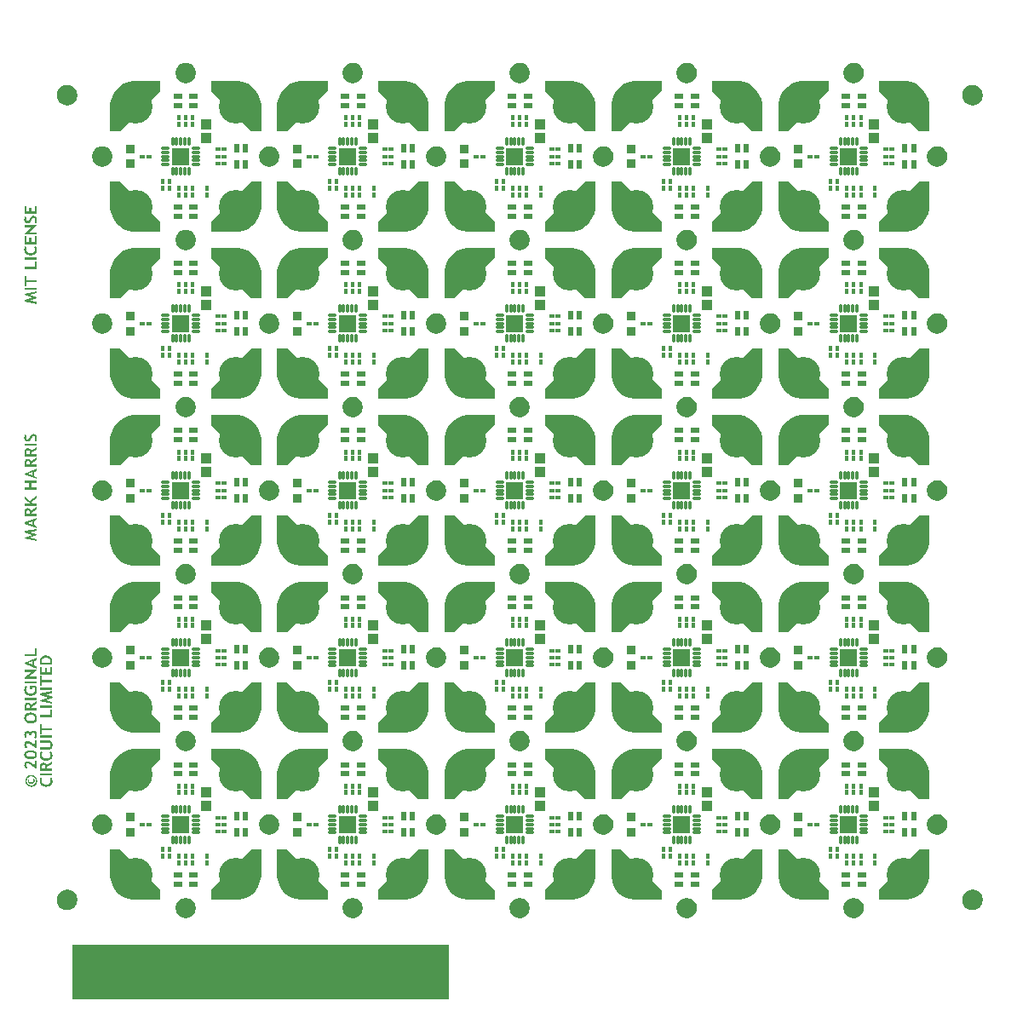
<source format=gts>
G04*
G04 #@! TF.GenerationSoftware,Altium Limited,Altium Designer,23.11.1 (41)*
G04*
G04 Layer_Color=8388736*
%FSLAX44Y44*%
%MOMM*%
G71*
G04*
G04 #@! TF.SameCoordinates,3482151D-E3A4-470A-A98F-003E0BE399C6*
G04*
G04*
G04 #@! TF.FilePolarity,Negative*
G04*
G01*
G75*
%ADD29R,37.5000X5.4000*%
%ADD30C,2.0000*%
%ADD31R,0.4500X0.5400*%
%ADD32R,1.8000X1.8000*%
%ADD33O,0.3000X0.9000*%
%ADD34O,0.9000X0.3000*%
%ADD35R,1.1000X1.0000*%
%ADD36R,0.9000X0.6000*%
%ADD37R,0.9000X0.9000*%
%ADD38R,0.5400X0.4500*%
%ADD39R,0.6000X0.9000*%
%ADD40C,0.1000*%
%ADD41C,3.4000*%
G36*
X834917Y931616D02*
X836737Y930862D01*
X838375Y929768D01*
X839768Y928375D01*
X840862Y926737D01*
X841616Y924917D01*
X842000Y922985D01*
Y922000D01*
Y921015D01*
X841616Y919083D01*
X840862Y917263D01*
X839768Y915625D01*
X838375Y914232D01*
X836737Y913138D01*
X834917Y912384D01*
X832985Y912000D01*
X831015D01*
X829083Y912384D01*
X827263Y913138D01*
X825625Y914232D01*
X824232Y915625D01*
X823138Y917263D01*
X822384Y919083D01*
X822000Y921015D01*
Y922000D01*
Y922985D01*
X822384Y924917D01*
X823138Y926737D01*
X824232Y928375D01*
X825625Y929768D01*
X827263Y930862D01*
X829083Y931616D01*
X831015Y932000D01*
X832985D01*
X834917Y931616D01*
D02*
G37*
G36*
X668917D02*
X670737Y930862D01*
X672375Y929768D01*
X673767Y928375D01*
X674862Y926737D01*
X675616Y924917D01*
X676000Y922985D01*
Y922000D01*
Y921015D01*
X675616Y919083D01*
X674862Y917263D01*
X673767Y915625D01*
X672375Y914232D01*
X670737Y913138D01*
X668917Y912384D01*
X666985Y912000D01*
X665015D01*
X663083Y912384D01*
X661263Y913138D01*
X659625Y914232D01*
X658232Y915625D01*
X657138Y917263D01*
X656384Y919083D01*
X656000Y921015D01*
Y922000D01*
Y922985D01*
X656384Y924917D01*
X657138Y926737D01*
X658232Y928375D01*
X659625Y929768D01*
X661263Y930862D01*
X663083Y931616D01*
X665015Y932000D01*
X666985D01*
X668917Y931616D01*
D02*
G37*
G36*
X502917D02*
X504737Y930862D01*
X506375Y929768D01*
X507767Y928375D01*
X508862Y926737D01*
X509616Y924917D01*
X510000Y922985D01*
Y922000D01*
Y921015D01*
X509616Y919083D01*
X508862Y917263D01*
X507767Y915625D01*
X506375Y914232D01*
X504737Y913138D01*
X502917Y912384D01*
X500985Y912000D01*
X499015D01*
X497083Y912384D01*
X495263Y913138D01*
X493625Y914232D01*
X492233Y915625D01*
X491138Y917263D01*
X490384Y919083D01*
X490000Y921015D01*
Y922000D01*
Y922985D01*
X490384Y924917D01*
X491138Y926737D01*
X492233Y928375D01*
X493625Y929768D01*
X495263Y930862D01*
X497083Y931616D01*
X499015Y932000D01*
X500985D01*
X502917Y931616D01*
D02*
G37*
G36*
X336917D02*
X338737Y930862D01*
X340375Y929768D01*
X341768Y928375D01*
X342862Y926737D01*
X343616Y924917D01*
X344000Y922985D01*
Y922000D01*
Y921015D01*
X343616Y919083D01*
X342862Y917263D01*
X341768Y915625D01*
X340375Y914232D01*
X338737Y913138D01*
X336917Y912384D01*
X334985Y912000D01*
X333015D01*
X331083Y912384D01*
X329263Y913138D01*
X327625Y914232D01*
X326232Y915625D01*
X325138Y917263D01*
X324384Y919083D01*
X324000Y921015D01*
Y922000D01*
Y922985D01*
X324384Y924917D01*
X325138Y926737D01*
X326232Y928375D01*
X327625Y929768D01*
X329263Y930862D01*
X331083Y931616D01*
X333015Y932000D01*
X334985D01*
X336917Y931616D01*
D02*
G37*
G36*
X170917D02*
X172737Y930862D01*
X174375Y929768D01*
X175767Y928375D01*
X176862Y926737D01*
X177616Y924917D01*
X178000Y922985D01*
Y922000D01*
Y921015D01*
X177616Y919083D01*
X176862Y917263D01*
X175767Y915625D01*
X174375Y914232D01*
X172737Y913138D01*
X170917Y912384D01*
X168985Y912000D01*
X167015D01*
X165083Y912384D01*
X163263Y913138D01*
X161625Y914232D01*
X160233Y915625D01*
X159138Y917263D01*
X158384Y919083D01*
X158000Y921015D01*
Y922000D01*
Y922985D01*
X158384Y924917D01*
X159138Y926737D01*
X160233Y928375D01*
X161625Y929768D01*
X163263Y930862D01*
X165083Y931616D01*
X167015Y932000D01*
X168985D01*
X170917Y931616D01*
D02*
G37*
G36*
X952917Y909616D02*
X954737Y908862D01*
X956375Y907767D01*
X957767Y906375D01*
X958862Y904737D01*
X959616Y902917D01*
X960000Y900985D01*
Y900000D01*
Y899015D01*
X959616Y897083D01*
X958862Y895263D01*
X957767Y893625D01*
X956375Y892233D01*
X954737Y891138D01*
X952917Y890384D01*
X950985Y890000D01*
X949015D01*
X947083Y890384D01*
X945263Y891138D01*
X943625Y892233D01*
X942233Y893625D01*
X941138Y895263D01*
X940384Y897083D01*
X940000Y899015D01*
Y900000D01*
Y900985D01*
X940384Y902917D01*
X941138Y904737D01*
X942233Y906375D01*
X943625Y907767D01*
X945263Y908862D01*
X947083Y909616D01*
X949015Y910000D01*
X950985D01*
X952917Y909616D01*
D02*
G37*
G36*
X52917D02*
X54737Y908862D01*
X56375Y907767D01*
X57768Y906375D01*
X58862Y904737D01*
X59616Y902917D01*
X60000Y900985D01*
Y900000D01*
Y899015D01*
X59616Y897083D01*
X58862Y895263D01*
X57768Y893625D01*
X56375Y892233D01*
X54737Y891138D01*
X52917Y890384D01*
X50985Y890000D01*
X49015D01*
X47083Y890384D01*
X45263Y891138D01*
X43625Y892233D01*
X42232Y893625D01*
X41138Y895263D01*
X40384Y897083D01*
X40000Y899015D01*
Y900000D01*
Y900985D01*
X40384Y902917D01*
X41138Y904737D01*
X42232Y906375D01*
X43625Y907767D01*
X45263Y908862D01*
X47083Y909616D01*
X49015Y910000D01*
X50985D01*
X52917Y909616D01*
D02*
G37*
G36*
X889009Y913024D02*
X893631Y911109D01*
X897792Y908329D01*
X901329Y904791D01*
X904109Y900631D01*
X906024Y896009D01*
X907000Y891102D01*
Y888600D01*
Y864000D01*
X897000D01*
X857000Y904000D01*
Y914000D01*
X884102D01*
X889009Y913024D01*
D02*
G37*
G36*
X807000Y904000D02*
X767000Y864000D01*
X757000D01*
Y888600D01*
Y891102D01*
X757976Y896009D01*
X759891Y900631D01*
X762671Y904791D01*
X766208Y908329D01*
X770369Y911109D01*
X774991Y913024D01*
X779898Y914000D01*
X807000D01*
Y904000D01*
D02*
G37*
G36*
X723009Y913024D02*
X727631Y911109D01*
X731792Y908329D01*
X735329Y904791D01*
X738109Y900631D01*
X740024Y896009D01*
X741000Y891102D01*
Y888600D01*
Y864000D01*
X731000D01*
X691000Y904000D01*
Y914000D01*
X718102D01*
X723009Y913024D01*
D02*
G37*
G36*
X641000Y904000D02*
X601000Y864000D01*
X591000D01*
Y888600D01*
Y891102D01*
X591976Y896009D01*
X593891Y900631D01*
X596670Y904791D01*
X600208Y908329D01*
X604369Y911109D01*
X608991Y913024D01*
X613898Y914000D01*
X641000D01*
Y904000D01*
D02*
G37*
G36*
X557009Y913024D02*
X561631Y911109D01*
X565792Y908329D01*
X569329Y904791D01*
X572109Y900631D01*
X574024Y896009D01*
X575000Y891102D01*
Y888600D01*
Y864000D01*
X565000D01*
X525000Y904000D01*
Y914000D01*
X552102D01*
X557009Y913024D01*
D02*
G37*
G36*
X475000Y904000D02*
X435000Y864000D01*
X425000D01*
Y888600D01*
Y891102D01*
X425976Y896009D01*
X427891Y900631D01*
X430671Y904791D01*
X434208Y908329D01*
X438369Y911109D01*
X442991Y913024D01*
X447898Y914000D01*
X475000D01*
Y904000D01*
D02*
G37*
G36*
X391009Y913024D02*
X395631Y911109D01*
X399791Y908329D01*
X403329Y904791D01*
X406109Y900631D01*
X408024Y896009D01*
X409000Y891102D01*
Y888600D01*
Y864000D01*
X399000D01*
X359000Y904000D01*
Y914000D01*
X386102D01*
X391009Y913024D01*
D02*
G37*
G36*
X309000Y904000D02*
X269000Y864000D01*
X259000D01*
Y888600D01*
Y891102D01*
X259976Y896009D01*
X261891Y900631D01*
X264671Y904791D01*
X268208Y908329D01*
X272369Y911109D01*
X276991Y913024D01*
X281898Y914000D01*
X309000D01*
Y904000D01*
D02*
G37*
G36*
X225009Y913024D02*
X229631Y911109D01*
X233792Y908329D01*
X237329Y904791D01*
X240109Y900631D01*
X242024Y896009D01*
X243000Y891102D01*
Y888600D01*
Y864000D01*
X233000D01*
X193000Y904000D01*
Y914000D01*
X220102D01*
X225009Y913024D01*
D02*
G37*
G36*
X143000Y904000D02*
X103000Y864000D01*
X93000D01*
Y888600D01*
Y891102D01*
X93976Y896009D01*
X95891Y900631D01*
X98671Y904791D01*
X102208Y908329D01*
X106369Y911109D01*
X110991Y913024D01*
X115898Y914000D01*
X143000D01*
Y904000D01*
D02*
G37*
G36*
X917917Y848616D02*
X919737Y847862D01*
X921375Y846768D01*
X922767Y845375D01*
X923862Y843737D01*
X924616Y841917D01*
X925000Y839985D01*
Y839000D01*
Y838015D01*
X924616Y836083D01*
X923862Y834263D01*
X922767Y832625D01*
X921375Y831233D01*
X919737Y830138D01*
X917917Y829384D01*
X915985Y829000D01*
X914015D01*
X912083Y829384D01*
X910263Y830138D01*
X908625Y831233D01*
X907233Y832625D01*
X906138Y834263D01*
X905384Y836083D01*
X905000Y838015D01*
Y839000D01*
Y839985D01*
X905384Y841917D01*
X906138Y843737D01*
X907233Y845375D01*
X908625Y846768D01*
X910263Y847862D01*
X912083Y848616D01*
X914015Y849000D01*
X915985D01*
X917917Y848616D01*
D02*
G37*
G36*
X751917D02*
X753737Y847862D01*
X755375Y846768D01*
X756768Y845375D01*
X757862Y843737D01*
X758616Y841917D01*
X759000Y839985D01*
Y839000D01*
Y838015D01*
X758616Y836083D01*
X757862Y834263D01*
X756768Y832625D01*
X755375Y831233D01*
X753737Y830138D01*
X751917Y829384D01*
X749985Y829000D01*
X748015D01*
X746083Y829384D01*
X744263Y830138D01*
X742625Y831233D01*
X741233Y832625D01*
X740138Y834263D01*
X739384Y836083D01*
X739000Y838015D01*
Y839000D01*
Y839985D01*
X739384Y841917D01*
X740138Y843737D01*
X741233Y845375D01*
X742625Y846768D01*
X744263Y847862D01*
X746083Y848616D01*
X748015Y849000D01*
X749985D01*
X751917Y848616D01*
D02*
G37*
G36*
X585917D02*
X587737Y847862D01*
X589375Y846768D01*
X590768Y845375D01*
X591862Y843737D01*
X592616Y841917D01*
X593000Y839985D01*
Y839000D01*
Y838015D01*
X592616Y836083D01*
X591862Y834263D01*
X590768Y832625D01*
X589375Y831233D01*
X587737Y830138D01*
X585917Y829384D01*
X583985Y829000D01*
X582015D01*
X580083Y829384D01*
X578263Y830138D01*
X576625Y831233D01*
X575233Y832625D01*
X574138Y834263D01*
X573384Y836083D01*
X573000Y838015D01*
Y839000D01*
Y839985D01*
X573384Y841917D01*
X574138Y843737D01*
X575233Y845375D01*
X576625Y846768D01*
X578263Y847862D01*
X580083Y848616D01*
X582015Y849000D01*
X583985D01*
X585917Y848616D01*
D02*
G37*
G36*
X419917D02*
X421737Y847862D01*
X423375Y846768D01*
X424767Y845375D01*
X425862Y843737D01*
X426616Y841917D01*
X427000Y839985D01*
Y839000D01*
Y838015D01*
X426616Y836083D01*
X425862Y834263D01*
X424767Y832625D01*
X423375Y831233D01*
X421737Y830138D01*
X419917Y829384D01*
X417985Y829000D01*
X416015D01*
X414083Y829384D01*
X412263Y830138D01*
X410625Y831233D01*
X409232Y832625D01*
X408138Y834263D01*
X407384Y836083D01*
X407000Y838015D01*
Y839000D01*
Y839985D01*
X407384Y841917D01*
X408138Y843737D01*
X409232Y845375D01*
X410625Y846768D01*
X412263Y847862D01*
X414083Y848616D01*
X416015Y849000D01*
X417985D01*
X419917Y848616D01*
D02*
G37*
G36*
X253917D02*
X255737Y847862D01*
X257375Y846768D01*
X258768Y845375D01*
X259862Y843737D01*
X260616Y841917D01*
X261000Y839985D01*
Y839000D01*
Y838015D01*
X260616Y836083D01*
X259862Y834263D01*
X258768Y832625D01*
X257375Y831233D01*
X255737Y830138D01*
X253917Y829384D01*
X251985Y829000D01*
X250015D01*
X248083Y829384D01*
X246263Y830138D01*
X244625Y831233D01*
X243232Y832625D01*
X242138Y834263D01*
X241384Y836083D01*
X241000Y838015D01*
Y839000D01*
Y839985D01*
X241384Y841917D01*
X242138Y843737D01*
X243232Y845375D01*
X244625Y846768D01*
X246263Y847862D01*
X248083Y848616D01*
X250015Y849000D01*
X251985D01*
X253917Y848616D01*
D02*
G37*
G36*
X87917D02*
X89737Y847862D01*
X91375Y846768D01*
X92767Y845375D01*
X93862Y843737D01*
X94616Y841917D01*
X95000Y839985D01*
Y839000D01*
Y838015D01*
X94616Y836083D01*
X93862Y834263D01*
X92767Y832625D01*
X91375Y831233D01*
X89737Y830138D01*
X87917Y829384D01*
X85985Y829000D01*
X84015D01*
X82083Y829384D01*
X80263Y830138D01*
X78625Y831233D01*
X77232Y832625D01*
X76138Y834263D01*
X75384Y836083D01*
X75000Y838015D01*
Y839000D01*
Y839985D01*
X75384Y841917D01*
X76138Y843737D01*
X77232Y845375D01*
X78625Y846768D01*
X80263Y847862D01*
X82083Y848616D01*
X84015Y849000D01*
X85985D01*
X87917Y848616D01*
D02*
G37*
G36*
X20034Y781902D02*
X7712D01*
Y789675D01*
X9649D01*
Y784089D01*
X12536D01*
Y788063D01*
X14398D01*
Y784089D01*
X18097D01*
Y789675D01*
X20034D01*
Y781902D01*
D02*
G37*
G36*
X16973Y779965D02*
X17072D01*
X17198Y779940D01*
X17347Y779915D01*
X17510Y779878D01*
X17697Y779828D01*
X17885Y779765D01*
X18085Y779690D01*
X18285Y779590D01*
X18497Y779478D01*
X18697Y779340D01*
X18897Y779178D01*
X19097Y779003D01*
X19284Y778790D01*
X19297Y778778D01*
X19322Y778740D01*
X19372Y778665D01*
X19434Y778578D01*
X19509Y778453D01*
X19584Y778316D01*
X19672Y778141D01*
X19759Y777953D01*
X19859Y777741D01*
X19947Y777503D01*
X20022Y777241D01*
X20097Y776953D01*
X20159Y776654D01*
X20209Y776329D01*
X20234Y775991D01*
X20247Y775629D01*
Y775466D01*
X20234Y775341D01*
X20222Y775191D01*
X20197Y775016D01*
X20172Y774817D01*
X20134Y774592D01*
X20084Y774354D01*
X20034Y774117D01*
X19959Y773854D01*
X19872Y773592D01*
X19772Y773317D01*
X19647Y773054D01*
X19509Y772779D01*
X19359Y772517D01*
X17397Y773317D01*
X17410Y773329D01*
X17435Y773379D01*
X17485Y773442D01*
X17535Y773542D01*
X17610Y773654D01*
X17685Y773792D01*
X17772Y773954D01*
X17847Y774129D01*
X17935Y774317D01*
X18022Y774517D01*
X18172Y774941D01*
X18222Y775166D01*
X18272Y775404D01*
X18297Y775629D01*
X18310Y775866D01*
Y775954D01*
X18297Y776041D01*
X18285Y776166D01*
X18272Y776316D01*
X18235Y776479D01*
X18197Y776654D01*
X18147Y776841D01*
X18072Y777016D01*
X17985Y777191D01*
X17872Y777353D01*
X17747Y777503D01*
X17597Y777628D01*
X17410Y777716D01*
X17210Y777778D01*
X16973Y777803D01*
X16960D01*
X16947D01*
X16910D01*
X16860Y777791D01*
X16735Y777778D01*
X16585Y777741D01*
X16398Y777691D01*
X16198Y777603D01*
X15985Y777491D01*
X15773Y777341D01*
X15760D01*
X15748Y777316D01*
X15710Y777291D01*
X15673Y777253D01*
X15623Y777191D01*
X15548Y777128D01*
X15473Y777041D01*
X15398Y776941D01*
X15310Y776816D01*
X15210Y776691D01*
X15098Y776528D01*
X14986Y776366D01*
X14873Y776166D01*
X14748Y775954D01*
X14623Y775729D01*
X14486Y775466D01*
X14473Y775454D01*
X14448Y775404D01*
X14411Y775329D01*
X14361Y775241D01*
X14311Y775129D01*
X14236Y774991D01*
X14161Y774854D01*
X14073Y774704D01*
X13886Y774379D01*
X13686Y774067D01*
X13586Y773917D01*
X13498Y773779D01*
X13398Y773654D01*
X13311Y773554D01*
X13286Y773529D01*
X13224Y773479D01*
X13136Y773392D01*
X12999Y773279D01*
X12836Y773154D01*
X12661Y773029D01*
X12449Y772917D01*
X12224Y772804D01*
X12211D01*
X12199Y772792D01*
X12161Y772779D01*
X12111Y772767D01*
X11986Y772717D01*
X11811Y772680D01*
X11599Y772629D01*
X11362Y772579D01*
X11099Y772554D01*
X10824Y772542D01*
X10812D01*
X10762D01*
X10687Y772554D01*
X10587D01*
X10462Y772579D01*
X10324Y772592D01*
X10162Y772629D01*
X9987Y772667D01*
X9799Y772729D01*
X9612Y772792D01*
X9412Y772879D01*
X9212Y772979D01*
X9012Y773104D01*
X8825Y773242D01*
X8625Y773392D01*
X8450Y773579D01*
X8437Y773592D01*
X8412Y773629D01*
X8362Y773692D01*
X8300Y773767D01*
X8225Y773879D01*
X8150Y774004D01*
X8062Y774142D01*
X7975Y774304D01*
X7887Y774492D01*
X7800Y774691D01*
X7725Y774916D01*
X7650Y775154D01*
X7587Y775416D01*
X7537Y775679D01*
X7513Y775966D01*
X7500Y776266D01*
Y776466D01*
X7513Y776616D01*
X7525Y776791D01*
X7537Y776991D01*
X7562Y777216D01*
X7600Y777466D01*
X7700Y777978D01*
X7762Y778241D01*
X7837Y778491D01*
X7937Y778753D01*
X8050Y778990D01*
X8175Y779215D01*
X8312Y779415D01*
X10187Y778740D01*
X10174Y778728D01*
X10149Y778690D01*
X10112Y778628D01*
X10062Y778540D01*
X9999Y778440D01*
X9924Y778316D01*
X9849Y778166D01*
X9774Y778003D01*
X9699Y777828D01*
X9624Y777641D01*
X9487Y777228D01*
X9437Y777016D01*
X9399Y776791D01*
X9374Y776553D01*
X9362Y776316D01*
Y776191D01*
X9387Y776054D01*
X9412Y775879D01*
X9462Y775691D01*
X9524Y775504D01*
X9624Y775316D01*
X9762Y775141D01*
X9774Y775129D01*
X9837Y775079D01*
X9924Y775016D01*
X10037Y774941D01*
X10199Y774854D01*
X10374Y774791D01*
X10574Y774742D01*
X10812Y774729D01*
X10824D01*
X10862D01*
X10912Y774742D01*
X10999Y774766D01*
X11086Y774804D01*
X11212Y774854D01*
X11336Y774929D01*
X11486Y775016D01*
X11649Y775141D01*
X11811Y775304D01*
X11999Y775491D01*
X12186Y775716D01*
X12386Y775979D01*
X12586Y776291D01*
X12699Y776466D01*
X12799Y776654D01*
X12899Y776853D01*
X13011Y777066D01*
X13024Y777078D01*
X13036Y777116D01*
X13074Y777178D01*
X13111Y777266D01*
X13174Y777366D01*
X13236Y777491D01*
X13386Y777753D01*
X13548Y778041D01*
X13748Y778341D01*
X13936Y778615D01*
X14036Y778740D01*
X14136Y778853D01*
Y778865D01*
X14161Y778878D01*
X14223Y778940D01*
X14323Y779040D01*
X14473Y779165D01*
X14636Y779303D01*
X14836Y779440D01*
X15060Y779578D01*
X15310Y779690D01*
X15323D01*
X15336Y779703D01*
X15373Y779715D01*
X15423Y779740D01*
X15498Y779753D01*
X15573Y779778D01*
X15748Y779840D01*
X15973Y779890D01*
X16235Y779928D01*
X16523Y779965D01*
X16823Y779978D01*
X16835D01*
X16885D01*
X16973Y779965D01*
D02*
G37*
G36*
X907000Y789400D02*
Y786898D01*
X906024Y781991D01*
X904109Y777369D01*
X901329Y773208D01*
X897792Y769670D01*
X893631Y766891D01*
X889009Y764976D01*
X884102Y764000D01*
X857000D01*
Y774000D01*
X897000Y814000D01*
X907000D01*
Y789400D01*
D02*
G37*
G36*
X807000Y774000D02*
Y764000D01*
X779898D01*
X774991Y764976D01*
X770369Y766891D01*
X766208Y769670D01*
X762671Y773208D01*
X759891Y777369D01*
X757976Y781991D01*
X757000Y786898D01*
Y789400D01*
Y814000D01*
X767000D01*
X807000Y774000D01*
D02*
G37*
G36*
X741000Y789400D02*
Y786898D01*
X740024Y781991D01*
X738109Y777369D01*
X735329Y773208D01*
X731792Y769670D01*
X727631Y766891D01*
X723009Y764976D01*
X718102Y764000D01*
X691000D01*
Y774000D01*
X731000Y814000D01*
X741000D01*
Y789400D01*
D02*
G37*
G36*
X641000Y774000D02*
Y764000D01*
X613898D01*
X608991Y764976D01*
X604369Y766891D01*
X600208Y769670D01*
X596670Y773208D01*
X593891Y777369D01*
X591976Y781991D01*
X591000Y786898D01*
Y789400D01*
Y814000D01*
X601000D01*
X641000Y774000D01*
D02*
G37*
G36*
X575000Y789400D02*
Y786898D01*
X574024Y781991D01*
X572109Y777369D01*
X569329Y773208D01*
X565792Y769670D01*
X561631Y766891D01*
X557009Y764976D01*
X552102Y764000D01*
X525000D01*
Y774000D01*
X565000Y814000D01*
X575000D01*
Y789400D01*
D02*
G37*
G36*
X475000Y774000D02*
Y764000D01*
X447898D01*
X442991Y764976D01*
X438369Y766891D01*
X434208Y769670D01*
X430671Y773208D01*
X427891Y777369D01*
X425976Y781991D01*
X425000Y786898D01*
Y789400D01*
Y814000D01*
X435000D01*
X475000Y774000D01*
D02*
G37*
G36*
X409000Y789400D02*
Y786898D01*
X408024Y781991D01*
X406109Y777369D01*
X403329Y773208D01*
X399791Y769670D01*
X395631Y766891D01*
X391009Y764976D01*
X386102Y764000D01*
X359000D01*
Y774000D01*
X399000Y814000D01*
X409000D01*
Y789400D01*
D02*
G37*
G36*
X309000Y774000D02*
Y764000D01*
X281898D01*
X276991Y764976D01*
X272369Y766891D01*
X268208Y769670D01*
X264671Y773208D01*
X261891Y777369D01*
X259976Y781991D01*
X259000Y786898D01*
Y789400D01*
Y814000D01*
X269000D01*
X309000Y774000D01*
D02*
G37*
G36*
X243000Y789400D02*
Y786898D01*
X242024Y781991D01*
X240109Y777369D01*
X237329Y773208D01*
X233792Y769670D01*
X229631Y766891D01*
X225009Y764976D01*
X220102Y764000D01*
X193000D01*
Y774000D01*
X233000Y814000D01*
X243000D01*
Y789400D01*
D02*
G37*
G36*
X143000Y774000D02*
Y764000D01*
X115898D01*
X110991Y764976D01*
X106369Y766891D01*
X102208Y769670D01*
X98671Y773208D01*
X95891Y777369D01*
X93976Y781991D01*
X93000Y786898D01*
Y789400D01*
Y814000D01*
X103000D01*
X143000Y774000D01*
D02*
G37*
G36*
X20197Y769693D02*
X12399Y763707D01*
X20034D01*
Y761607D01*
X7712D01*
Y762657D01*
X15148Y768481D01*
X7712D01*
Y770580D01*
X20197D01*
Y769693D01*
D02*
G37*
G36*
X20034Y751810D02*
X7712D01*
Y759583D01*
X9649D01*
Y753997D01*
X12536D01*
Y757971D01*
X14398D01*
Y753997D01*
X18097D01*
Y759583D01*
X20034D01*
Y751810D01*
D02*
G37*
G36*
X834917Y765616D02*
X836737Y764862D01*
X838375Y763767D01*
X839768Y762375D01*
X840862Y760737D01*
X841616Y758917D01*
X842000Y756985D01*
Y756985D01*
D01*
Y756000D01*
Y755015D01*
X841616Y753083D01*
X840862Y751263D01*
X839768Y749625D01*
X838375Y748232D01*
X836737Y747138D01*
X834917Y746384D01*
X832985Y746000D01*
X831015D01*
X829083Y746384D01*
X827263Y747138D01*
X825625Y748232D01*
X824232Y749625D01*
X823138Y751263D01*
X822384Y753083D01*
X822000Y755015D01*
Y755015D01*
Y756000D01*
Y756985D01*
D01*
Y756985D01*
X822384Y758917D01*
X823138Y760737D01*
X824232Y762375D01*
X825625Y763767D01*
X827263Y764862D01*
X829083Y765616D01*
X831015Y766000D01*
X832985D01*
X834917Y765616D01*
D02*
G37*
G36*
X668917D02*
X670737Y764862D01*
X672375Y763767D01*
X673767Y762375D01*
X674862Y760737D01*
X675616Y758917D01*
X676000Y756985D01*
Y756985D01*
Y756000D01*
Y755015D01*
X675616Y753083D01*
X674862Y751263D01*
X673767Y749625D01*
X672375Y748232D01*
X670737Y747138D01*
X668917Y746384D01*
X666985Y746000D01*
X665015D01*
X663083Y746384D01*
X661263Y747138D01*
X659625Y748232D01*
X658232Y749625D01*
X657138Y751263D01*
X656384Y753083D01*
X656000Y755015D01*
Y755015D01*
Y756000D01*
Y756985D01*
Y756985D01*
X656384Y758917D01*
X657138Y760737D01*
X658232Y762375D01*
X659625Y763767D01*
X661263Y764862D01*
X663083Y765616D01*
X665015Y766000D01*
X666985D01*
X668917Y765616D01*
D02*
G37*
G36*
X502917D02*
X504737Y764862D01*
X506375Y763767D01*
X507767Y762375D01*
X508862Y760737D01*
X509616Y758917D01*
X510000Y756985D01*
Y756985D01*
Y756000D01*
Y755015D01*
X509616Y753083D01*
X508862Y751263D01*
X507767Y749625D01*
X506375Y748232D01*
X504737Y747138D01*
X502917Y746384D01*
X500985Y746000D01*
X499015D01*
X497083Y746384D01*
X495263Y747138D01*
X493625Y748232D01*
X492233Y749625D01*
X491138Y751263D01*
X490384Y753083D01*
X490000Y755015D01*
Y755015D01*
Y756000D01*
Y756985D01*
Y756985D01*
X490384Y758917D01*
X491138Y760737D01*
X492233Y762375D01*
X493625Y763767D01*
X495263Y764862D01*
X497083Y765616D01*
X499015Y766000D01*
X500985D01*
X502917Y765616D01*
D02*
G37*
G36*
X336917D02*
X338737Y764862D01*
X340375Y763767D01*
X341768Y762375D01*
X342862Y760737D01*
X343616Y758917D01*
X344000Y756985D01*
Y756985D01*
Y756000D01*
Y755015D01*
X343616Y753083D01*
X342862Y751263D01*
X341768Y749625D01*
X340375Y748232D01*
X338737Y747138D01*
X336917Y746384D01*
X334985Y746000D01*
X333015D01*
X331083Y746384D01*
X329263Y747138D01*
X327625Y748232D01*
X326232Y749625D01*
X325138Y751263D01*
X324384Y753083D01*
X324000Y755015D01*
Y755015D01*
Y756000D01*
Y756985D01*
Y756985D01*
X324384Y758917D01*
X325138Y760737D01*
X326232Y762375D01*
X327625Y763767D01*
X329263Y764862D01*
X331083Y765616D01*
X333015Y766000D01*
X334985D01*
X336917Y765616D01*
D02*
G37*
G36*
X170917D02*
X172737Y764862D01*
X174375Y763767D01*
X175767Y762375D01*
X176862Y760737D01*
X177616Y758917D01*
X178000Y756985D01*
Y756985D01*
Y756000D01*
Y755015D01*
X177616Y753083D01*
X176862Y751263D01*
X175767Y749625D01*
X174375Y748232D01*
X172737Y747138D01*
X170917Y746384D01*
X168985Y746000D01*
X167015D01*
X165083Y746384D01*
X163263Y747138D01*
X161625Y748232D01*
X160233Y749625D01*
X159138Y751263D01*
X158384Y753083D01*
X158000Y755015D01*
Y755015D01*
Y756000D01*
Y756985D01*
Y756985D01*
X158384Y758917D01*
X159138Y760737D01*
X160233Y762375D01*
X161625Y763767D01*
X163263Y764862D01*
X165083Y765616D01*
X167015Y766000D01*
X168985D01*
X170917Y765616D01*
D02*
G37*
G36*
X18835Y750035D02*
X18885Y749985D01*
X18947Y749910D01*
X19047Y749798D01*
X19147Y749660D01*
X19272Y749485D01*
X19397Y749286D01*
X19534Y749061D01*
X19672Y748798D01*
X19797Y748498D01*
X19922Y748186D01*
X20022Y747823D01*
X20109Y747449D01*
X20184Y747036D01*
X20234Y746599D01*
X20247Y746124D01*
Y746011D01*
X20234Y745874D01*
X20222Y745699D01*
X20197Y745487D01*
X20159Y745237D01*
X20109Y744949D01*
X20034Y744649D01*
X19947Y744337D01*
X19834Y744012D01*
X19697Y743674D01*
X19534Y743337D01*
X19334Y743012D01*
X19109Y742700D01*
X18847Y742387D01*
X18547Y742112D01*
X18522Y742100D01*
X18472Y742050D01*
X18372Y741987D01*
X18235Y741887D01*
X18060Y741787D01*
X17860Y741662D01*
X17610Y741537D01*
X17335Y741400D01*
X17023Y741263D01*
X16673Y741138D01*
X16285Y741013D01*
X15873Y740913D01*
X15435Y740825D01*
X14961Y740750D01*
X14461Y740700D01*
X13923Y740688D01*
X13911D01*
X13886D01*
X13848D01*
X13798D01*
X13736Y740700D01*
X13661D01*
X13461Y740713D01*
X13236Y740738D01*
X12961Y740775D01*
X12661Y740825D01*
X12324Y740888D01*
X11974Y740963D01*
X11599Y741075D01*
X11224Y741200D01*
X10837Y741350D01*
X10449Y741537D01*
X10074Y741737D01*
X9699Y741987D01*
X9349Y742262D01*
X9324Y742287D01*
X9275Y742337D01*
X9175Y742425D01*
X9062Y742550D01*
X8925Y742712D01*
X8762Y742900D01*
X8600Y743112D01*
X8425Y743362D01*
X8250Y743649D01*
X8087Y743949D01*
X7925Y744287D01*
X7787Y744649D01*
X7675Y745037D01*
X7575Y745436D01*
X7525Y745874D01*
X7500Y746324D01*
Y746524D01*
X7513Y746674D01*
X7525Y746861D01*
X7550Y747061D01*
X7575Y747299D01*
X7612Y747548D01*
X7650Y747811D01*
X7712Y748086D01*
X7775Y748373D01*
X7862Y748661D01*
X7962Y748936D01*
X8075Y749211D01*
X8212Y749473D01*
X8362Y749723D01*
X10174Y748823D01*
X10162Y748811D01*
X10137Y748786D01*
X10112Y748748D01*
X10062Y748686D01*
X9999Y748598D01*
X9937Y748511D01*
X9874Y748386D01*
X9799Y748248D01*
X9737Y748098D01*
X9674Y747923D01*
X9612Y747723D01*
X9549Y747511D01*
X9499Y747286D01*
X9474Y747024D01*
X9449Y746761D01*
X9437Y746461D01*
Y746399D01*
X9449Y746311D01*
X9462Y746211D01*
X9474Y746074D01*
X9499Y745924D01*
X9549Y745749D01*
X9599Y745574D01*
X9662Y745374D01*
X9749Y745174D01*
X9862Y744962D01*
X9987Y744749D01*
X10137Y744537D01*
X10312Y744324D01*
X10512Y744124D01*
X10737Y743937D01*
X10749Y743924D01*
X10799Y743899D01*
X10874Y743849D01*
X10974Y743787D01*
X11099Y743712D01*
X11249Y743624D01*
X11424Y743537D01*
X11624Y743449D01*
X11849Y743362D01*
X12099Y743275D01*
X12374Y743187D01*
X12661Y743112D01*
X12974Y743050D01*
X13298Y743000D01*
X13648Y742975D01*
X14011Y742962D01*
X14036D01*
X14098D01*
X14198Y742975D01*
X14336D01*
X14498Y742987D01*
X14698Y743012D01*
X14911Y743037D01*
X15148Y743075D01*
X15385Y743125D01*
X15648Y743187D01*
X15910Y743250D01*
X16173Y743337D01*
X16423Y743449D01*
X16673Y743562D01*
X16923Y743699D01*
X17148Y743862D01*
X17160Y743874D01*
X17198Y743899D01*
X17260Y743962D01*
X17322Y744024D01*
X17422Y744124D01*
X17510Y744237D01*
X17622Y744362D01*
X17722Y744512D01*
X17835Y744674D01*
X17947Y744862D01*
X18035Y745062D01*
X18122Y745274D01*
X18197Y745511D01*
X18260Y745761D01*
X18297Y746024D01*
X18310Y746299D01*
Y746374D01*
X18297Y746461D01*
X18285Y746586D01*
X18272Y746736D01*
X18247Y746899D01*
X18210Y747086D01*
X18147Y747286D01*
X18085Y747511D01*
X18010Y747723D01*
X17897Y747948D01*
X17785Y748186D01*
X17635Y748411D01*
X17472Y748623D01*
X17285Y748836D01*
X17060Y749023D01*
X18822Y750048D01*
X18835Y750035D01*
D02*
G37*
G36*
X20034Y736514D02*
X7712D01*
Y738701D01*
X20034D01*
Y736514D01*
D02*
G37*
G36*
Y726954D02*
X7712D01*
Y729141D01*
X18097D01*
Y734702D01*
X20034D01*
Y726954D01*
D02*
G37*
G36*
X9649Y716244D02*
X20034D01*
Y714057D01*
X9649D01*
Y710133D01*
X7712D01*
Y720343D01*
X9649D01*
Y716244D01*
D02*
G37*
G36*
X20034Y706471D02*
X7712D01*
Y708658D01*
X20034D01*
Y706471D01*
D02*
G37*
G36*
X889009Y747024D02*
X893631Y745109D01*
X897792Y742329D01*
X901329Y738792D01*
X904109Y734631D01*
X906024Y730009D01*
X907000Y725102D01*
Y722600D01*
Y698000D01*
X897000D01*
X857000Y738000D01*
Y748000D01*
X884102D01*
X889009Y747024D01*
D02*
G37*
G36*
X807000Y738000D02*
X767000Y698000D01*
X757000D01*
Y722600D01*
Y725102D01*
X757976Y730009D01*
X759891Y734631D01*
X762671Y738792D01*
X766208Y742329D01*
X770369Y745109D01*
X774991Y747024D01*
X779898Y748000D01*
X807000D01*
Y738000D01*
D02*
G37*
G36*
X723009Y747024D02*
X727631Y745109D01*
X731792Y742329D01*
X735329Y738792D01*
X738109Y734631D01*
X740024Y730009D01*
X741000Y725102D01*
Y722600D01*
Y698000D01*
X731000D01*
X691000Y738000D01*
Y748000D01*
X718102D01*
X723009Y747024D01*
D02*
G37*
G36*
X641000Y738000D02*
X601000Y698000D01*
X591000D01*
Y722600D01*
Y725102D01*
X591976Y730009D01*
X593891Y734631D01*
X596670Y738792D01*
X600208Y742329D01*
X604369Y745109D01*
X608991Y747024D01*
X613898Y748000D01*
X641000D01*
Y738000D01*
D02*
G37*
G36*
X557009Y747024D02*
X561631Y745109D01*
X565792Y742329D01*
X569329Y738792D01*
X572109Y734631D01*
X574024Y730009D01*
X575000Y725102D01*
Y722600D01*
Y698000D01*
X565000D01*
X525000Y738000D01*
Y748000D01*
X552102D01*
X557009Y747024D01*
D02*
G37*
G36*
X475000Y738000D02*
X435000Y698000D01*
X425000D01*
Y722600D01*
Y725102D01*
X425976Y730009D01*
X427891Y734631D01*
X430671Y738792D01*
X434208Y742329D01*
X438369Y745109D01*
X442991Y747024D01*
X447898Y748000D01*
X475000D01*
Y738000D01*
D02*
G37*
G36*
X391009Y747024D02*
X395631Y745109D01*
X399791Y742329D01*
X403329Y738792D01*
X406109Y734631D01*
X408024Y730009D01*
X409000Y725102D01*
Y722600D01*
Y698000D01*
X399000D01*
X359000Y738000D01*
Y748000D01*
X386102D01*
X391009Y747024D01*
D02*
G37*
G36*
X309000Y738000D02*
X269000Y698000D01*
X259000D01*
Y722600D01*
Y725102D01*
X259976Y730009D01*
X261891Y734631D01*
X264671Y738792D01*
X268208Y742329D01*
X272369Y745109D01*
X276991Y747024D01*
X281898Y748000D01*
X309000D01*
Y738000D01*
D02*
G37*
G36*
X225009Y747024D02*
X229631Y745109D01*
X233792Y742329D01*
X237329Y738792D01*
X240109Y734631D01*
X242024Y730009D01*
X243000Y725102D01*
Y722600D01*
Y698000D01*
X233000D01*
X193000Y738000D01*
Y748000D01*
X220102D01*
X225009Y747024D01*
D02*
G37*
G36*
X143000Y738000D02*
X103000Y698000D01*
X93000D01*
Y722600D01*
Y725102D01*
X93976Y730009D01*
X95891Y734631D01*
X98671Y738792D01*
X102208Y742329D01*
X106369Y745109D01*
X110991Y747024D01*
X115898Y748000D01*
X143000D01*
Y738000D01*
D02*
G37*
G36*
X20034Y702960D02*
X13398Y701685D01*
X20197Y699211D01*
Y698423D01*
X13398Y695949D01*
X20034Y694612D01*
Y692500D01*
X7712Y694987D01*
Y696149D01*
X16010Y698811D01*
X7712Y701423D01*
Y702572D01*
X20034Y705084D01*
Y702960D01*
D02*
G37*
G36*
X917917Y682616D02*
X919737Y681862D01*
X921375Y680768D01*
X922767Y679375D01*
X923862Y677737D01*
X924616Y675917D01*
X925000Y673985D01*
Y673000D01*
Y672015D01*
X924616Y670083D01*
X923862Y668263D01*
X922767Y666625D01*
X921375Y665232D01*
X919737Y664138D01*
X917917Y663384D01*
X915985Y663000D01*
X914015D01*
X912083Y663384D01*
X910263Y664138D01*
X908625Y665232D01*
X907233Y666625D01*
X906138Y668263D01*
X905384Y670083D01*
X905000Y672015D01*
Y673000D01*
Y673985D01*
X905384Y675917D01*
X906138Y677737D01*
X907233Y679375D01*
X908625Y680768D01*
X910263Y681862D01*
X912083Y682616D01*
X914015Y683000D01*
X915985D01*
X917917Y682616D01*
D02*
G37*
G36*
X751917D02*
X753737Y681862D01*
X755375Y680768D01*
X756768Y679375D01*
X757862Y677737D01*
X758616Y675917D01*
X759000Y673985D01*
Y673000D01*
Y672015D01*
X758616Y670083D01*
X757862Y668263D01*
X756768Y666625D01*
X755375Y665232D01*
X753737Y664138D01*
X751917Y663384D01*
X749985Y663000D01*
X748015D01*
X746083Y663384D01*
X744263Y664138D01*
X742625Y665232D01*
X741233Y666625D01*
X740138Y668263D01*
X739384Y670083D01*
X739000Y672015D01*
Y673000D01*
Y673985D01*
X739384Y675917D01*
X740138Y677737D01*
X741233Y679375D01*
X742625Y680768D01*
X744263Y681862D01*
X746083Y682616D01*
X748015Y683000D01*
X749985D01*
X751917Y682616D01*
D02*
G37*
G36*
X585917D02*
X587737Y681862D01*
X589375Y680768D01*
X590768Y679375D01*
X591862Y677737D01*
X592616Y675917D01*
X593000Y673985D01*
Y673000D01*
Y672015D01*
X592616Y670083D01*
X591862Y668263D01*
X590768Y666625D01*
X589375Y665232D01*
X587737Y664138D01*
X585917Y663384D01*
X583985Y663000D01*
X582015D01*
X580083Y663384D01*
X578263Y664138D01*
X576625Y665232D01*
X575233Y666625D01*
X574138Y668263D01*
X573384Y670083D01*
X573000Y672015D01*
Y673000D01*
Y673985D01*
X573384Y675917D01*
X574138Y677737D01*
X575233Y679375D01*
X576625Y680768D01*
X578263Y681862D01*
X580083Y682616D01*
X582015Y683000D01*
X583985D01*
X585917Y682616D01*
D02*
G37*
G36*
X419917D02*
X421737Y681862D01*
X423375Y680768D01*
X424767Y679375D01*
X425862Y677737D01*
X426616Y675917D01*
X427000Y673985D01*
Y673000D01*
Y672015D01*
X426616Y670083D01*
X425862Y668263D01*
X424767Y666625D01*
X423375Y665232D01*
X421737Y664138D01*
X419917Y663384D01*
X417985Y663000D01*
X416015D01*
X414083Y663384D01*
X412263Y664138D01*
X410625Y665232D01*
X409232Y666625D01*
X408138Y668263D01*
X407384Y670083D01*
X407000Y672015D01*
Y673000D01*
Y673985D01*
X407384Y675917D01*
X408138Y677737D01*
X409232Y679375D01*
X410625Y680768D01*
X412263Y681862D01*
X414083Y682616D01*
X416015Y683000D01*
X417985D01*
X419917Y682616D01*
D02*
G37*
G36*
X253917D02*
X255737Y681862D01*
X257375Y680768D01*
X258768Y679375D01*
X259862Y677737D01*
X260616Y675917D01*
X261000Y673985D01*
Y673000D01*
Y672015D01*
X260616Y670083D01*
X259862Y668263D01*
X258768Y666625D01*
X257375Y665232D01*
X255737Y664138D01*
X253917Y663384D01*
X251985Y663000D01*
X250015D01*
X248083Y663384D01*
X246263Y664138D01*
X244625Y665232D01*
X243232Y666625D01*
X242138Y668263D01*
X241384Y670083D01*
X241000Y672015D01*
Y673000D01*
Y673985D01*
X241384Y675917D01*
X242138Y677737D01*
X243232Y679375D01*
X244625Y680768D01*
X246263Y681862D01*
X248083Y682616D01*
X250015Y683000D01*
X251985D01*
X253917Y682616D01*
D02*
G37*
G36*
X87917D02*
X89737Y681862D01*
X91375Y680768D01*
X92767Y679375D01*
X93862Y677737D01*
X94616Y675917D01*
X95000Y673985D01*
Y673000D01*
Y672015D01*
X94616Y670083D01*
X93862Y668263D01*
X92767Y666625D01*
X91375Y665232D01*
X89737Y664138D01*
X87917Y663384D01*
X85985Y663000D01*
X84015D01*
X82083Y663384D01*
X80263Y664138D01*
X78625Y665232D01*
X77232Y666625D01*
X76138Y668263D01*
X75384Y670083D01*
X75000Y672015D01*
Y673000D01*
Y673985D01*
X75384Y675917D01*
X76138Y677737D01*
X77232Y679375D01*
X78625Y680768D01*
X80263Y681862D01*
X82083Y682616D01*
X84015Y683000D01*
X85985D01*
X87917Y682616D01*
D02*
G37*
G36*
X907000Y623400D02*
Y620898D01*
X906024Y615991D01*
X904109Y611369D01*
X901329Y607208D01*
X897792Y603671D01*
X893631Y600891D01*
X889009Y598976D01*
X884102Y598000D01*
X857000D01*
Y608000D01*
X897000Y648000D01*
X907000D01*
Y623400D01*
D02*
G37*
G36*
X807000Y608000D02*
Y598000D01*
X779898D01*
X774991Y598976D01*
X770369Y600891D01*
X766208Y603671D01*
X762671Y607208D01*
X759891Y611369D01*
X757976Y615991D01*
X757000Y620898D01*
Y623400D01*
Y648000D01*
X767000D01*
X807000Y608000D01*
D02*
G37*
G36*
X741000Y623400D02*
Y620898D01*
X740024Y615991D01*
X738109Y611369D01*
X735329Y607208D01*
X731792Y603671D01*
X727631Y600891D01*
X723009Y598976D01*
X718102Y598000D01*
X691000D01*
Y608000D01*
X731000Y648000D01*
X741000D01*
Y623400D01*
D02*
G37*
G36*
X641000Y608000D02*
Y598000D01*
X613898D01*
X608991Y598976D01*
X604369Y600891D01*
X600208Y603671D01*
X596670Y607208D01*
X593891Y611369D01*
X591976Y615991D01*
X591000Y620898D01*
Y623400D01*
Y648000D01*
X601000D01*
X641000Y608000D01*
D02*
G37*
G36*
X575000Y623400D02*
Y620898D01*
X574024Y615991D01*
X572109Y611369D01*
X569329Y607208D01*
X565792Y603671D01*
X561631Y600891D01*
X557009Y598976D01*
X552102Y598000D01*
X525000D01*
Y608000D01*
X565000Y648000D01*
X575000D01*
Y623400D01*
D02*
G37*
G36*
X475000Y608000D02*
Y598000D01*
X447898D01*
X442991Y598976D01*
X438369Y600891D01*
X434208Y603671D01*
X430671Y607208D01*
X427891Y611369D01*
X425976Y615991D01*
X425000Y620898D01*
Y623400D01*
Y648000D01*
X435000D01*
X475000Y608000D01*
D02*
G37*
G36*
X409000Y623400D02*
Y620898D01*
X408024Y615991D01*
X406109Y611369D01*
X403329Y607208D01*
X399791Y603671D01*
X395631Y600891D01*
X391009Y598976D01*
X386102Y598000D01*
X359000D01*
Y608000D01*
X399000Y648000D01*
X409000D01*
Y623400D01*
D02*
G37*
G36*
X309000Y608000D02*
Y598000D01*
X281898D01*
X276991Y598976D01*
X272369Y600891D01*
X268208Y603671D01*
X264671Y607208D01*
X261891Y611369D01*
X259976Y615991D01*
X259000Y620898D01*
Y623400D01*
Y648000D01*
X269000D01*
X309000Y608000D01*
D02*
G37*
G36*
X243000Y623400D02*
Y620898D01*
X242024Y615991D01*
X240109Y611369D01*
X237329Y607208D01*
X233792Y603671D01*
X229631Y600891D01*
X225009Y598976D01*
X220102Y598000D01*
X193000D01*
Y608000D01*
X233000Y648000D01*
X243000D01*
Y623400D01*
D02*
G37*
G36*
X143000Y608000D02*
Y598000D01*
X115898D01*
X110991Y598976D01*
X106369Y600891D01*
X102208Y603671D01*
X98671Y607208D01*
X95891Y611369D01*
X93976Y615991D01*
X93000Y620898D01*
Y623400D01*
Y648000D01*
X103000D01*
X143000Y608000D01*
D02*
G37*
G36*
X834917Y599616D02*
X836737Y598862D01*
X838375Y597767D01*
X839768Y596375D01*
X840862Y594737D01*
X841616Y592917D01*
X842000Y590985D01*
Y590985D01*
Y590000D01*
Y589015D01*
X841616Y587083D01*
X840862Y585263D01*
X839768Y583625D01*
X838375Y582233D01*
X836737Y581138D01*
X834917Y580384D01*
X832985Y580000D01*
X831015D01*
X829083Y580384D01*
X827263Y581138D01*
X825625Y582233D01*
X824232Y583625D01*
X823138Y585263D01*
X822384Y587083D01*
X822000Y589015D01*
Y589015D01*
Y590000D01*
Y590985D01*
Y590985D01*
X822384Y592917D01*
X823138Y594737D01*
X824232Y596375D01*
X825625Y597767D01*
X827263Y598862D01*
X829083Y599616D01*
X831015Y600000D01*
X832985D01*
X834917Y599616D01*
D02*
G37*
G36*
X668917D02*
X670737Y598862D01*
X672375Y597767D01*
X673767Y596375D01*
X674862Y594737D01*
X675616Y592917D01*
X676000Y590985D01*
Y590985D01*
Y590000D01*
Y589015D01*
X675616Y587083D01*
X674862Y585263D01*
X673767Y583625D01*
X672375Y582233D01*
X670737Y581138D01*
X668917Y580384D01*
X666985Y580000D01*
X665015D01*
X663083Y580384D01*
X661263Y581138D01*
X659625Y582233D01*
X658232Y583625D01*
X657138Y585263D01*
X656384Y587083D01*
X656000Y589015D01*
Y589015D01*
Y590000D01*
Y590985D01*
Y590985D01*
X656384Y592917D01*
X657138Y594737D01*
X658232Y596375D01*
X659625Y597767D01*
X661263Y598862D01*
X663083Y599616D01*
X665015Y600000D01*
X666985D01*
X668917Y599616D01*
D02*
G37*
G36*
X502917D02*
X504737Y598862D01*
X506375Y597767D01*
X507767Y596375D01*
X508862Y594737D01*
X509616Y592917D01*
X510000Y590985D01*
Y590985D01*
Y590000D01*
Y589015D01*
X509616Y587083D01*
X508862Y585263D01*
X507767Y583625D01*
X506375Y582233D01*
X504737Y581138D01*
X502917Y580384D01*
X500985Y580000D01*
X499015D01*
X497083Y580384D01*
X495263Y581138D01*
X493625Y582233D01*
X492233Y583625D01*
X491138Y585263D01*
X490384Y587083D01*
X490000Y589015D01*
Y589015D01*
Y590000D01*
Y590985D01*
Y590985D01*
X490384Y592917D01*
X491138Y594737D01*
X492233Y596375D01*
X493625Y597767D01*
X495263Y598862D01*
X497083Y599616D01*
X499015Y600000D01*
X500985D01*
X502917Y599616D01*
D02*
G37*
G36*
X336917D02*
X338737Y598862D01*
X340375Y597767D01*
X341768Y596375D01*
X342862Y594737D01*
X343616Y592917D01*
X344000Y590985D01*
Y590985D01*
Y590000D01*
Y589015D01*
X343616Y587083D01*
X342862Y585263D01*
X341768Y583625D01*
X340375Y582233D01*
X338737Y581138D01*
X336917Y580384D01*
X334985Y580000D01*
X333015D01*
X331083Y580384D01*
X329263Y581138D01*
X327625Y582233D01*
X326232Y583625D01*
X325138Y585263D01*
X324384Y587083D01*
X324000Y589015D01*
Y589015D01*
Y590000D01*
Y590985D01*
Y590985D01*
X324384Y592917D01*
X325138Y594737D01*
X326232Y596375D01*
X327625Y597767D01*
X329263Y598862D01*
X331083Y599616D01*
X333015Y600000D01*
X334985D01*
X336917Y599616D01*
D02*
G37*
G36*
X170917D02*
X172737Y598862D01*
X174375Y597767D01*
X175767Y596375D01*
X176862Y594737D01*
X177616Y592917D01*
X178000Y590985D01*
Y590985D01*
Y590000D01*
Y589015D01*
X177616Y587083D01*
X176862Y585263D01*
X175767Y583625D01*
X174375Y582233D01*
X172737Y581138D01*
X170917Y580384D01*
X168985Y580000D01*
X167015D01*
X165083Y580384D01*
X163263Y581138D01*
X161625Y582233D01*
X160233Y583625D01*
X159138Y585263D01*
X158384Y587083D01*
X158000Y589015D01*
Y589015D01*
Y590000D01*
Y590985D01*
Y590985D01*
X158384Y592917D01*
X159138Y594737D01*
X160233Y596375D01*
X161625Y597767D01*
X163263Y598862D01*
X165083Y599616D01*
X167015Y600000D01*
X168985D01*
X170917Y599616D01*
D02*
G37*
G36*
X16973Y563060D02*
X17072D01*
X17198Y563035D01*
X17348Y563010D01*
X17510Y562973D01*
X17697Y562923D01*
X17885Y562860D01*
X18085Y562785D01*
X18285Y562685D01*
X18497Y562573D01*
X18697Y562435D01*
X18897Y562273D01*
X19097Y562098D01*
X19284Y561885D01*
X19297Y561873D01*
X19322Y561836D01*
X19372Y561760D01*
X19434Y561673D01*
X19509Y561548D01*
X19584Y561411D01*
X19672Y561236D01*
X19759Y561048D01*
X19859Y560836D01*
X19947Y560598D01*
X20022Y560336D01*
X20097Y560048D01*
X20159Y559749D01*
X20209Y559424D01*
X20234Y559086D01*
X20247Y558724D01*
Y558561D01*
X20234Y558436D01*
X20222Y558286D01*
X20197Y558111D01*
X20172Y557911D01*
X20134Y557687D01*
X20084Y557449D01*
X20034Y557212D01*
X19959Y556949D01*
X19872Y556687D01*
X19772Y556412D01*
X19647Y556149D01*
X19509Y555875D01*
X19359Y555612D01*
X17398Y556412D01*
X17410Y556424D01*
X17435Y556474D01*
X17485Y556537D01*
X17535Y556637D01*
X17610Y556749D01*
X17685Y556887D01*
X17772Y557049D01*
X17847Y557224D01*
X17935Y557412D01*
X18022Y557612D01*
X18172Y558036D01*
X18222Y558261D01*
X18272Y558499D01*
X18297Y558724D01*
X18310Y558961D01*
Y559049D01*
X18297Y559136D01*
X18285Y559261D01*
X18272Y559411D01*
X18235Y559574D01*
X18197Y559749D01*
X18147Y559936D01*
X18072Y560111D01*
X17985Y560286D01*
X17872Y560448D01*
X17747Y560598D01*
X17597Y560723D01*
X17410Y560811D01*
X17210Y560873D01*
X16973Y560898D01*
X16960D01*
X16948D01*
X16910D01*
X16860Y560886D01*
X16735Y560873D01*
X16585Y560836D01*
X16398Y560786D01*
X16198Y560698D01*
X15985Y560586D01*
X15773Y560436D01*
X15760D01*
X15748Y560411D01*
X15710Y560386D01*
X15673Y560348D01*
X15623Y560286D01*
X15548Y560223D01*
X15473Y560136D01*
X15398Y560036D01*
X15310Y559911D01*
X15210Y559786D01*
X15098Y559624D01*
X14986Y559461D01*
X14873Y559261D01*
X14748Y559049D01*
X14623Y558824D01*
X14486Y558561D01*
X14473Y558549D01*
X14448Y558499D01*
X14411Y558424D01*
X14361Y558336D01*
X14311Y558224D01*
X14236Y558087D01*
X14161Y557949D01*
X14073Y557799D01*
X13886Y557474D01*
X13686Y557162D01*
X13586Y557012D01*
X13498Y556874D01*
X13398Y556749D01*
X13311Y556649D01*
X13286Y556624D01*
X13224Y556574D01*
X13136Y556487D01*
X12999Y556374D01*
X12836Y556250D01*
X12661Y556124D01*
X12449Y556012D01*
X12224Y555900D01*
X12211D01*
X12199Y555887D01*
X12161Y555875D01*
X12111Y555862D01*
X11986Y555812D01*
X11811Y555775D01*
X11599Y555725D01*
X11362Y555675D01*
X11099Y555650D01*
X10824Y555637D01*
X10812D01*
X10762D01*
X10687Y555650D01*
X10587D01*
X10462Y555675D01*
X10324Y555687D01*
X10162Y555725D01*
X9987Y555762D01*
X9799Y555825D01*
X9612Y555887D01*
X9412Y555975D01*
X9212Y556074D01*
X9012Y556199D01*
X8825Y556337D01*
X8625Y556487D01*
X8450Y556674D01*
X8437Y556687D01*
X8412Y556724D01*
X8362Y556787D01*
X8300Y556862D01*
X8225Y556974D01*
X8150Y557099D01*
X8062Y557237D01*
X7975Y557399D01*
X7887Y557587D01*
X7800Y557787D01*
X7725Y558012D01*
X7650Y558249D01*
X7588Y558511D01*
X7538Y558774D01*
X7513Y559061D01*
X7500Y559361D01*
Y559561D01*
X7513Y559711D01*
X7525Y559886D01*
X7538Y560086D01*
X7563Y560311D01*
X7600Y560561D01*
X7700Y561073D01*
X7762Y561336D01*
X7837Y561586D01*
X7937Y561848D01*
X8050Y562085D01*
X8175Y562310D01*
X8312Y562510D01*
X10187Y561836D01*
X10174Y561823D01*
X10149Y561786D01*
X10112Y561723D01*
X10062Y561636D01*
X9999Y561536D01*
X9924Y561411D01*
X9849Y561261D01*
X9774Y561098D01*
X9699Y560923D01*
X9624Y560736D01*
X9487Y560323D01*
X9437Y560111D01*
X9399Y559886D01*
X9374Y559649D01*
X9362Y559411D01*
Y559286D01*
X9387Y559149D01*
X9412Y558974D01*
X9462Y558786D01*
X9524Y558599D01*
X9624Y558411D01*
X9762Y558237D01*
X9774Y558224D01*
X9837Y558174D01*
X9924Y558111D01*
X10037Y558036D01*
X10199Y557949D01*
X10374Y557887D01*
X10574Y557837D01*
X10812Y557824D01*
X10824D01*
X10862D01*
X10912Y557837D01*
X10999Y557862D01*
X11087Y557899D01*
X11212Y557949D01*
X11336Y558024D01*
X11487Y558111D01*
X11649Y558237D01*
X11811Y558399D01*
X11999Y558586D01*
X12186Y558811D01*
X12386Y559074D01*
X12586Y559386D01*
X12699Y559561D01*
X12799Y559749D01*
X12899Y559949D01*
X13011Y560161D01*
X13024Y560173D01*
X13036Y560211D01*
X13074Y560273D01*
X13111Y560361D01*
X13174Y560461D01*
X13236Y560586D01*
X13386Y560848D01*
X13548Y561136D01*
X13748Y561436D01*
X13936Y561711D01*
X14036Y561836D01*
X14136Y561948D01*
Y561960D01*
X14161Y561973D01*
X14223Y562035D01*
X14323Y562136D01*
X14473Y562260D01*
X14636Y562398D01*
X14836Y562535D01*
X15060Y562673D01*
X15310Y562785D01*
X15323D01*
X15336Y562798D01*
X15373Y562810D01*
X15423Y562835D01*
X15498Y562848D01*
X15573Y562873D01*
X15748Y562935D01*
X15973Y562985D01*
X16235Y563023D01*
X16523Y563060D01*
X16823Y563073D01*
X16835D01*
X16885D01*
X16973Y563060D01*
D02*
G37*
G36*
X20034Y551438D02*
X7712D01*
Y553625D01*
X20034D01*
Y551438D01*
D02*
G37*
G36*
Y547827D02*
X14948Y544540D01*
Y544340D01*
X14936Y544178D01*
Y543978D01*
X14923Y543740D01*
X14911Y543465D01*
X14898Y543153D01*
X20034D01*
Y540878D01*
X7725D01*
Y541053D01*
X7712Y541116D01*
Y541303D01*
X7700Y541416D01*
Y541553D01*
X7687Y541703D01*
Y541878D01*
X7675Y542066D01*
X7662Y542290D01*
Y542341D01*
X7650Y542416D01*
Y542603D01*
X7637Y542728D01*
Y542853D01*
X7625Y543003D01*
X7613Y543328D01*
X7600Y543653D01*
X7588Y543990D01*
Y544403D01*
X7600Y544490D01*
Y544602D01*
X7613Y544727D01*
X7625Y544865D01*
X7650Y545027D01*
X7662Y545202D01*
X7700Y545377D01*
X7775Y545777D01*
X7887Y546202D01*
X8037Y546639D01*
X8237Y547077D01*
X8350Y547289D01*
X8475Y547502D01*
X8612Y547702D01*
X8775Y547902D01*
X8937Y548089D01*
X9125Y548251D01*
X9324Y548414D01*
X9537Y548551D01*
X9774Y548676D01*
X10024Y548789D01*
X10299Y548876D01*
X10587Y548939D01*
X10899Y548976D01*
X11224Y548989D01*
X11236D01*
X11274D01*
X11336D01*
X11411Y548976D01*
X11511Y548964D01*
X11624Y548951D01*
X11749Y548939D01*
X11886Y548914D01*
X12199Y548826D01*
X12536Y548714D01*
X12699Y548639D01*
X12874Y548551D01*
X13049Y548451D01*
X13224Y548339D01*
X13236Y548326D01*
X13261Y548314D01*
X13311Y548276D01*
X13374Y548227D01*
X13448Y548164D01*
X13523Y548077D01*
X13723Y547889D01*
X13923Y547652D01*
X14136Y547377D01*
X14323Y547052D01*
X14411Y546889D01*
X14486Y546702D01*
X20034Y550351D01*
Y547827D01*
D02*
G37*
G36*
Y537304D02*
X14948Y534018D01*
Y533818D01*
X14936Y533655D01*
Y533455D01*
X14923Y533218D01*
X14911Y532943D01*
X14898Y532631D01*
X20034D01*
Y530356D01*
X7725D01*
Y530531D01*
X7712Y530593D01*
Y530781D01*
X7700Y530894D01*
Y531031D01*
X7687Y531181D01*
Y531356D01*
X7675Y531543D01*
X7662Y531768D01*
Y531818D01*
X7650Y531893D01*
Y532081D01*
X7637Y532206D01*
Y532331D01*
X7625Y532481D01*
X7613Y532805D01*
X7600Y533130D01*
X7588Y533468D01*
Y533880D01*
X7600Y533968D01*
Y534080D01*
X7613Y534205D01*
X7625Y534343D01*
X7650Y534505D01*
X7662Y534680D01*
X7700Y534855D01*
X7775Y535255D01*
X7887Y535680D01*
X8037Y536117D01*
X8237Y536554D01*
X8350Y536767D01*
X8475Y536979D01*
X8612Y537179D01*
X8775Y537379D01*
X8937Y537567D01*
X9125Y537729D01*
X9324Y537892D01*
X9537Y538029D01*
X9774Y538154D01*
X10024Y538267D01*
X10299Y538354D01*
X10587Y538416D01*
X10899Y538454D01*
X11224Y538466D01*
X11236D01*
X11274D01*
X11336D01*
X11411Y538454D01*
X11511Y538442D01*
X11624Y538429D01*
X11749Y538416D01*
X11886Y538391D01*
X12199Y538304D01*
X12536Y538192D01*
X12699Y538117D01*
X12874Y538029D01*
X13049Y537929D01*
X13224Y537817D01*
X13236Y537804D01*
X13261Y537792D01*
X13311Y537754D01*
X13374Y537704D01*
X13448Y537642D01*
X13523Y537554D01*
X13723Y537367D01*
X13923Y537129D01*
X14136Y536854D01*
X14323Y536530D01*
X14411Y536367D01*
X14486Y536180D01*
X20034Y539829D01*
Y537304D01*
D02*
G37*
G36*
X889009Y581024D02*
X893631Y579109D01*
X897792Y576329D01*
X901329Y572791D01*
X904109Y568631D01*
X906024Y564009D01*
X907000Y559102D01*
Y556600D01*
Y532000D01*
X897000D01*
X857000Y572000D01*
Y582000D01*
X884102D01*
X889009Y581024D01*
D02*
G37*
G36*
X807000Y572000D02*
X767000Y532000D01*
X757000D01*
Y556600D01*
Y559102D01*
X757976Y564009D01*
X759891Y568631D01*
X762671Y572791D01*
X766208Y576329D01*
X770369Y579109D01*
X774991Y581024D01*
X779898Y582000D01*
X807000D01*
Y572000D01*
D02*
G37*
G36*
X723009Y581024D02*
X727631Y579109D01*
X731792Y576329D01*
X735329Y572791D01*
X738109Y568631D01*
X740024Y564009D01*
X741000Y559102D01*
Y556600D01*
Y532000D01*
X731000D01*
X691000Y572000D01*
Y582000D01*
X718102D01*
X723009Y581024D01*
D02*
G37*
G36*
X641000Y572000D02*
X601000Y532000D01*
X591000D01*
Y556600D01*
Y559102D01*
X591976Y564009D01*
X593891Y568631D01*
X596670Y572791D01*
X600208Y576329D01*
X604369Y579109D01*
X608991Y581024D01*
X613898Y582000D01*
X641000D01*
Y572000D01*
D02*
G37*
G36*
X557009Y581024D02*
X561631Y579109D01*
X565792Y576329D01*
X569329Y572791D01*
X572109Y568631D01*
X574024Y564009D01*
X575000Y559102D01*
Y556600D01*
Y532000D01*
X565000D01*
X525000Y572000D01*
Y582000D01*
X552102D01*
X557009Y581024D01*
D02*
G37*
G36*
X475000Y572000D02*
X435000Y532000D01*
X425000D01*
Y556600D01*
Y559102D01*
X425976Y564009D01*
X427891Y568631D01*
X430671Y572791D01*
X434208Y576329D01*
X438369Y579109D01*
X442991Y581024D01*
X447898Y582000D01*
X475000D01*
Y572000D01*
D02*
G37*
G36*
X391009Y581024D02*
X395631Y579109D01*
X399791Y576329D01*
X403329Y572791D01*
X406109Y568631D01*
X408024Y564009D01*
X409000Y559102D01*
Y556600D01*
Y532000D01*
X399000D01*
X359000Y572000D01*
Y582000D01*
X386102D01*
X391009Y581024D01*
D02*
G37*
G36*
X309000Y572000D02*
X269000Y532000D01*
X259000D01*
Y556600D01*
Y559102D01*
X259976Y564009D01*
X261891Y568631D01*
X264671Y572791D01*
X268208Y576329D01*
X272369Y579109D01*
X276991Y581024D01*
X281898Y582000D01*
X309000D01*
Y572000D01*
D02*
G37*
G36*
X225009Y581024D02*
X229631Y579109D01*
X233792Y576329D01*
X237329Y572791D01*
X240109Y568631D01*
X242024Y564009D01*
X243000Y559102D01*
Y556600D01*
Y532000D01*
X233000D01*
X193000Y572000D01*
Y582000D01*
X220102D01*
X225009Y581024D01*
D02*
G37*
G36*
X143000Y572000D02*
X103000Y532000D01*
X93000D01*
Y556600D01*
Y559102D01*
X93976Y564009D01*
X95891Y568631D01*
X98671Y572791D01*
X102208Y576329D01*
X106369Y579109D01*
X110991Y581024D01*
X115898Y582000D01*
X143000D01*
Y572000D01*
D02*
G37*
G36*
X20034Y526632D02*
X17535Y525720D01*
Y521496D01*
X20034Y520634D01*
Y518209D01*
X7550Y523133D01*
Y524095D01*
X20034Y529044D01*
Y526632D01*
D02*
G37*
G36*
Y514760D02*
X14486D01*
Y509861D01*
X20034D01*
Y507674D01*
X7712D01*
Y509861D01*
X12549D01*
Y514760D01*
X7712D01*
Y516922D01*
X20034D01*
Y514760D01*
D02*
G37*
G36*
X917917Y516616D02*
X919737Y515862D01*
X921375Y514767D01*
X922767Y513375D01*
X923862Y511737D01*
X924616Y509917D01*
X925000Y507985D01*
Y507000D01*
Y506015D01*
X924616Y504083D01*
X923862Y502263D01*
X922767Y500625D01*
X921375Y499232D01*
X919737Y498138D01*
X917917Y497384D01*
X915985Y497000D01*
X914015D01*
X912083Y497384D01*
X910263Y498138D01*
X908625Y499232D01*
X907233Y500625D01*
X906138Y502263D01*
X905384Y504083D01*
X905000Y506015D01*
Y507000D01*
Y507985D01*
X905384Y509917D01*
X906138Y511737D01*
X907233Y513375D01*
X908625Y514767D01*
X910263Y515862D01*
X912083Y516616D01*
X914015Y517000D01*
X915985D01*
X917917Y516616D01*
D02*
G37*
G36*
X751917D02*
X753737Y515862D01*
X755375Y514767D01*
X756768Y513375D01*
X757862Y511737D01*
X758616Y509917D01*
X759000Y507985D01*
Y507000D01*
Y506015D01*
X758616Y504083D01*
X757862Y502263D01*
X756768Y500625D01*
X755375Y499232D01*
X753737Y498138D01*
X751917Y497384D01*
X749985Y497000D01*
X748015D01*
X746083Y497384D01*
X744263Y498138D01*
X742625Y499232D01*
X741233Y500625D01*
X740138Y502263D01*
X739384Y504083D01*
X739000Y506015D01*
Y507000D01*
Y507985D01*
X739384Y509917D01*
X740138Y511737D01*
X741233Y513375D01*
X742625Y514767D01*
X744263Y515862D01*
X746083Y516616D01*
X748015Y517000D01*
X749985D01*
X751917Y516616D01*
D02*
G37*
G36*
X585917D02*
X587737Y515862D01*
X589375Y514767D01*
X590768Y513375D01*
X591862Y511737D01*
X592616Y509917D01*
X593000Y507985D01*
Y507000D01*
Y506015D01*
X592616Y504083D01*
X591862Y502263D01*
X590768Y500625D01*
X589375Y499232D01*
X587737Y498138D01*
X585917Y497384D01*
X583985Y497000D01*
X582015D01*
X580083Y497384D01*
X578263Y498138D01*
X576625Y499232D01*
X575233Y500625D01*
X574138Y502263D01*
X573384Y504083D01*
X573000Y506015D01*
Y507000D01*
Y507985D01*
X573384Y509917D01*
X574138Y511737D01*
X575233Y513375D01*
X576625Y514767D01*
X578263Y515862D01*
X580083Y516616D01*
X582015Y517000D01*
X583985D01*
X585917Y516616D01*
D02*
G37*
G36*
X419917D02*
X421737Y515862D01*
X423375Y514767D01*
X424767Y513375D01*
X425862Y511737D01*
X426616Y509917D01*
X427000Y507985D01*
Y507000D01*
Y506015D01*
X426616Y504083D01*
X425862Y502263D01*
X424767Y500625D01*
X423375Y499232D01*
X421737Y498138D01*
X419917Y497384D01*
X417985Y497000D01*
X416015D01*
X414083Y497384D01*
X412263Y498138D01*
X410625Y499232D01*
X409232Y500625D01*
X408138Y502263D01*
X407384Y504083D01*
X407000Y506015D01*
Y507000D01*
Y507985D01*
X407384Y509917D01*
X408138Y511737D01*
X409232Y513375D01*
X410625Y514767D01*
X412263Y515862D01*
X414083Y516616D01*
X416015Y517000D01*
X417985D01*
X419917Y516616D01*
D02*
G37*
G36*
X253917D02*
X255737Y515862D01*
X257375Y514767D01*
X258768Y513375D01*
X259862Y511737D01*
X260616Y509917D01*
X261000Y507985D01*
Y507000D01*
Y506015D01*
X260616Y504083D01*
X259862Y502263D01*
X258768Y500625D01*
X257375Y499232D01*
X255737Y498138D01*
X253917Y497384D01*
X251985Y497000D01*
X250015D01*
X248083Y497384D01*
X246263Y498138D01*
X244625Y499232D01*
X243232Y500625D01*
X242138Y502263D01*
X241384Y504083D01*
X241000Y506015D01*
Y507000D01*
Y507985D01*
X241384Y509917D01*
X242138Y511737D01*
X243232Y513375D01*
X244625Y514767D01*
X246263Y515862D01*
X248083Y516616D01*
X250015Y517000D01*
X251985D01*
X253917Y516616D01*
D02*
G37*
G36*
X87917D02*
X89737Y515862D01*
X91375Y514767D01*
X92767Y513375D01*
X93862Y511737D01*
X94616Y509917D01*
X95000Y507985D01*
Y507000D01*
Y506015D01*
X94616Y504083D01*
X93862Y502263D01*
X92767Y500625D01*
X91375Y499232D01*
X89737Y498138D01*
X87917Y497384D01*
X85985Y497000D01*
X84015D01*
X82083Y497384D01*
X80263Y498138D01*
X78625Y499232D01*
X77232Y500625D01*
X76138Y502263D01*
X75384Y504083D01*
X75000Y506015D01*
Y507000D01*
Y507985D01*
X75384Y509917D01*
X76138Y511737D01*
X77232Y513375D01*
X78625Y514767D01*
X80263Y515862D01*
X82083Y516616D01*
X84015Y517000D01*
X85985D01*
X87917Y516616D01*
D02*
G37*
G36*
X20034Y498852D02*
X14798Y495415D01*
X16673Y494053D01*
X20034D01*
Y491866D01*
X7712D01*
Y494053D01*
X13611D01*
X7712Y498239D01*
Y500726D01*
X13099Y496865D01*
X20034Y501464D01*
Y498852D01*
D02*
G37*
G36*
Y488292D02*
X14948Y485005D01*
Y484805D01*
X14936Y484643D01*
Y484443D01*
X14923Y484205D01*
X14911Y483931D01*
X14898Y483618D01*
X20034D01*
Y481344D01*
X7725D01*
Y481519D01*
X7712Y481581D01*
Y481768D01*
X7700Y481881D01*
Y482019D01*
X7687Y482168D01*
Y482343D01*
X7675Y482531D01*
X7662Y482756D01*
Y482806D01*
X7650Y482881D01*
Y483068D01*
X7637Y483193D01*
Y483318D01*
X7625Y483468D01*
X7613Y483793D01*
X7600Y484118D01*
X7588Y484455D01*
Y484868D01*
X7600Y484955D01*
Y485068D01*
X7613Y485193D01*
X7625Y485330D01*
X7650Y485493D01*
X7662Y485667D01*
X7700Y485843D01*
X7775Y486242D01*
X7887Y486667D01*
X8037Y487105D01*
X8237Y487542D01*
X8350Y487755D01*
X8475Y487967D01*
X8612Y488167D01*
X8775Y488367D01*
X8937Y488554D01*
X9125Y488717D01*
X9324Y488879D01*
X9537Y489017D01*
X9774Y489142D01*
X10024Y489254D01*
X10299Y489342D01*
X10587Y489404D01*
X10899Y489442D01*
X11224Y489454D01*
X11236D01*
X11274D01*
X11336D01*
X11411Y489442D01*
X11511Y489429D01*
X11624Y489417D01*
X11749Y489404D01*
X11886Y489379D01*
X12199Y489292D01*
X12536Y489179D01*
X12699Y489104D01*
X12874Y489017D01*
X13049Y488917D01*
X13224Y488804D01*
X13236Y488792D01*
X13261Y488779D01*
X13311Y488742D01*
X13374Y488692D01*
X13448Y488629D01*
X13523Y488542D01*
X13723Y488354D01*
X13923Y488117D01*
X14136Y487842D01*
X14323Y487517D01*
X14411Y487355D01*
X14486Y487167D01*
X20034Y490816D01*
Y488292D01*
D02*
G37*
G36*
Y477620D02*
X17535Y476707D01*
Y472483D01*
X20034Y471621D01*
Y469197D01*
X7550Y474120D01*
Y475083D01*
X20034Y480032D01*
Y477620D01*
D02*
G37*
G36*
Y466960D02*
X13398Y465685D01*
X20197Y463211D01*
Y462424D01*
X13398Y459949D01*
X20034Y458612D01*
Y456500D01*
X7712Y458987D01*
Y460149D01*
X16010Y462811D01*
X7712Y465423D01*
Y466572D01*
X20034Y469084D01*
Y466960D01*
D02*
G37*
G36*
X907000Y457400D02*
Y454898D01*
X906024Y449991D01*
X904109Y445369D01*
X901329Y441208D01*
X897792Y437671D01*
X893631Y434891D01*
X889009Y432976D01*
X884102Y432000D01*
X857000D01*
Y442000D01*
X897000Y482000D01*
X907000D01*
Y457400D01*
D02*
G37*
G36*
X807000Y442000D02*
Y432000D01*
X779898D01*
X774991Y432976D01*
X770369Y434891D01*
X766208Y437671D01*
X762671Y441208D01*
X759891Y445369D01*
X757976Y449991D01*
X757000Y454898D01*
Y457400D01*
Y482000D01*
X767000D01*
X807000Y442000D01*
D02*
G37*
G36*
X741000Y457400D02*
Y454898D01*
X740024Y449991D01*
X738109Y445369D01*
X735329Y441208D01*
X731792Y437671D01*
X727631Y434891D01*
X723009Y432976D01*
X718102Y432000D01*
X691000D01*
Y442000D01*
X731000Y482000D01*
X741000D01*
Y457400D01*
D02*
G37*
G36*
X641000Y442000D02*
Y432000D01*
X613898D01*
X608991Y432976D01*
X604369Y434891D01*
X600208Y437671D01*
X596670Y441208D01*
X593891Y445369D01*
X591976Y449991D01*
X591000Y454898D01*
Y457400D01*
Y482000D01*
X601000D01*
X641000Y442000D01*
D02*
G37*
G36*
X575000Y457400D02*
Y454898D01*
X574024Y449991D01*
X572109Y445369D01*
X569329Y441208D01*
X565792Y437671D01*
X561631Y434891D01*
X557009Y432976D01*
X552102Y432000D01*
X525000D01*
Y442000D01*
X565000Y482000D01*
X575000D01*
Y457400D01*
D02*
G37*
G36*
X475000Y442000D02*
Y432000D01*
X447898D01*
X442991Y432976D01*
X438369Y434891D01*
X434208Y437671D01*
X430671Y441208D01*
X427891Y445369D01*
X425976Y449991D01*
X425000Y454898D01*
Y457400D01*
Y482000D01*
X435000D01*
X475000Y442000D01*
D02*
G37*
G36*
X409000Y457400D02*
Y454898D01*
X408024Y449991D01*
X406109Y445369D01*
X403329Y441208D01*
X399791Y437671D01*
X395631Y434891D01*
X391009Y432976D01*
X386102Y432000D01*
X359000D01*
Y442000D01*
X399000Y482000D01*
X409000D01*
Y457400D01*
D02*
G37*
G36*
X309000Y442000D02*
Y432000D01*
X281898D01*
X276991Y432976D01*
X272369Y434891D01*
X268208Y437671D01*
X264671Y441208D01*
X261891Y445369D01*
X259976Y449991D01*
X259000Y454898D01*
Y457400D01*
Y482000D01*
X269000D01*
X309000Y442000D01*
D02*
G37*
G36*
X243000Y457400D02*
Y454898D01*
X242024Y449991D01*
X240109Y445369D01*
X237329Y441208D01*
X233792Y437671D01*
X229631Y434891D01*
X225009Y432976D01*
X220102Y432000D01*
X193000D01*
Y442000D01*
X233000Y482000D01*
X243000D01*
Y457400D01*
D02*
G37*
G36*
X143000Y442000D02*
Y432000D01*
X115898D01*
X110991Y432976D01*
X106369Y434891D01*
X102208Y437671D01*
X98671Y441208D01*
X95891Y445369D01*
X93976Y449991D01*
X93000Y454898D01*
Y457400D01*
Y482000D01*
X103000D01*
X143000Y442000D01*
D02*
G37*
G36*
X834917Y433616D02*
X836737Y432862D01*
X838375Y431768D01*
X839768Y430375D01*
X840862Y428737D01*
X841616Y426917D01*
X842000Y424985D01*
Y424985D01*
Y424000D01*
Y423015D01*
X841616Y421083D01*
X840862Y419263D01*
X839768Y417625D01*
X838375Y416232D01*
X836737Y415138D01*
X834917Y414384D01*
X832985Y414000D01*
X831015D01*
X829083Y414384D01*
X827263Y415138D01*
X825625Y416232D01*
X824232Y417625D01*
X823138Y419263D01*
X822384Y421083D01*
X822000Y423015D01*
Y423015D01*
Y424000D01*
Y424985D01*
Y424985D01*
X822384Y426917D01*
X823138Y428737D01*
X824232Y430375D01*
X825625Y431768D01*
X827263Y432862D01*
X829083Y433616D01*
X831015Y434000D01*
X832985D01*
X834917Y433616D01*
D02*
G37*
G36*
X668917D02*
X670737Y432862D01*
X672375Y431768D01*
X673767Y430375D01*
X674862Y428737D01*
X675616Y426917D01*
X676000Y424985D01*
Y424985D01*
Y424000D01*
Y423015D01*
X675616Y421083D01*
X674862Y419263D01*
X673767Y417625D01*
X672375Y416232D01*
X670737Y415138D01*
X668917Y414384D01*
X666985Y414000D01*
X665015D01*
X663083Y414384D01*
X661263Y415138D01*
X659625Y416232D01*
X658232Y417625D01*
X657138Y419263D01*
X656384Y421083D01*
X656000Y423015D01*
Y423015D01*
Y424000D01*
Y424985D01*
Y424985D01*
X656384Y426917D01*
X657138Y428737D01*
X658232Y430375D01*
X659625Y431768D01*
X661263Y432862D01*
X663083Y433616D01*
X665015Y434000D01*
X666985D01*
X668917Y433616D01*
D02*
G37*
G36*
X502917D02*
X504737Y432862D01*
X506375Y431768D01*
X507767Y430375D01*
X508862Y428737D01*
X509616Y426917D01*
X510000Y424985D01*
Y424985D01*
Y424000D01*
Y423015D01*
X509616Y421083D01*
X508862Y419263D01*
X507767Y417625D01*
X506375Y416232D01*
X504737Y415138D01*
X502917Y414384D01*
X500985Y414000D01*
X499015D01*
X497083Y414384D01*
X495263Y415138D01*
X493625Y416232D01*
X492233Y417625D01*
X491138Y419263D01*
X490384Y421083D01*
X490000Y423015D01*
Y423015D01*
Y424000D01*
Y424985D01*
Y424985D01*
X490384Y426917D01*
X491138Y428737D01*
X492233Y430375D01*
X493625Y431768D01*
X495263Y432862D01*
X497083Y433616D01*
X499015Y434000D01*
X500985D01*
X502917Y433616D01*
D02*
G37*
G36*
X336917D02*
X338737Y432862D01*
X340375Y431768D01*
X341768Y430375D01*
X342862Y428737D01*
X343616Y426917D01*
X344000Y424985D01*
Y424985D01*
Y424000D01*
Y423015D01*
X343616Y421083D01*
X342862Y419263D01*
X341768Y417625D01*
X340375Y416232D01*
X338737Y415138D01*
X336917Y414384D01*
X334985Y414000D01*
X333015D01*
X331083Y414384D01*
X329263Y415138D01*
X327625Y416232D01*
X326232Y417625D01*
X325138Y419263D01*
X324384Y421083D01*
X324000Y423015D01*
Y423015D01*
Y424000D01*
Y424985D01*
Y424985D01*
X324384Y426917D01*
X325138Y428737D01*
X326232Y430375D01*
X327625Y431768D01*
X329263Y432862D01*
X331083Y433616D01*
X333015Y434000D01*
X334985D01*
X336917Y433616D01*
D02*
G37*
G36*
X170917D02*
X172737Y432862D01*
X174375Y431768D01*
X175767Y430375D01*
X176862Y428737D01*
X177616Y426917D01*
X178000Y424985D01*
Y424985D01*
Y424000D01*
Y423015D01*
X177616Y421083D01*
X176862Y419263D01*
X175767Y417625D01*
X174375Y416232D01*
X172737Y415138D01*
X170917Y414384D01*
X168985Y414000D01*
X167015D01*
X165083Y414384D01*
X163263Y415138D01*
X161625Y416232D01*
X160233Y417625D01*
X159138Y419263D01*
X158384Y421083D01*
X158000Y423015D01*
Y423015D01*
Y424000D01*
Y424985D01*
Y424985D01*
X158384Y426917D01*
X159138Y428737D01*
X160233Y430375D01*
X161625Y431768D01*
X163263Y432862D01*
X165083Y433616D01*
X167015Y434000D01*
X168985D01*
X170917Y433616D01*
D02*
G37*
G36*
X889009Y415024D02*
X893631Y413109D01*
X897792Y410330D01*
X901329Y406791D01*
X904109Y402631D01*
X906024Y398009D01*
X907000Y393102D01*
Y390600D01*
Y366000D01*
X897000D01*
X857000Y406000D01*
Y416000D01*
X884102D01*
X889009Y415024D01*
D02*
G37*
G36*
X807000Y406000D02*
X767000Y366000D01*
X757000D01*
Y390600D01*
Y393102D01*
X757976Y398009D01*
X759891Y402631D01*
X762671Y406791D01*
X766208Y410330D01*
X770369Y413109D01*
X774991Y415024D01*
X779898Y416000D01*
X807000D01*
Y406000D01*
D02*
G37*
G36*
X723009Y415024D02*
X727631Y413109D01*
X731792Y410330D01*
X735329Y406791D01*
X738109Y402631D01*
X740024Y398009D01*
X741000Y393102D01*
Y390600D01*
Y366000D01*
X731000D01*
X691000Y406000D01*
Y416000D01*
X718102D01*
X723009Y415024D01*
D02*
G37*
G36*
X641000Y406000D02*
X601000Y366000D01*
X591000D01*
Y390600D01*
Y393102D01*
X591976Y398009D01*
X593891Y402631D01*
X596670Y406791D01*
X600208Y410330D01*
X604369Y413109D01*
X608991Y415024D01*
X613898Y416000D01*
X641000D01*
Y406000D01*
D02*
G37*
G36*
X557009Y415024D02*
X561631Y413109D01*
X565792Y410330D01*
X569329Y406791D01*
X572109Y402631D01*
X574024Y398009D01*
X575000Y393102D01*
Y390600D01*
Y366000D01*
X565000D01*
X525000Y406000D01*
Y416000D01*
X552102D01*
X557009Y415024D01*
D02*
G37*
G36*
X475000Y406000D02*
X435000Y366000D01*
X425000D01*
Y390600D01*
Y393102D01*
X425976Y398009D01*
X427891Y402631D01*
X430671Y406791D01*
X434208Y410330D01*
X438369Y413109D01*
X442991Y415024D01*
X447898Y416000D01*
X475000D01*
Y406000D01*
D02*
G37*
G36*
X391009Y415024D02*
X395631Y413109D01*
X399791Y410330D01*
X403329Y406791D01*
X406109Y402631D01*
X408024Y398009D01*
X409000Y393102D01*
Y390600D01*
Y366000D01*
X399000D01*
X359000Y406000D01*
Y416000D01*
X386102D01*
X391009Y415024D01*
D02*
G37*
G36*
X309000Y406000D02*
X269000Y366000D01*
X259000D01*
Y390600D01*
Y393102D01*
X259976Y398009D01*
X261891Y402631D01*
X264671Y406791D01*
X268208Y410330D01*
X272369Y413109D01*
X276991Y415024D01*
X281898Y416000D01*
X309000D01*
Y406000D01*
D02*
G37*
G36*
X225009Y415024D02*
X229631Y413109D01*
X233792Y410330D01*
X237329Y406791D01*
X240109Y402631D01*
X242024Y398009D01*
X243000Y393102D01*
Y390600D01*
Y366000D01*
X233000D01*
X193000Y406000D01*
Y416000D01*
X220102D01*
X225009Y415024D01*
D02*
G37*
G36*
X143000Y406000D02*
X103000Y366000D01*
X93000D01*
Y390600D01*
Y393102D01*
X93976Y398009D01*
X95891Y402631D01*
X98671Y406791D01*
X102208Y410330D01*
X106369Y413109D01*
X110991Y415024D01*
X115898Y416000D01*
X143000D01*
Y406000D01*
D02*
G37*
G36*
X20034Y342317D02*
X7712D01*
Y344504D01*
X18097D01*
Y350065D01*
X20034D01*
Y342317D01*
D02*
G37*
G36*
X29059Y343079D02*
X29209Y343066D01*
X29384Y343054D01*
X29584Y343029D01*
X29809Y342991D01*
X30047Y342954D01*
X30309Y342892D01*
X30584Y342829D01*
X30871Y342754D01*
X31171Y342667D01*
X31471Y342554D01*
X31784Y342429D01*
X32084Y342292D01*
X32396Y342129D01*
X32708Y341954D01*
X33008Y341754D01*
X33308Y341529D01*
X33596Y341279D01*
X33871Y341005D01*
X34133Y340717D01*
X34371Y340392D01*
X34595Y340030D01*
X34795Y339655D01*
X34970Y339243D01*
X35120Y338793D01*
X35245Y338318D01*
X35333Y337805D01*
X35383Y337268D01*
X35408Y336681D01*
Y333956D01*
X23111D01*
Y334069D01*
X23098Y334206D01*
Y334381D01*
X23086Y334581D01*
X23073Y334819D01*
Y335081D01*
X23061Y335344D01*
X23036Y335906D01*
Y336181D01*
X23023Y336443D01*
Y336693D01*
X23011Y336906D01*
Y337430D01*
X23023Y337505D01*
X23036Y337693D01*
X23061Y337918D01*
X23098Y338180D01*
X23148Y338468D01*
X23211Y338780D01*
X23298Y339118D01*
X23398Y339467D01*
X23523Y339817D01*
X23686Y340180D01*
X23861Y340530D01*
X24073Y340867D01*
X24323Y341192D01*
X24598Y341504D01*
X24611Y341517D01*
X24673Y341567D01*
X24760Y341654D01*
X24885Y341754D01*
X25048Y341867D01*
X25235Y342004D01*
X25460Y342154D01*
X25710Y342304D01*
X25998Y342442D01*
X26310Y342592D01*
X26648Y342729D01*
X27022Y342842D01*
X27422Y342942D01*
X27847Y343029D01*
X28297Y343079D01*
X28772Y343092D01*
X28784D01*
X28847D01*
X28934D01*
X29059Y343079D01*
D02*
G37*
G36*
X917917Y350616D02*
X919737Y349862D01*
X921375Y348768D01*
X922767Y347375D01*
X923862Y345737D01*
X924616Y343917D01*
X925000Y341985D01*
Y341000D01*
Y340015D01*
X924616Y338083D01*
X923862Y336263D01*
X922767Y334625D01*
X921375Y333232D01*
X919737Y332138D01*
X917917Y331384D01*
X915985Y331000D01*
X914015D01*
X912083Y331384D01*
X910263Y332138D01*
X908625Y333232D01*
X907233Y334625D01*
X906138Y336263D01*
X905384Y338083D01*
X905000Y340015D01*
Y341000D01*
Y341985D01*
X905384Y343917D01*
X906138Y345737D01*
X907233Y347375D01*
X908625Y348768D01*
X910263Y349862D01*
X912083Y350616D01*
X914015Y351000D01*
X915985D01*
X917917Y350616D01*
D02*
G37*
G36*
X751917D02*
X753737Y349862D01*
X755375Y348768D01*
X756768Y347375D01*
X757862Y345737D01*
X758616Y343917D01*
X759000Y341985D01*
Y341000D01*
Y340015D01*
X758616Y338083D01*
X757862Y336263D01*
X756768Y334625D01*
X755375Y333232D01*
X753737Y332138D01*
X751917Y331384D01*
X749985Y331000D01*
X748015D01*
X746083Y331384D01*
X744263Y332138D01*
X742625Y333232D01*
X741233Y334625D01*
X740138Y336263D01*
X739384Y338083D01*
X739000Y340015D01*
Y341000D01*
Y341985D01*
X739384Y343917D01*
X740138Y345737D01*
X741233Y347375D01*
X742625Y348768D01*
X744263Y349862D01*
X746083Y350616D01*
X748015Y351000D01*
X749985D01*
X751917Y350616D01*
D02*
G37*
G36*
X585917D02*
X587737Y349862D01*
X589375Y348768D01*
X590768Y347375D01*
X591862Y345737D01*
X592616Y343917D01*
X593000Y341985D01*
Y341000D01*
Y340015D01*
X592616Y338083D01*
X591862Y336263D01*
X590768Y334625D01*
X589375Y333232D01*
X587737Y332138D01*
X585917Y331384D01*
X583985Y331000D01*
X582015D01*
X580083Y331384D01*
X578263Y332138D01*
X576625Y333232D01*
X575233Y334625D01*
X574138Y336263D01*
X573384Y338083D01*
X573000Y340015D01*
Y341000D01*
Y341985D01*
X573384Y343917D01*
X574138Y345737D01*
X575233Y347375D01*
X576625Y348768D01*
X578263Y349862D01*
X580083Y350616D01*
X582015Y351000D01*
X583985D01*
X585917Y350616D01*
D02*
G37*
G36*
X419917D02*
X421737Y349862D01*
X423375Y348768D01*
X424767Y347375D01*
X425862Y345737D01*
X426616Y343917D01*
X427000Y341985D01*
Y341000D01*
Y340015D01*
X426616Y338083D01*
X425862Y336263D01*
X424767Y334625D01*
X423375Y333232D01*
X421737Y332138D01*
X419917Y331384D01*
X417985Y331000D01*
X416015D01*
X414083Y331384D01*
X412263Y332138D01*
X410625Y333232D01*
X409232Y334625D01*
X408138Y336263D01*
X407384Y338083D01*
X407000Y340015D01*
Y341000D01*
Y341985D01*
X407384Y343917D01*
X408138Y345737D01*
X409232Y347375D01*
X410625Y348768D01*
X412263Y349862D01*
X414083Y350616D01*
X416015Y351000D01*
X417985D01*
X419917Y350616D01*
D02*
G37*
G36*
X253917D02*
X255737Y349862D01*
X257375Y348768D01*
X258768Y347375D01*
X259862Y345737D01*
X260616Y343917D01*
X261000Y341985D01*
Y341000D01*
Y340015D01*
X260616Y338083D01*
X259862Y336263D01*
X258768Y334625D01*
X257375Y333232D01*
X255737Y332138D01*
X253917Y331384D01*
X251985Y331000D01*
X250015D01*
X248083Y331384D01*
X246263Y332138D01*
X244625Y333232D01*
X243232Y334625D01*
X242138Y336263D01*
X241384Y338083D01*
X241000Y340015D01*
Y341000D01*
Y341985D01*
X241384Y343917D01*
X242138Y345737D01*
X243232Y347375D01*
X244625Y348768D01*
X246263Y349862D01*
X248083Y350616D01*
X250015Y351000D01*
X251985D01*
X253917Y350616D01*
D02*
G37*
G36*
X87917D02*
X89737Y349862D01*
X91375Y348768D01*
X92767Y347375D01*
X93862Y345737D01*
X94616Y343917D01*
X95000Y341985D01*
Y341000D01*
Y340015D01*
X94616Y338083D01*
X93862Y336263D01*
X92767Y334625D01*
X91375Y333232D01*
X89737Y332138D01*
X87917Y331384D01*
X85985Y331000D01*
X84015D01*
X82083Y331384D01*
X80263Y332138D01*
X78625Y333232D01*
X77232Y334625D01*
X76138Y336263D01*
X75384Y338083D01*
X75000Y340015D01*
Y341000D01*
Y341985D01*
X75384Y343917D01*
X76138Y345737D01*
X77232Y347375D01*
X78625Y348768D01*
X80263Y349862D01*
X82083Y350616D01*
X84015Y351000D01*
X85985D01*
X87917Y350616D01*
D02*
G37*
G36*
X20034Y338593D02*
X17535Y337680D01*
Y333456D01*
X20034Y332594D01*
Y330170D01*
X7550Y335094D01*
Y336056D01*
X20034Y341005D01*
Y338593D01*
D02*
G37*
G36*
X35408Y324159D02*
X23086D01*
Y331932D01*
X25023D01*
Y326346D01*
X27910D01*
Y330320D01*
X29772D01*
Y326346D01*
X33471D01*
Y331932D01*
X35408D01*
Y324159D01*
D02*
G37*
G36*
X20197Y327995D02*
X12399Y322009D01*
X20034D01*
Y319910D01*
X7712D01*
Y320960D01*
X15148Y326783D01*
X7712D01*
Y328883D01*
X20197D01*
Y327995D01*
D02*
G37*
G36*
X20034Y315149D02*
X7712D01*
Y317336D01*
X20034D01*
Y315149D01*
D02*
G37*
G36*
X25023Y318635D02*
X35408D01*
Y316448D01*
X25023D01*
Y312524D01*
X23086D01*
Y322734D01*
X25023D01*
Y318635D01*
D02*
G37*
G36*
X35408Y308863D02*
X23086D01*
Y311050D01*
X35408D01*
Y308863D01*
D02*
G37*
G36*
X18909Y313174D02*
X18922Y313149D01*
X18959Y313112D01*
X18997Y313049D01*
X19059Y312962D01*
X19122Y312874D01*
X19184Y312762D01*
X19259Y312637D01*
X19334Y312499D01*
X19422Y312349D01*
X19509Y312174D01*
X19584Y311999D01*
X19672Y311812D01*
X19747Y311600D01*
X19897Y311162D01*
Y311150D01*
X19909Y311112D01*
X19934Y311037D01*
X19947Y310950D01*
X19972Y310837D01*
X20009Y310712D01*
X20034Y310562D01*
X20072Y310400D01*
X20109Y310212D01*
X20134Y310025D01*
X20197Y309613D01*
X20234Y309175D01*
X20247Y308713D01*
Y308600D01*
X20234Y308538D01*
Y308463D01*
X20222Y308275D01*
X20197Y308050D01*
X20159Y307788D01*
X20097Y307501D01*
X20034Y307201D01*
X19934Y306863D01*
X19822Y306526D01*
X19684Y306176D01*
X19509Y305826D01*
X19309Y305476D01*
X19085Y305139D01*
X18809Y304814D01*
X18510Y304514D01*
X18485Y304501D01*
X18435Y304451D01*
X18335Y304376D01*
X18197Y304277D01*
X18022Y304151D01*
X17810Y304027D01*
X17560Y303889D01*
X17285Y303739D01*
X16973Y303589D01*
X16623Y303452D01*
X16248Y303327D01*
X15835Y303202D01*
X15410Y303102D01*
X14935Y303027D01*
X14448Y302977D01*
X13923Y302964D01*
X13911D01*
X13886D01*
X13848D01*
X13798D01*
X13723Y302977D01*
X13648D01*
X13448Y302989D01*
X13211Y303014D01*
X12924Y303052D01*
X12611Y303102D01*
X12274Y303177D01*
X11911Y303264D01*
X11536Y303377D01*
X11149Y303514D01*
X10762Y303677D01*
X10374Y303864D01*
X9999Y304089D01*
X9637Y304351D01*
X9287Y304651D01*
X9262Y304676D01*
X9212Y304726D01*
X9125Y304826D01*
X9012Y304964D01*
X8875Y305126D01*
X8725Y305339D01*
X8562Y305576D01*
X8387Y305851D01*
X8225Y306164D01*
X8062Y306501D01*
X7912Y306876D01*
X7775Y307288D01*
X7662Y307713D01*
X7575Y308188D01*
X7525Y308675D01*
X7500Y309200D01*
Y309288D01*
X7512Y309400D01*
Y309538D01*
X7537Y309713D01*
X7562Y309925D01*
X7600Y310150D01*
X7650Y310400D01*
X7712Y310662D01*
X7800Y310937D01*
X7887Y311225D01*
X8012Y311525D01*
X8150Y311812D01*
X8312Y312099D01*
X8500Y312387D01*
X8712Y312662D01*
X10474Y311737D01*
X10462Y311724D01*
X10412Y311662D01*
X10349Y311575D01*
X10262Y311437D01*
X10149Y311275D01*
X10037Y311062D01*
X9912Y310825D01*
X9787Y310537D01*
Y310525D01*
X9774Y310500D01*
X9749Y310462D01*
X9737Y310400D01*
X9699Y310337D01*
X9674Y310250D01*
X9612Y310063D01*
X9549Y309850D01*
X9487Y309613D01*
X9449Y309375D01*
X9437Y309150D01*
Y309075D01*
X9449Y308975D01*
X9462Y308850D01*
X9474Y308700D01*
X9499Y308525D01*
X9537Y308325D01*
X9587Y308113D01*
X9662Y307888D01*
X9737Y307651D01*
X9837Y307413D01*
X9962Y307176D01*
X10099Y306938D01*
X10262Y306713D01*
X10462Y306488D01*
X10674Y306288D01*
X10687Y306276D01*
X10737Y306238D01*
X10799Y306189D01*
X10899Y306126D01*
X11024Y306051D01*
X11174Y305951D01*
X11349Y305863D01*
X11549Y305764D01*
X11774Y305664D01*
X12024Y305576D01*
X12299Y305489D01*
X12599Y305401D01*
X12911Y305339D01*
X13248Y305289D01*
X13611Y305251D01*
X13986Y305239D01*
X14011D01*
X14073D01*
X14173Y305251D01*
X14311D01*
X14473Y305276D01*
X14673Y305289D01*
X14885Y305326D01*
X15123Y305364D01*
X15360Y305426D01*
X15623Y305489D01*
X15885Y305576D01*
X16148Y305676D01*
X16410Y305789D01*
X16660Y305926D01*
X16910Y306089D01*
X17135Y306263D01*
X17148Y306276D01*
X17185Y306313D01*
X17247Y306376D01*
X17322Y306451D01*
X17410Y306551D01*
X17510Y306676D01*
X17610Y306826D01*
X17722Y307001D01*
X17835Y307188D01*
X17935Y307401D01*
X18035Y307626D01*
X18122Y307875D01*
X18197Y308151D01*
X18260Y308438D01*
X18297Y308738D01*
X18310Y309063D01*
Y309175D01*
X18297Y309263D01*
X18285Y309363D01*
X18272Y309475D01*
X18260Y309600D01*
X18235Y309750D01*
X18160Y310050D01*
X18035Y310375D01*
X17972Y310537D01*
X17885Y310700D01*
X17785Y310850D01*
X17672Y311000D01*
X15248D01*
Y309288D01*
X13386D01*
Y313187D01*
X18897D01*
X18909Y313174D01*
D02*
G37*
G36*
X20034Y298790D02*
X7712D01*
Y300977D01*
X20034D01*
Y298790D01*
D02*
G37*
G36*
X35408Y305351D02*
X28772Y304076D01*
X35570Y301602D01*
Y300815D01*
X28772Y298340D01*
X35408Y297003D01*
Y294891D01*
X23086Y297378D01*
Y298540D01*
X31384Y301202D01*
X23086Y303814D01*
Y304964D01*
X35408Y307476D01*
Y305351D01*
D02*
G37*
G36*
X20034Y295179D02*
X14948Y291892D01*
Y291692D01*
X14935Y291530D01*
Y291330D01*
X14923Y291092D01*
X14911Y290817D01*
X14898Y290505D01*
X20034D01*
Y288231D01*
X7725D01*
Y288405D01*
X7712Y288468D01*
Y288655D01*
X7700Y288768D01*
Y288905D01*
X7687Y289055D01*
Y289230D01*
X7675Y289418D01*
X7662Y289643D01*
Y289693D01*
X7650Y289768D01*
Y289955D01*
X7637Y290080D01*
Y290205D01*
X7625Y290355D01*
X7612Y290680D01*
X7600Y291005D01*
X7587Y291342D01*
Y291755D01*
X7600Y291842D01*
Y291955D01*
X7612Y292080D01*
X7625Y292217D01*
X7650Y292379D01*
X7662Y292554D01*
X7700Y292729D01*
X7775Y293129D01*
X7887Y293554D01*
X8037Y293992D01*
X8237Y294429D01*
X8350Y294641D01*
X8475Y294854D01*
X8612Y295054D01*
X8775Y295254D01*
X8937Y295441D01*
X9125Y295604D01*
X9324Y295766D01*
X9537Y295904D01*
X9774Y296029D01*
X10024Y296141D01*
X10299Y296229D01*
X10587Y296291D01*
X10899Y296329D01*
X11224Y296341D01*
X11236D01*
X11274D01*
X11336D01*
X11411Y296329D01*
X11511Y296316D01*
X11624Y296304D01*
X11749Y296291D01*
X11886Y296266D01*
X12199Y296178D01*
X12536Y296066D01*
X12699Y295991D01*
X12874Y295904D01*
X13048Y295804D01*
X13224Y295691D01*
X13236Y295679D01*
X13261Y295666D01*
X13311Y295629D01*
X13373Y295579D01*
X13448Y295516D01*
X13523Y295429D01*
X13723Y295241D01*
X13923Y295004D01*
X14136Y294729D01*
X14323Y294404D01*
X14411Y294242D01*
X14486Y294054D01*
X20034Y297703D01*
Y295179D01*
D02*
G37*
G36*
X35408Y291230D02*
X23086D01*
Y293417D01*
X35408D01*
Y291230D01*
D02*
G37*
G36*
Y281670D02*
X23086D01*
Y283857D01*
X33471D01*
Y289418D01*
X35408D01*
Y281670D01*
D02*
G37*
G36*
X14061Y286294D02*
X14161D01*
X14261Y286281D01*
X14523Y286256D01*
X14811Y286231D01*
X15136Y286181D01*
X15485Y286119D01*
X15860Y286044D01*
X16248Y285944D01*
X16635Y285831D01*
X17035Y285681D01*
X17422Y285519D01*
X17797Y285319D01*
X18172Y285094D01*
X18510Y284831D01*
X18535Y284819D01*
X18585Y284769D01*
X18672Y284681D01*
X18785Y284557D01*
X18909Y284407D01*
X19059Y284219D01*
X19222Y284007D01*
X19372Y283757D01*
X19534Y283482D01*
X19697Y283169D01*
X19847Y282819D01*
X19972Y282444D01*
X20084Y282045D01*
X20172Y281607D01*
X20222Y281145D01*
X20247Y280658D01*
Y280545D01*
X20234Y280420D01*
X20222Y280245D01*
X20197Y280045D01*
X20159Y279808D01*
X20097Y279545D01*
X20034Y279258D01*
X19934Y278958D01*
X19822Y278645D01*
X19684Y278333D01*
X19522Y278008D01*
X19322Y277696D01*
X19097Y277408D01*
X18822Y277121D01*
X18522Y276859D01*
X18497Y276846D01*
X18447Y276796D01*
X18347Y276733D01*
X18197Y276646D01*
X18022Y276546D01*
X17810Y276434D01*
X17560Y276321D01*
X17272Y276196D01*
X16960Y276071D01*
X16598Y275959D01*
X16210Y275846D01*
X15785Y275746D01*
X15335Y275659D01*
X14836Y275596D01*
X14323Y275546D01*
X13773Y275534D01*
X13761D01*
X13748D01*
X13711D01*
X13661D01*
X13598D01*
X13523Y275546D01*
X13336Y275559D01*
X13111Y275584D01*
X12849Y275609D01*
X12549Y275659D01*
X12236Y275709D01*
X11886Y275784D01*
X11536Y275884D01*
X11162Y275996D01*
X10787Y276146D01*
X10412Y276309D01*
X10037Y276496D01*
X9674Y276721D01*
X9324Y276971D01*
X9299Y276983D01*
X9250Y277033D01*
X9150Y277121D01*
X9037Y277233D01*
X8900Y277383D01*
X8750Y277558D01*
X8587Y277758D01*
X8412Y277996D01*
X8237Y278258D01*
X8075Y278545D01*
X7925Y278858D01*
X7787Y279208D01*
X7662Y279570D01*
X7575Y279970D01*
X7525Y280395D01*
X7500Y280833D01*
Y281007D01*
X7512Y281082D01*
X7525Y281270D01*
X7550Y281495D01*
X7587Y281745D01*
X7637Y282032D01*
X7700Y282345D01*
X7787Y282657D01*
X7900Y282994D01*
X8037Y283332D01*
X8200Y283669D01*
X8387Y283994D01*
X8600Y284319D01*
X8862Y284619D01*
X9150Y284894D01*
X9175Y284906D01*
X9225Y284956D01*
X9324Y285019D01*
X9449Y285119D01*
X9624Y285219D01*
X9824Y285344D01*
X10074Y285469D01*
X10349Y285606D01*
X10662Y285731D01*
X10999Y285856D01*
X11386Y285981D01*
X11799Y286081D01*
X12236Y286181D01*
X12724Y286244D01*
X13236Y286294D01*
X13773Y286306D01*
X13786D01*
X13811D01*
X13848D01*
X13911D01*
X13973D01*
X14061Y286294D01*
D02*
G37*
G36*
X16673Y268336D02*
X16798D01*
X16947Y268311D01*
X17122Y268286D01*
X17310Y268248D01*
X17510Y268198D01*
X17722Y268136D01*
X17947Y268061D01*
X18172Y267961D01*
X18397Y267848D01*
X18622Y267723D01*
X18835Y267561D01*
X19047Y267386D01*
X19234Y267174D01*
X19247Y267161D01*
X19272Y267124D01*
X19322Y267048D01*
X19384Y266961D01*
X19459Y266836D01*
X19534Y266699D01*
X19622Y266524D01*
X19709Y266336D01*
X19809Y266124D01*
X19897Y265874D01*
X19972Y265611D01*
X20047Y265324D01*
X20109Y265024D01*
X20159Y264687D01*
X20184Y264337D01*
X20197Y263962D01*
Y263874D01*
X20184Y263774D01*
X20172Y263649D01*
X20159Y263487D01*
X20134Y263299D01*
X20097Y263087D01*
X20047Y262862D01*
X19984Y262612D01*
X19909Y262362D01*
X19809Y262100D01*
X19684Y261825D01*
X19547Y261562D01*
X19397Y261287D01*
X19209Y261025D01*
X18997Y260775D01*
X17310Y261862D01*
X17322Y261875D01*
X17347Y261912D01*
X17410Y261962D01*
X17472Y262037D01*
X17547Y262125D01*
X17635Y262237D01*
X17722Y262350D01*
X17822Y262487D01*
X17922Y262650D01*
X18010Y262812D01*
X18172Y263162D01*
X18235Y263362D01*
X18285Y263562D01*
X18322Y263762D01*
X18335Y263974D01*
Y264062D01*
X18322Y264174D01*
X18310Y264299D01*
X18272Y264462D01*
X18235Y264637D01*
X18172Y264824D01*
X18085Y265024D01*
X17985Y265224D01*
X17860Y265411D01*
X17697Y265586D01*
X17510Y265749D01*
X17285Y265886D01*
X17023Y265986D01*
X16723Y266049D01*
X16385Y266074D01*
X16373D01*
X16348D01*
X16298D01*
X16235Y266061D01*
X16160D01*
X16073Y266036D01*
X15873Y265999D01*
X15635Y265924D01*
X15398Y265811D01*
X15273Y265749D01*
X15160Y265661D01*
X15048Y265574D01*
X14935Y265461D01*
X14923Y265449D01*
X14911Y265436D01*
X14885Y265399D01*
X14848Y265349D01*
X14811Y265286D01*
X14761Y265212D01*
X14711Y265137D01*
X14648Y265037D01*
X14548Y264799D01*
X14461Y264524D01*
X14398Y264187D01*
X14373Y264012D01*
Y263449D01*
X12574D01*
Y263862D01*
X12561Y263949D01*
X12549Y264074D01*
X12524Y264212D01*
X12486Y264374D01*
X12449Y264537D01*
X12374Y264724D01*
X12299Y264899D01*
X12186Y265061D01*
X12061Y265224D01*
X11911Y265361D01*
X11736Y265486D01*
X11524Y265586D01*
X11286Y265636D01*
X11012Y265661D01*
X10986D01*
X10937D01*
X10862Y265649D01*
X10749Y265636D01*
X10624Y265611D01*
X10487Y265574D01*
X10337Y265511D01*
X10187Y265436D01*
X10037Y265349D01*
X9887Y265236D01*
X9749Y265086D01*
X9624Y264924D01*
X9512Y264712D01*
X9437Y264487D01*
X9374Y264212D01*
X9362Y263899D01*
Y263812D01*
X9374Y263749D01*
X9387Y263662D01*
X9412Y263562D01*
X9437Y263462D01*
X9462Y263337D01*
X9574Y263074D01*
X9637Y262924D01*
X9724Y262775D01*
X9812Y262612D01*
X9937Y262462D01*
X10062Y262300D01*
X10212Y262137D01*
X8712Y261112D01*
X8687Y261125D01*
X8625Y261187D01*
X8537Y261275D01*
X8425Y261412D01*
X8287Y261587D01*
X8150Y261787D01*
X8000Y262050D01*
X7862Y262337D01*
Y262350D01*
X7850Y262375D01*
X7825Y262425D01*
X7800Y262487D01*
X7775Y262562D01*
X7750Y262650D01*
X7675Y262862D01*
X7612Y263125D01*
X7550Y263412D01*
X7512Y263712D01*
X7500Y264024D01*
Y264199D01*
X7512Y264324D01*
X7525Y264487D01*
X7550Y264662D01*
X7575Y264862D01*
X7600Y265074D01*
X7712Y265536D01*
X7775Y265774D01*
X7862Y266024D01*
X7950Y266249D01*
X8075Y266486D01*
X8200Y266699D01*
X8350Y266898D01*
X8362Y266911D01*
X8387Y266949D01*
X8437Y266999D01*
X8500Y267061D01*
X8587Y267136D01*
X8700Y267223D01*
X8812Y267323D01*
X8962Y267423D01*
X9112Y267511D01*
X9287Y267611D01*
X9487Y267698D01*
X9699Y267773D01*
X9924Y267836D01*
X10162Y267886D01*
X10424Y267923D01*
X10699Y267936D01*
X10724D01*
X10774D01*
X10874Y267923D01*
X10999Y267911D01*
X11149Y267886D01*
X11312Y267848D01*
X11511Y267811D01*
X11711Y267748D01*
X11936Y267661D01*
X12161Y267561D01*
X12386Y267436D01*
X12611Y267286D01*
X12836Y267111D01*
X13048Y266898D01*
X13248Y266661D01*
X13436Y266386D01*
X13448Y266411D01*
X13486Y266474D01*
X13536Y266574D01*
X13611Y266699D01*
X13723Y266836D01*
X13848Y267011D01*
X13998Y267186D01*
X14173Y267373D01*
X14373Y267548D01*
X14598Y267723D01*
X14848Y267898D01*
X15123Y268048D01*
X15435Y268173D01*
X15760Y268261D01*
X16123Y268323D01*
X16510Y268348D01*
X16535D01*
X16585D01*
X16673Y268336D01*
D02*
G37*
G36*
X907000Y291400D02*
Y288898D01*
X906024Y283991D01*
X904109Y279369D01*
X901329Y275208D01*
X897792Y271670D01*
X893631Y268891D01*
X889009Y266976D01*
X884102Y266000D01*
X857000D01*
Y276000D01*
X897000Y316000D01*
X907000D01*
Y291400D01*
D02*
G37*
G36*
X807000Y276000D02*
Y266000D01*
X779898D01*
X774991Y266976D01*
X770369Y268891D01*
X766208Y271670D01*
X762671Y275208D01*
X759891Y279369D01*
X757976Y283991D01*
X757000Y288898D01*
Y291400D01*
Y316000D01*
X767000D01*
X807000Y276000D01*
D02*
G37*
G36*
X741000Y291400D02*
Y288898D01*
X740024Y283991D01*
X738109Y279369D01*
X735329Y275208D01*
X731792Y271670D01*
X727631Y268891D01*
X723009Y266976D01*
X718102Y266000D01*
X691000D01*
Y276000D01*
X731000Y316000D01*
X741000D01*
Y291400D01*
D02*
G37*
G36*
X641000Y276000D02*
Y266000D01*
X613898D01*
X608991Y266976D01*
X604369Y268891D01*
X600208Y271670D01*
X596670Y275208D01*
X593891Y279369D01*
X591976Y283991D01*
X591000Y288898D01*
Y291400D01*
Y316000D01*
X601000D01*
X641000Y276000D01*
D02*
G37*
G36*
X575000Y291400D02*
Y288898D01*
X574024Y283991D01*
X572109Y279369D01*
X569329Y275208D01*
X565792Y271670D01*
X561631Y268891D01*
X557009Y266976D01*
X552102Y266000D01*
X525000D01*
Y276000D01*
X565000Y316000D01*
X575000D01*
Y291400D01*
D02*
G37*
G36*
X475000Y276000D02*
Y266000D01*
X447898D01*
X442991Y266976D01*
X438369Y268891D01*
X434208Y271670D01*
X430671Y275208D01*
X427891Y279369D01*
X425976Y283991D01*
X425000Y288898D01*
Y291400D01*
Y316000D01*
X435000D01*
X475000Y276000D01*
D02*
G37*
G36*
X409000Y291400D02*
Y288898D01*
X408024Y283991D01*
X406109Y279369D01*
X403329Y275208D01*
X399791Y271670D01*
X395631Y268891D01*
X391009Y266976D01*
X386102Y266000D01*
X359000D01*
Y276000D01*
X399000Y316000D01*
X409000D01*
Y291400D01*
D02*
G37*
G36*
X309000Y276000D02*
Y266000D01*
X281898D01*
X276991Y266976D01*
X272369Y268891D01*
X268208Y271670D01*
X264671Y275208D01*
X261891Y279369D01*
X259976Y283991D01*
X259000Y288898D01*
Y291400D01*
Y316000D01*
X269000D01*
X309000Y276000D01*
D02*
G37*
G36*
X243000Y291400D02*
Y288898D01*
X242024Y283991D01*
X240109Y279369D01*
X237329Y275208D01*
X233792Y271670D01*
X229631Y268891D01*
X225009Y266976D01*
X220102Y266000D01*
X193000D01*
Y276000D01*
X233000Y316000D01*
X243000D01*
Y291400D01*
D02*
G37*
G36*
X143000Y276000D02*
Y266000D01*
X115898D01*
X110991Y266976D01*
X106369Y268891D01*
X102208Y271670D01*
X98671Y275208D01*
X95891Y279369D01*
X93976Y283991D01*
X93000Y288898D01*
Y291400D01*
Y316000D01*
X103000D01*
X143000Y276000D01*
D02*
G37*
G36*
X25023Y270960D02*
X35408D01*
Y268773D01*
X25023D01*
Y264849D01*
X23086D01*
Y275059D01*
X25023D01*
Y270960D01*
D02*
G37*
G36*
X35408Y261187D02*
X23086D01*
Y263374D01*
X35408D01*
Y261187D01*
D02*
G37*
G36*
X20034Y250803D02*
X19397D01*
X13661Y254689D01*
X13636Y254702D01*
X13586Y254739D01*
X13498Y254802D01*
X13373Y254877D01*
X13224Y254964D01*
X13048Y255064D01*
X12861Y255164D01*
X12649Y255277D01*
X12424Y255389D01*
X12199Y255489D01*
X11949Y255589D01*
X11711Y255676D01*
X11461Y255751D01*
X11224Y255814D01*
X10986Y255851D01*
X10762Y255864D01*
X10749D01*
X10699D01*
X10637Y255851D01*
X10537Y255839D01*
X10437Y255814D01*
X10324Y255776D01*
X10187Y255726D01*
X10062Y255651D01*
X9937Y255564D01*
X9799Y255452D01*
X9687Y255314D01*
X9574Y255164D01*
X9487Y254964D01*
X9424Y254739D01*
X9374Y254489D01*
X9362Y254189D01*
Y254139D01*
X9374Y254064D01*
X9387Y253977D01*
X9399Y253864D01*
X9437Y253739D01*
X9474Y253602D01*
X9524Y253452D01*
X9599Y253290D01*
X9687Y253127D01*
X9799Y252965D01*
X9937Y252790D01*
X10087Y252615D01*
X10262Y252452D01*
X10474Y252290D01*
X10712Y252140D01*
X9562Y250665D01*
X9549D01*
X9524Y250690D01*
X9474Y250715D01*
X9412Y250753D01*
X9337Y250790D01*
X9250Y250853D01*
X9050Y250990D01*
X8812Y251190D01*
X8562Y251415D01*
X8325Y251702D01*
X8087Y252027D01*
X8075Y252040D01*
X8062Y252065D01*
X8037Y252127D01*
X8000Y252190D01*
X7950Y252277D01*
X7900Y252390D01*
X7850Y252502D01*
X7787Y252640D01*
X7737Y252790D01*
X7687Y252952D01*
X7587Y253302D01*
X7525Y253689D01*
X7500Y253889D01*
Y254289D01*
X7512Y254414D01*
X7525Y254577D01*
X7550Y254764D01*
X7575Y254964D01*
X7612Y255189D01*
X7650Y255414D01*
X7712Y255664D01*
X7775Y255901D01*
X7862Y256151D01*
X7962Y256401D01*
X8075Y256626D01*
X8212Y256851D01*
X8362Y257064D01*
X8375Y257076D01*
X8400Y257113D01*
X8450Y257164D01*
X8525Y257226D01*
X8612Y257313D01*
X8712Y257401D01*
X8837Y257501D01*
X8987Y257601D01*
X9150Y257701D01*
X9324Y257801D01*
X9524Y257888D01*
X9737Y257976D01*
X9974Y258038D01*
X10212Y258088D01*
X10487Y258126D01*
X10762Y258138D01*
X10774D01*
X10824D01*
X10899Y258126D01*
X11012Y258113D01*
X11149Y258101D01*
X11312Y258063D01*
X11511Y258026D01*
X11724Y257963D01*
X11961Y257888D01*
X12236Y257801D01*
X12524Y257688D01*
X12824Y257563D01*
X13161Y257401D01*
X13511Y257213D01*
X13873Y257001D01*
X14261Y256764D01*
X18097Y254252D01*
Y258876D01*
X20034D01*
Y250803D01*
D02*
G37*
G36*
X31759Y258613D02*
X31884Y258601D01*
X32046Y258588D01*
X32234Y258563D01*
X32434Y258513D01*
X32659Y258463D01*
X32883Y258401D01*
X33133Y258313D01*
X33383Y258213D01*
X33621Y258088D01*
X33871Y257938D01*
X34108Y257776D01*
X34333Y257576D01*
X34546Y257351D01*
X34558Y257339D01*
X34595Y257288D01*
X34646Y257213D01*
X34708Y257113D01*
X34795Y256989D01*
X34883Y256839D01*
X34983Y256651D01*
X35083Y256451D01*
X35183Y256214D01*
X35283Y255964D01*
X35370Y255676D01*
X35458Y255376D01*
X35520Y255052D01*
X35570Y254702D01*
X35608Y254327D01*
X35620Y253939D01*
Y253852D01*
X35608Y253739D01*
Y253589D01*
X35583Y253414D01*
X35570Y253202D01*
X35533Y252977D01*
X35483Y252727D01*
X35433Y252465D01*
X35358Y252190D01*
X35283Y251915D01*
X35183Y251652D01*
X35058Y251378D01*
X34920Y251115D01*
X34758Y250865D01*
X34571Y250640D01*
X34558Y250628D01*
X34520Y250590D01*
X34458Y250528D01*
X34371Y250465D01*
X34271Y250365D01*
X34133Y250278D01*
X33983Y250165D01*
X33796Y250065D01*
X33596Y249953D01*
X33371Y249840D01*
X33121Y249753D01*
X32858Y249665D01*
X32571Y249590D01*
X32246Y249528D01*
X31921Y249491D01*
X31559Y249478D01*
X23086D01*
Y251665D01*
X31446D01*
X31459D01*
X31496D01*
X31546D01*
X31609Y251677D01*
X31696D01*
X31796Y251702D01*
X32021Y251740D01*
X32284Y251815D01*
X32559Y251915D01*
X32821Y252065D01*
X32946Y252165D01*
X33071Y252265D01*
X33083Y252277D01*
X33096Y252290D01*
X33121Y252327D01*
X33171Y252377D01*
X33208Y252440D01*
X33258Y252515D01*
X33321Y252602D01*
X33371Y252702D01*
X33483Y252940D01*
X33583Y253214D01*
X33658Y253552D01*
X33671Y253739D01*
X33683Y253927D01*
Y254039D01*
X33671Y254127D01*
Y254227D01*
X33646Y254339D01*
X33633Y254464D01*
X33608Y254602D01*
X33533Y254902D01*
X33433Y255214D01*
X33283Y255501D01*
X33183Y255651D01*
X33083Y255776D01*
X33071Y255789D01*
X33058Y255801D01*
X33021Y255839D01*
X32971Y255876D01*
X32908Y255926D01*
X32833Y255989D01*
X32746Y256051D01*
X32646Y256114D01*
X32408Y256226D01*
X32121Y256339D01*
X31784Y256414D01*
X31596Y256426D01*
X31409Y256439D01*
X23086D01*
Y258626D01*
X31571D01*
X31596D01*
X31659D01*
X31759Y258613D01*
D02*
G37*
G36*
X834917Y267616D02*
X836737Y266862D01*
X838375Y265767D01*
X839768Y264375D01*
X840862Y262737D01*
X841616Y260917D01*
X842000Y258985D01*
Y258985D01*
Y258000D01*
Y257015D01*
X841616Y255083D01*
X840862Y253263D01*
X839768Y251625D01*
X838375Y250233D01*
X836737Y249138D01*
X834917Y248384D01*
X832985Y248000D01*
X831015D01*
X829083Y248384D01*
X827263Y249138D01*
X825625Y250233D01*
X824232Y251625D01*
X823138Y253263D01*
X822384Y255083D01*
X822000Y257015D01*
Y257015D01*
Y258000D01*
Y258985D01*
Y258985D01*
X822384Y260917D01*
X823138Y262737D01*
X824232Y264375D01*
X825625Y265767D01*
X827263Y266862D01*
X829083Y267616D01*
X831015Y268000D01*
X832985D01*
X834917Y267616D01*
D02*
G37*
G36*
X668917D02*
X670737Y266862D01*
X672375Y265767D01*
X673767Y264375D01*
X674862Y262737D01*
X675616Y260917D01*
X676000Y258985D01*
Y258985D01*
Y258000D01*
Y257015D01*
X675616Y255083D01*
X674862Y253263D01*
X673767Y251625D01*
X672375Y250233D01*
X670737Y249138D01*
X668917Y248384D01*
X666985Y248000D01*
X665015D01*
X663083Y248384D01*
X661263Y249138D01*
X659625Y250233D01*
X658232Y251625D01*
X657138Y253263D01*
X656384Y255083D01*
X656000Y257015D01*
Y257015D01*
Y258000D01*
Y258985D01*
Y258985D01*
X656384Y260917D01*
X657138Y262737D01*
X658232Y264375D01*
X659625Y265767D01*
X661263Y266862D01*
X663083Y267616D01*
X665015Y268000D01*
X666985D01*
X668917Y267616D01*
D02*
G37*
G36*
X502917D02*
X504737Y266862D01*
X506375Y265767D01*
X507767Y264375D01*
X508862Y262737D01*
X509616Y260917D01*
X510000Y258985D01*
Y258985D01*
Y258000D01*
Y257015D01*
X509616Y255083D01*
X508862Y253263D01*
X507767Y251625D01*
X506375Y250233D01*
X504737Y249138D01*
X502917Y248384D01*
X500985Y248000D01*
X499015D01*
X497083Y248384D01*
X495263Y249138D01*
X493625Y250233D01*
X492233Y251625D01*
X491138Y253263D01*
X490384Y255083D01*
X490000Y257015D01*
Y257015D01*
Y258000D01*
Y258985D01*
Y258985D01*
X490384Y260917D01*
X491138Y262737D01*
X492233Y264375D01*
X493625Y265767D01*
X495263Y266862D01*
X497083Y267616D01*
X499015Y268000D01*
X500985D01*
X502917Y267616D01*
D02*
G37*
G36*
X336917D02*
X338737Y266862D01*
X340375Y265767D01*
X341768Y264375D01*
X342862Y262737D01*
X343616Y260917D01*
X344000Y258985D01*
Y258985D01*
Y258000D01*
Y257015D01*
X343616Y255083D01*
X342862Y253263D01*
X341768Y251625D01*
X340375Y250233D01*
X338737Y249138D01*
X336917Y248384D01*
X334985Y248000D01*
X333015D01*
X331083Y248384D01*
X329263Y249138D01*
X327625Y250233D01*
X326232Y251625D01*
X325138Y253263D01*
X324384Y255083D01*
X324000Y257015D01*
Y257015D01*
Y258000D01*
Y258985D01*
Y258985D01*
X324384Y260917D01*
X325138Y262737D01*
X326232Y264375D01*
X327625Y265767D01*
X329263Y266862D01*
X331083Y267616D01*
X333015Y268000D01*
X334985D01*
X336917Y267616D01*
D02*
G37*
G36*
X170917D02*
X172737Y266862D01*
X174375Y265767D01*
X175767Y264375D01*
X176862Y262737D01*
X177616Y260917D01*
X178000Y258985D01*
Y258985D01*
Y258000D01*
Y257015D01*
X177616Y255083D01*
X176862Y253263D01*
X175767Y251625D01*
X174375Y250233D01*
X172737Y249138D01*
X170917Y248384D01*
X168985Y248000D01*
X167015D01*
X165083Y248384D01*
X163263Y249138D01*
X161625Y250233D01*
X160233Y251625D01*
X159138Y253263D01*
X158384Y255083D01*
X158000Y257015D01*
Y257015D01*
Y258000D01*
Y258985D01*
Y258985D01*
X158384Y260917D01*
X159138Y262737D01*
X160233Y264375D01*
X161625Y265767D01*
X163263Y266862D01*
X165083Y267616D01*
X167015Y268000D01*
X168985D01*
X170917Y267616D01*
D02*
G37*
G36*
X34208Y247703D02*
X34258Y247654D01*
X34321Y247579D01*
X34420Y247466D01*
X34520Y247328D01*
X34646Y247154D01*
X34770Y246954D01*
X34908Y246729D01*
X35045Y246466D01*
X35170Y246166D01*
X35295Y245854D01*
X35395Y245492D01*
X35483Y245117D01*
X35558Y244704D01*
X35608Y244267D01*
X35620Y243792D01*
Y243680D01*
X35608Y243542D01*
X35595Y243367D01*
X35570Y243155D01*
X35533Y242905D01*
X35483Y242617D01*
X35408Y242317D01*
X35320Y242005D01*
X35208Y241680D01*
X35070Y241343D01*
X34908Y241005D01*
X34708Y240680D01*
X34483Y240368D01*
X34221Y240055D01*
X33921Y239781D01*
X33896Y239768D01*
X33846Y239718D01*
X33746Y239655D01*
X33608Y239555D01*
X33433Y239456D01*
X33233Y239331D01*
X32983Y239206D01*
X32708Y239068D01*
X32396Y238931D01*
X32046Y238806D01*
X31659Y238681D01*
X31246Y238581D01*
X30809Y238493D01*
X30334Y238418D01*
X29834Y238368D01*
X29297Y238356D01*
X29284D01*
X29259D01*
X29222D01*
X29172D01*
X29109Y238368D01*
X29034D01*
X28835Y238381D01*
X28609Y238406D01*
X28335Y238443D01*
X28035Y238493D01*
X27697Y238556D01*
X27347Y238631D01*
X26972Y238743D01*
X26597Y238868D01*
X26210Y239018D01*
X25823Y239206D01*
X25448Y239406D01*
X25073Y239655D01*
X24723Y239930D01*
X24698Y239955D01*
X24648Y240005D01*
X24548Y240093D01*
X24436Y240218D01*
X24298Y240380D01*
X24136Y240568D01*
X23973Y240780D01*
X23798Y241030D01*
X23623Y241318D01*
X23461Y241618D01*
X23298Y241955D01*
X23161Y242317D01*
X23048Y242705D01*
X22949Y243105D01*
X22898Y243542D01*
X22873Y243992D01*
Y244192D01*
X22886Y244342D01*
X22898Y244529D01*
X22924Y244729D01*
X22949Y244967D01*
X22986Y245217D01*
X23023Y245479D01*
X23086Y245754D01*
X23148Y246041D01*
X23236Y246329D01*
X23336Y246604D01*
X23448Y246879D01*
X23586Y247141D01*
X23736Y247391D01*
X25548Y246491D01*
X25535Y246479D01*
X25510Y246454D01*
X25485Y246416D01*
X25435Y246354D01*
X25373Y246266D01*
X25310Y246179D01*
X25248Y246054D01*
X25173Y245916D01*
X25110Y245766D01*
X25048Y245592D01*
X24985Y245392D01*
X24923Y245179D01*
X24873Y244954D01*
X24848Y244692D01*
X24823Y244429D01*
X24811Y244129D01*
Y244067D01*
X24823Y243979D01*
X24836Y243879D01*
X24848Y243742D01*
X24873Y243592D01*
X24923Y243417D01*
X24973Y243242D01*
X25035Y243042D01*
X25123Y242842D01*
X25235Y242630D01*
X25360Y242417D01*
X25510Y242205D01*
X25685Y241992D01*
X25885Y241793D01*
X26110Y241605D01*
X26123Y241593D01*
X26173Y241567D01*
X26248Y241518D01*
X26348Y241455D01*
X26473Y241380D01*
X26623Y241293D01*
X26797Y241205D01*
X26997Y241118D01*
X27222Y241030D01*
X27472Y240943D01*
X27747Y240855D01*
X28035Y240780D01*
X28347Y240718D01*
X28672Y240668D01*
X29022Y240643D01*
X29384Y240630D01*
X29409D01*
X29472D01*
X29572Y240643D01*
X29709D01*
X29872Y240655D01*
X30072Y240680D01*
X30284Y240705D01*
X30522Y240743D01*
X30759Y240793D01*
X31021Y240855D01*
X31284Y240918D01*
X31546Y241005D01*
X31796Y241118D01*
X32046Y241230D01*
X32296Y241368D01*
X32521Y241530D01*
X32534Y241542D01*
X32571Y241567D01*
X32634Y241630D01*
X32696Y241693D01*
X32796Y241793D01*
X32883Y241905D01*
X32996Y242030D01*
X33096Y242180D01*
X33208Y242342D01*
X33321Y242530D01*
X33408Y242730D01*
X33496Y242942D01*
X33571Y243180D01*
X33633Y243430D01*
X33671Y243692D01*
X33683Y243967D01*
Y244042D01*
X33671Y244129D01*
X33658Y244254D01*
X33646Y244404D01*
X33621Y244567D01*
X33583Y244754D01*
X33521Y244954D01*
X33458Y245179D01*
X33383Y245392D01*
X33271Y245616D01*
X33158Y245854D01*
X33008Y246079D01*
X32846Y246291D01*
X32659Y246504D01*
X32434Y246691D01*
X34196Y247716D01*
X34208Y247703D01*
D02*
G37*
G36*
X14061Y248853D02*
X14148D01*
X14261D01*
X14511Y248828D01*
X14798Y248803D01*
X15110Y248766D01*
X15460Y248716D01*
X15823Y248653D01*
X16210Y248578D01*
X16598Y248491D01*
X16985Y248378D01*
X17372Y248241D01*
X17760Y248091D01*
X18122Y247903D01*
X18460Y247703D01*
X18485Y247691D01*
X18535Y247654D01*
X18622Y247579D01*
X18735Y247491D01*
X18859Y247366D01*
X19009Y247229D01*
X19172Y247054D01*
X19322Y246866D01*
X19484Y246641D01*
X19647Y246391D01*
X19797Y246129D01*
X19922Y245841D01*
X20034Y245529D01*
X20122Y245179D01*
X20172Y244829D01*
X20197Y244442D01*
Y244342D01*
X20184Y244229D01*
X20172Y244079D01*
X20147Y243892D01*
X20109Y243680D01*
X20059Y243442D01*
X19997Y243180D01*
X19909Y242917D01*
X19797Y242642D01*
X19672Y242367D01*
X19522Y242092D01*
X19334Y241830D01*
X19122Y241567D01*
X18872Y241330D01*
X18585Y241118D01*
X18560Y241105D01*
X18510Y241068D01*
X18410Y241018D01*
X18272Y240955D01*
X18110Y240868D01*
X17897Y240780D01*
X17635Y240680D01*
X17347Y240580D01*
X17010Y240480D01*
X16635Y240380D01*
X16223Y240293D01*
X15760Y240205D01*
X15260Y240143D01*
X14723Y240093D01*
X14136Y240055D01*
X13511Y240043D01*
X13498D01*
X13486D01*
X13448D01*
X13398D01*
X13261Y240055D01*
X13086Y240068D01*
X12874Y240080D01*
X12624Y240105D01*
X12336Y240143D01*
X12036Y240193D01*
X11699Y240255D01*
X11361Y240343D01*
X11012Y240443D01*
X10649Y240555D01*
X10287Y240705D01*
X9937Y240868D01*
X9587Y241055D01*
X9250Y241268D01*
X9225Y241280D01*
X9175Y241330D01*
X9087Y241393D01*
X8975Y241493D01*
X8837Y241618D01*
X8700Y241768D01*
X8537Y241942D01*
X8375Y242142D01*
X8212Y242367D01*
X8050Y242617D01*
X7900Y242892D01*
X7775Y243180D01*
X7662Y243492D01*
X7575Y243829D01*
X7525Y244192D01*
X7500Y244567D01*
Y244679D01*
X7512Y244754D01*
X7525Y244854D01*
X7537Y244967D01*
X7562Y245092D01*
X7600Y245242D01*
X7637Y245392D01*
X7687Y245567D01*
X7750Y245741D01*
X7825Y245929D01*
X7925Y246116D01*
X8025Y246316D01*
X8150Y246516D01*
X8287Y246716D01*
X8437Y246916D01*
X8612Y247116D01*
X8812Y247316D01*
X9037Y247504D01*
X9275Y247691D01*
X9537Y247866D01*
X9824Y248041D01*
X10149Y248191D01*
X10487Y248341D01*
X10862Y248466D01*
X11274Y248578D01*
X11699Y248678D01*
X12174Y248766D01*
X12674Y248816D01*
X13198Y248853D01*
X13773Y248866D01*
X13786D01*
X13811D01*
X13848D01*
X13898D01*
X13973D01*
X14061Y248853D01*
D02*
G37*
G36*
X35408Y235369D02*
X30322Y232082D01*
Y231882D01*
X30309Y231720D01*
Y231520D01*
X30297Y231283D01*
X30284Y231008D01*
X30272Y230695D01*
X35408D01*
Y228421D01*
X23098D01*
Y228596D01*
X23086Y228658D01*
Y228846D01*
X23073Y228958D01*
Y229096D01*
X23061Y229246D01*
Y229421D01*
X23048Y229608D01*
X23036Y229833D01*
Y229883D01*
X23023Y229958D01*
Y230145D01*
X23011Y230270D01*
Y230395D01*
X22998Y230545D01*
X22986Y230870D01*
X22973Y231195D01*
X22961Y231533D01*
Y231945D01*
X22973Y232033D01*
Y232145D01*
X22986Y232270D01*
X22998Y232407D01*
X23023Y232570D01*
X23036Y232745D01*
X23073Y232920D01*
X23148Y233320D01*
X23261Y233745D01*
X23411Y234182D01*
X23611Y234619D01*
X23723Y234832D01*
X23848Y235044D01*
X23986Y235244D01*
X24148Y235444D01*
X24311Y235632D01*
X24498Y235794D01*
X24698Y235956D01*
X24911Y236094D01*
X25148Y236219D01*
X25398Y236331D01*
X25673Y236419D01*
X25960Y236481D01*
X26273Y236519D01*
X26597Y236531D01*
X26610D01*
X26648D01*
X26710D01*
X26785Y236519D01*
X26885Y236506D01*
X26997Y236494D01*
X27122Y236481D01*
X27260Y236456D01*
X27572Y236369D01*
X27910Y236256D01*
X28072Y236181D01*
X28247Y236094D01*
X28422Y235994D01*
X28597Y235882D01*
X28609Y235869D01*
X28635Y235856D01*
X28684Y235819D01*
X28747Y235769D01*
X28822Y235707D01*
X28897Y235619D01*
X29097Y235432D01*
X29297Y235194D01*
X29509Y234919D01*
X29697Y234594D01*
X29784Y234432D01*
X29859Y234244D01*
X35408Y237894D01*
Y235369D01*
D02*
G37*
G36*
X20034Y230633D02*
X19397D01*
X13661Y234519D01*
X13636Y234532D01*
X13586Y234569D01*
X13498Y234632D01*
X13373Y234707D01*
X13224Y234794D01*
X13048Y234894D01*
X12861Y234994D01*
X12649Y235107D01*
X12424Y235219D01*
X12199Y235319D01*
X11949Y235419D01*
X11711Y235507D01*
X11461Y235581D01*
X11224Y235644D01*
X10986Y235681D01*
X10762Y235694D01*
X10749D01*
X10699D01*
X10637Y235681D01*
X10537Y235669D01*
X10437Y235644D01*
X10324Y235606D01*
X10187Y235557D01*
X10062Y235482D01*
X9937Y235394D01*
X9799Y235282D01*
X9687Y235144D01*
X9574Y234994D01*
X9487Y234794D01*
X9424Y234569D01*
X9374Y234319D01*
X9362Y234019D01*
Y233969D01*
X9374Y233895D01*
X9387Y233807D01*
X9399Y233694D01*
X9437Y233570D01*
X9474Y233432D01*
X9524Y233282D01*
X9599Y233120D01*
X9687Y232957D01*
X9799Y232795D01*
X9937Y232620D01*
X10087Y232445D01*
X10262Y232282D01*
X10474Y232120D01*
X10712Y231970D01*
X9562Y230495D01*
X9549D01*
X9524Y230520D01*
X9474Y230545D01*
X9412Y230583D01*
X9337Y230620D01*
X9250Y230683D01*
X9050Y230820D01*
X8812Y231020D01*
X8562Y231245D01*
X8325Y231533D01*
X8087Y231857D01*
X8075Y231870D01*
X8062Y231895D01*
X8037Y231957D01*
X8000Y232020D01*
X7950Y232107D01*
X7900Y232220D01*
X7850Y232332D01*
X7787Y232470D01*
X7737Y232620D01*
X7687Y232782D01*
X7587Y233132D01*
X7525Y233520D01*
X7500Y233720D01*
Y234119D01*
X7512Y234244D01*
X7525Y234407D01*
X7550Y234594D01*
X7575Y234794D01*
X7612Y235019D01*
X7650Y235244D01*
X7712Y235494D01*
X7775Y235732D01*
X7862Y235981D01*
X7962Y236231D01*
X8075Y236456D01*
X8212Y236681D01*
X8362Y236894D01*
X8375Y236906D01*
X8400Y236944D01*
X8450Y236994D01*
X8525Y237056D01*
X8612Y237144D01*
X8712Y237231D01*
X8837Y237331D01*
X8987Y237431D01*
X9150Y237531D01*
X9324Y237631D01*
X9524Y237719D01*
X9737Y237806D01*
X9974Y237868D01*
X10212Y237918D01*
X10487Y237956D01*
X10762Y237968D01*
X10774D01*
X10824D01*
X10899Y237956D01*
X11012Y237943D01*
X11149Y237931D01*
X11312Y237894D01*
X11511Y237856D01*
X11724Y237794D01*
X11961Y237719D01*
X12236Y237631D01*
X12524Y237519D01*
X12824Y237394D01*
X13161Y237231D01*
X13511Y237044D01*
X13873Y236831D01*
X14261Y236594D01*
X18097Y234082D01*
Y238706D01*
X20034D01*
Y230633D01*
D02*
G37*
G36*
X35408Y223660D02*
X23086D01*
Y225847D01*
X35408D01*
Y223660D01*
D02*
G37*
G36*
X34208Y221848D02*
X34258Y221798D01*
X34321Y221723D01*
X34420Y221610D01*
X34520Y221473D01*
X34646Y221298D01*
X34770Y221098D01*
X34908Y220873D01*
X35045Y220610D01*
X35170Y220310D01*
X35295Y219998D01*
X35395Y219636D01*
X35483Y219261D01*
X35558Y218848D01*
X35608Y218411D01*
X35620Y217936D01*
Y217824D01*
X35608Y217686D01*
X35595Y217511D01*
X35570Y217299D01*
X35533Y217049D01*
X35483Y216761D01*
X35408Y216461D01*
X35320Y216149D01*
X35208Y215824D01*
X35070Y215487D01*
X34908Y215149D01*
X34708Y214824D01*
X34483Y214512D01*
X34221Y214200D01*
X33921Y213925D01*
X33896Y213912D01*
X33846Y213862D01*
X33746Y213800D01*
X33608Y213700D01*
X33433Y213600D01*
X33233Y213475D01*
X32983Y213350D01*
X32708Y213212D01*
X32396Y213075D01*
X32046Y212950D01*
X31659Y212825D01*
X31246Y212725D01*
X30809Y212637D01*
X30334Y212562D01*
X29834Y212512D01*
X29297Y212500D01*
X29284D01*
X29259D01*
X29222D01*
X29172D01*
X29109Y212512D01*
X29034D01*
X28835Y212525D01*
X28609Y212550D01*
X28335Y212587D01*
X28035Y212637D01*
X27697Y212700D01*
X27347Y212775D01*
X26972Y212887D01*
X26597Y213012D01*
X26210Y213162D01*
X25823Y213350D01*
X25448Y213550D01*
X25073Y213800D01*
X24723Y214075D01*
X24698Y214100D01*
X24648Y214149D01*
X24548Y214237D01*
X24436Y214362D01*
X24298Y214524D01*
X24136Y214712D01*
X23973Y214924D01*
X23798Y215174D01*
X23623Y215462D01*
X23461Y215762D01*
X23298Y216099D01*
X23161Y216461D01*
X23048Y216849D01*
X22949Y217249D01*
X22898Y217686D01*
X22873Y218136D01*
Y218336D01*
X22886Y218486D01*
X22898Y218673D01*
X22924Y218873D01*
X22949Y219111D01*
X22986Y219361D01*
X23023Y219623D01*
X23086Y219898D01*
X23148Y220186D01*
X23236Y220473D01*
X23336Y220748D01*
X23448Y221023D01*
X23586Y221285D01*
X23736Y221535D01*
X25548Y220635D01*
X25535Y220623D01*
X25510Y220598D01*
X25485Y220560D01*
X25435Y220498D01*
X25373Y220410D01*
X25310Y220323D01*
X25248Y220198D01*
X25173Y220061D01*
X25110Y219911D01*
X25048Y219736D01*
X24985Y219536D01*
X24923Y219323D01*
X24873Y219098D01*
X24848Y218836D01*
X24823Y218573D01*
X24811Y218274D01*
Y218211D01*
X24823Y218123D01*
X24836Y218023D01*
X24848Y217886D01*
X24873Y217736D01*
X24923Y217561D01*
X24973Y217386D01*
X25035Y217186D01*
X25123Y216986D01*
X25235Y216774D01*
X25360Y216561D01*
X25510Y216349D01*
X25685Y216136D01*
X25885Y215937D01*
X26110Y215749D01*
X26123Y215737D01*
X26173Y215712D01*
X26248Y215662D01*
X26348Y215599D01*
X26473Y215524D01*
X26623Y215437D01*
X26797Y215349D01*
X26997Y215262D01*
X27222Y215174D01*
X27472Y215087D01*
X27747Y214999D01*
X28035Y214924D01*
X28347Y214862D01*
X28672Y214812D01*
X29022Y214787D01*
X29384Y214774D01*
X29409D01*
X29472D01*
X29572Y214787D01*
X29709D01*
X29872Y214799D01*
X30072Y214824D01*
X30284Y214849D01*
X30522Y214887D01*
X30759Y214937D01*
X31021Y214999D01*
X31284Y215062D01*
X31546Y215149D01*
X31796Y215262D01*
X32046Y215374D01*
X32296Y215512D01*
X32521Y215674D01*
X32534Y215687D01*
X32571Y215712D01*
X32634Y215774D01*
X32696Y215837D01*
X32796Y215937D01*
X32883Y216049D01*
X32996Y216174D01*
X33096Y216324D01*
X33208Y216486D01*
X33321Y216674D01*
X33408Y216874D01*
X33496Y217086D01*
X33571Y217324D01*
X33633Y217574D01*
X33671Y217836D01*
X33683Y218111D01*
Y218186D01*
X33671Y218274D01*
X33658Y218398D01*
X33646Y218548D01*
X33621Y218711D01*
X33583Y218898D01*
X33521Y219098D01*
X33458Y219323D01*
X33383Y219536D01*
X33271Y219761D01*
X33158Y219998D01*
X33008Y220223D01*
X32846Y220435D01*
X32659Y220648D01*
X32434Y220835D01*
X34196Y221860D01*
X34208Y221848D01*
D02*
G37*
G36*
X14723Y224334D02*
X14898Y224322D01*
X15110Y224297D01*
X15360Y224259D01*
X15635Y224197D01*
X15935Y224135D01*
X16260Y224035D01*
X16598Y223922D01*
X16935Y223785D01*
X17297Y223610D01*
X17647Y223410D01*
X18010Y223185D01*
X18347Y222910D01*
X18685Y222610D01*
X18710Y222585D01*
X18760Y222535D01*
X18847Y222435D01*
X18959Y222297D01*
X19085Y222135D01*
X19234Y221935D01*
X19384Y221698D01*
X19547Y221435D01*
X19709Y221148D01*
X19859Y220823D01*
X20009Y220485D01*
X20134Y220110D01*
X20247Y219723D01*
X20334Y219311D01*
X20384Y218873D01*
X20409Y218423D01*
Y218311D01*
X20397Y218186D01*
X20384Y218011D01*
X20359Y217799D01*
X20322Y217549D01*
X20259Y217274D01*
X20197Y216974D01*
X20097Y216649D01*
X19984Y216311D01*
X19847Y215974D01*
X19684Y215612D01*
X19484Y215262D01*
X19259Y214899D01*
X18985Y214562D01*
X18685Y214224D01*
X18660Y214200D01*
X18610Y214149D01*
X18510Y214062D01*
X18372Y213950D01*
X18210Y213825D01*
X18010Y213675D01*
X17772Y213525D01*
X17510Y213362D01*
X17210Y213200D01*
X16897Y213050D01*
X16548Y212900D01*
X16185Y212775D01*
X15785Y212662D01*
X15373Y212575D01*
X14935Y212525D01*
X14486Y212500D01*
X14473D01*
X14461D01*
X14423D01*
X14373D01*
X14248Y212512D01*
X14073Y212525D01*
X13861Y212550D01*
X13623Y212587D01*
X13348Y212650D01*
X13048Y212712D01*
X12724Y212812D01*
X12386Y212925D01*
X12036Y213062D01*
X11686Y213225D01*
X11336Y213425D01*
X10974Y213650D01*
X10637Y213925D01*
X10299Y214224D01*
X10274Y214249D01*
X10224Y214300D01*
X10137Y214400D01*
X10024Y214537D01*
X9899Y214699D01*
X9749Y214899D01*
X9587Y215137D01*
X9424Y215399D01*
X9275Y215699D01*
X9112Y216012D01*
X8962Y216362D01*
X8837Y216724D01*
X8725Y217124D01*
X8637Y217536D01*
X8587Y217974D01*
X8562Y218423D01*
Y218536D01*
X8575Y218661D01*
X8587Y218836D01*
X8612Y219048D01*
X8650Y219286D01*
X8712Y219561D01*
X8775Y219861D01*
X8875Y220186D01*
X8987Y220523D01*
X9125Y220873D01*
X9299Y221223D01*
X9499Y221573D01*
X9724Y221935D01*
X9999Y222272D01*
X10299Y222610D01*
X10324Y222635D01*
X10374Y222685D01*
X10474Y222772D01*
X10612Y222885D01*
X10774Y223010D01*
X10974Y223160D01*
X11212Y223322D01*
X11474Y223485D01*
X11761Y223635D01*
X12086Y223797D01*
X12424Y223947D01*
X12799Y224072D01*
X13186Y224184D01*
X13598Y224272D01*
X14036Y224322D01*
X14486Y224347D01*
X14498D01*
X14511D01*
X14548D01*
X14598D01*
X14723Y224334D01*
D02*
G37*
G36*
X889009Y249024D02*
X893631Y247109D01*
X897792Y244329D01*
X901329Y240791D01*
X904109Y236631D01*
X906024Y232009D01*
X907000Y227102D01*
Y224600D01*
Y200000D01*
X897000D01*
X857000Y240000D01*
Y250000D01*
X884102D01*
X889009Y249024D01*
D02*
G37*
G36*
X807000Y240000D02*
X767000Y200000D01*
X757000D01*
Y224600D01*
Y227102D01*
X757976Y232009D01*
X759891Y236631D01*
X762671Y240791D01*
X766208Y244329D01*
X770369Y247109D01*
X774991Y249024D01*
X779898Y250000D01*
X807000D01*
Y240000D01*
D02*
G37*
G36*
X723009Y249024D02*
X727631Y247109D01*
X731792Y244329D01*
X735329Y240791D01*
X738109Y236631D01*
X740024Y232009D01*
X741000Y227102D01*
Y224600D01*
Y200000D01*
X731000D01*
X691000Y240000D01*
Y250000D01*
X718102D01*
X723009Y249024D01*
D02*
G37*
G36*
X641000Y240000D02*
X601000Y200000D01*
X591000D01*
Y224600D01*
Y227102D01*
X591976Y232009D01*
X593891Y236631D01*
X596670Y240791D01*
X600208Y244329D01*
X604369Y247109D01*
X608991Y249024D01*
X613898Y250000D01*
X641000D01*
Y240000D01*
D02*
G37*
G36*
X557009Y249024D02*
X561631Y247109D01*
X565792Y244329D01*
X569329Y240791D01*
X572109Y236631D01*
X574024Y232009D01*
X575000Y227102D01*
Y224600D01*
Y200000D01*
X565000D01*
X525000Y240000D01*
Y250000D01*
X552102D01*
X557009Y249024D01*
D02*
G37*
G36*
X475000Y240000D02*
X435000Y200000D01*
X425000D01*
Y224600D01*
Y227102D01*
X425976Y232009D01*
X427891Y236631D01*
X430671Y240791D01*
X434208Y244329D01*
X438369Y247109D01*
X442991Y249024D01*
X447898Y250000D01*
X475000D01*
Y240000D01*
D02*
G37*
G36*
X391009Y249024D02*
X395631Y247109D01*
X399791Y244329D01*
X403329Y240791D01*
X406109Y236631D01*
X408024Y232009D01*
X409000Y227102D01*
Y224600D01*
Y200000D01*
X399000D01*
X359000Y240000D01*
Y250000D01*
X386102D01*
X391009Y249024D01*
D02*
G37*
G36*
X309000Y240000D02*
X269000Y200000D01*
X259000D01*
Y224600D01*
Y227102D01*
X259976Y232009D01*
X261891Y236631D01*
X264671Y240791D01*
X268208Y244329D01*
X272369Y247109D01*
X276991Y249024D01*
X281898Y250000D01*
X309000D01*
Y240000D01*
D02*
G37*
G36*
X225009Y249024D02*
X229631Y247109D01*
X233792Y244329D01*
X237329Y240791D01*
X240109Y236631D01*
X242024Y232009D01*
X243000Y227102D01*
Y224600D01*
Y200000D01*
X233000D01*
X193000Y240000D01*
Y250000D01*
X220102D01*
X225009Y249024D01*
D02*
G37*
G36*
X143000Y240000D02*
X103000Y200000D01*
X93000D01*
Y224600D01*
Y227102D01*
X93976Y232009D01*
X95891Y236631D01*
X98671Y240791D01*
X102208Y244329D01*
X106369Y247109D01*
X110991Y249024D01*
X115898Y250000D01*
X143000D01*
Y240000D01*
D02*
G37*
G36*
X917917Y184616D02*
X919737Y183862D01*
X921375Y182768D01*
X922767Y181375D01*
X923862Y179737D01*
X924616Y177917D01*
X925000Y175985D01*
Y175000D01*
Y174015D01*
X924616Y172083D01*
X923862Y170263D01*
X922767Y168625D01*
X921375Y167232D01*
X919737Y166138D01*
X917917Y165384D01*
X915985Y165000D01*
X914015D01*
X912083Y165384D01*
X910263Y166138D01*
X908625Y167232D01*
X907233Y168625D01*
X906138Y170263D01*
X905384Y172083D01*
X905000Y174015D01*
Y175000D01*
Y175985D01*
X905384Y177917D01*
X906138Y179737D01*
X907233Y181375D01*
X908625Y182768D01*
X910263Y183862D01*
X912083Y184616D01*
X914015Y185000D01*
X915985D01*
X917917Y184616D01*
D02*
G37*
G36*
X751917D02*
X753737Y183862D01*
X755375Y182768D01*
X756768Y181375D01*
X757862Y179737D01*
X758616Y177917D01*
X759000Y175985D01*
Y175000D01*
Y174015D01*
X758616Y172083D01*
X757862Y170263D01*
X756768Y168625D01*
X755375Y167232D01*
X753737Y166138D01*
X751917Y165384D01*
X749985Y165000D01*
X748015D01*
X746083Y165384D01*
X744263Y166138D01*
X742625Y167232D01*
X741233Y168625D01*
X740138Y170263D01*
X739384Y172083D01*
X739000Y174015D01*
Y175000D01*
Y175985D01*
X739384Y177917D01*
X740138Y179737D01*
X741233Y181375D01*
X742625Y182768D01*
X744263Y183862D01*
X746083Y184616D01*
X748015Y185000D01*
X749985D01*
X751917Y184616D01*
D02*
G37*
G36*
X585917D02*
X587737Y183862D01*
X589375Y182768D01*
X590768Y181375D01*
X591862Y179737D01*
X592616Y177917D01*
X593000Y175985D01*
Y175000D01*
Y174015D01*
X592616Y172083D01*
X591862Y170263D01*
X590768Y168625D01*
X589375Y167232D01*
X587737Y166138D01*
X585917Y165384D01*
X583985Y165000D01*
X582015D01*
X580083Y165384D01*
X578263Y166138D01*
X576625Y167232D01*
X575233Y168625D01*
X574138Y170263D01*
X573384Y172083D01*
X573000Y174015D01*
Y175000D01*
Y175985D01*
X573384Y177917D01*
X574138Y179737D01*
X575233Y181375D01*
X576625Y182768D01*
X578263Y183862D01*
X580083Y184616D01*
X582015Y185000D01*
X583985D01*
X585917Y184616D01*
D02*
G37*
G36*
X419917D02*
X421737Y183862D01*
X423375Y182768D01*
X424767Y181375D01*
X425862Y179737D01*
X426616Y177917D01*
X427000Y175985D01*
Y175000D01*
Y174015D01*
X426616Y172083D01*
X425862Y170263D01*
X424767Y168625D01*
X423375Y167232D01*
X421737Y166138D01*
X419917Y165384D01*
X417985Y165000D01*
X416015D01*
X414083Y165384D01*
X412263Y166138D01*
X410625Y167232D01*
X409232Y168625D01*
X408138Y170263D01*
X407384Y172083D01*
X407000Y174015D01*
Y175000D01*
Y175985D01*
X407384Y177917D01*
X408138Y179737D01*
X409232Y181375D01*
X410625Y182768D01*
X412263Y183862D01*
X414083Y184616D01*
X416015Y185000D01*
X417985D01*
X419917Y184616D01*
D02*
G37*
G36*
X253917D02*
X255737Y183862D01*
X257375Y182768D01*
X258768Y181375D01*
X259862Y179737D01*
X260616Y177917D01*
X261000Y175985D01*
Y175000D01*
Y174015D01*
X260616Y172083D01*
X259862Y170263D01*
X258768Y168625D01*
X257375Y167232D01*
X255737Y166138D01*
X253917Y165384D01*
X251985Y165000D01*
X250015D01*
X248083Y165384D01*
X246263Y166138D01*
X244625Y167232D01*
X243232Y168625D01*
X242138Y170263D01*
X241384Y172083D01*
X241000Y174015D01*
Y175000D01*
Y175985D01*
X241384Y177917D01*
X242138Y179737D01*
X243232Y181375D01*
X244625Y182768D01*
X246263Y183862D01*
X248083Y184616D01*
X250015Y185000D01*
X251985D01*
X253917Y184616D01*
D02*
G37*
G36*
X87917D02*
X89737Y183862D01*
X91375Y182768D01*
X92767Y181375D01*
X93862Y179737D01*
X94616Y177917D01*
X95000Y175985D01*
Y175000D01*
Y174015D01*
X94616Y172083D01*
X93862Y170263D01*
X92767Y168625D01*
X91375Y167232D01*
X89737Y166138D01*
X87917Y165384D01*
X85985Y165000D01*
X84015D01*
X82083Y165384D01*
X80263Y166138D01*
X78625Y167232D01*
X77232Y168625D01*
X76138Y170263D01*
X75384Y172083D01*
X75000Y174015D01*
Y175000D01*
Y175985D01*
X75384Y177917D01*
X76138Y179737D01*
X77232Y181375D01*
X78625Y182768D01*
X80263Y183862D01*
X82083Y184616D01*
X84015Y185000D01*
X85985D01*
X87917Y184616D01*
D02*
G37*
G36*
X907000Y125400D02*
Y122898D01*
X906024Y117991D01*
X904109Y113369D01*
X901329Y109208D01*
X897792Y105670D01*
X893631Y102891D01*
X889009Y100976D01*
X884102Y100000D01*
X857000D01*
Y110000D01*
X897000Y150000D01*
X907000D01*
Y125400D01*
D02*
G37*
G36*
X807000Y110000D02*
Y100000D01*
X779898D01*
X774991Y100976D01*
X770369Y102891D01*
X766208Y105670D01*
X762671Y109208D01*
X759891Y113369D01*
X757976Y117991D01*
X757000Y122898D01*
Y125400D01*
Y150000D01*
X767000D01*
X807000Y110000D01*
D02*
G37*
G36*
X741000Y125400D02*
Y122898D01*
X740024Y117991D01*
X738109Y113369D01*
X735329Y109208D01*
X731792Y105670D01*
X727631Y102891D01*
X723009Y100976D01*
X718102Y100000D01*
X691000D01*
Y110000D01*
X731000Y150000D01*
X741000D01*
Y125400D01*
D02*
G37*
G36*
X641000Y110000D02*
Y100000D01*
X613898D01*
X608991Y100976D01*
X604369Y102891D01*
X600208Y105670D01*
X596670Y109208D01*
X593891Y113369D01*
X591976Y117991D01*
X591000Y122898D01*
Y125400D01*
Y150000D01*
X601000D01*
X641000Y110000D01*
D02*
G37*
G36*
X575000Y125400D02*
Y122898D01*
X574024Y117991D01*
X572109Y113369D01*
X569329Y109208D01*
X565792Y105670D01*
X561631Y102891D01*
X557009Y100976D01*
X552102Y100000D01*
X525000D01*
Y110000D01*
X565000Y150000D01*
X575000D01*
Y125400D01*
D02*
G37*
G36*
X475000Y110000D02*
Y100000D01*
X447898D01*
X442991Y100976D01*
X438369Y102891D01*
X434208Y105670D01*
X430671Y109208D01*
X427891Y113369D01*
X425976Y117991D01*
X425000Y122898D01*
Y125400D01*
Y150000D01*
X435000D01*
X475000Y110000D01*
D02*
G37*
G36*
X409000Y125400D02*
Y122898D01*
X408024Y117991D01*
X406109Y113369D01*
X403329Y109208D01*
X399791Y105670D01*
X395631Y102891D01*
X391009Y100976D01*
X386102Y100000D01*
X359000D01*
Y110000D01*
X399000Y150000D01*
X409000D01*
Y125400D01*
D02*
G37*
G36*
X309000Y110000D02*
Y100000D01*
X281898D01*
X276991Y100976D01*
X272369Y102891D01*
X268208Y105670D01*
X264671Y109208D01*
X261891Y113369D01*
X259976Y117991D01*
X259000Y122898D01*
Y125400D01*
Y150000D01*
X269000D01*
X309000Y110000D01*
D02*
G37*
G36*
X243000Y125400D02*
Y122898D01*
X242024Y117991D01*
X240109Y113369D01*
X237329Y109208D01*
X233792Y105670D01*
X229631Y102891D01*
X225009Y100976D01*
X220102Y100000D01*
X193000D01*
Y110000D01*
X233000Y150000D01*
X243000D01*
Y125400D01*
D02*
G37*
G36*
X143000Y110000D02*
Y100000D01*
X115898D01*
X110991Y100976D01*
X106369Y102891D01*
X102208Y105670D01*
X98671Y109208D01*
X95891Y113369D01*
X93976Y117991D01*
X93000Y122898D01*
Y125400D01*
Y150000D01*
X103000D01*
X143000Y110000D01*
D02*
G37*
G36*
X952917Y109616D02*
X954737Y108862D01*
X956375Y107767D01*
X957767Y106375D01*
X958862Y104737D01*
X959616Y102917D01*
X960000Y100985D01*
Y100000D01*
Y99015D01*
X959616Y97083D01*
X958862Y95263D01*
X957767Y93625D01*
X956375Y92233D01*
X954737Y91138D01*
X952917Y90384D01*
X950985Y90000D01*
X949015D01*
X947083Y90384D01*
X945263Y91138D01*
X943625Y92233D01*
X942233Y93625D01*
X941138Y95263D01*
X940384Y97083D01*
X940000Y99015D01*
Y100000D01*
Y100985D01*
X940384Y102917D01*
X941138Y104737D01*
X942233Y106375D01*
X943625Y107767D01*
X945263Y108862D01*
X947083Y109616D01*
X949015Y110000D01*
X950985D01*
X952917Y109616D01*
D02*
G37*
G36*
X52917D02*
X54737Y108862D01*
X56375Y107767D01*
X57768Y106375D01*
X58862Y104737D01*
X59616Y102917D01*
X60000Y100985D01*
Y100000D01*
Y99015D01*
X59616Y97083D01*
X58862Y95263D01*
X57768Y93625D01*
X56375Y92233D01*
X54737Y91138D01*
X52917Y90384D01*
X50985Y90000D01*
X49015D01*
X47083Y90384D01*
X45263Y91138D01*
X43625Y92233D01*
X42232Y93625D01*
X41138Y95263D01*
X40384Y97083D01*
X40000Y99015D01*
Y100000D01*
Y100985D01*
X40384Y102917D01*
X41138Y104737D01*
X42232Y106375D01*
X43625Y107767D01*
X45263Y108862D01*
X47083Y109616D01*
X49015Y110000D01*
X50985D01*
X52917Y109616D01*
D02*
G37*
G36*
X834917Y101616D02*
X836737Y100862D01*
X838375Y99768D01*
X839768Y98375D01*
X840862Y96737D01*
X841616Y94917D01*
X842000Y92985D01*
Y92000D01*
Y91015D01*
X841616Y89083D01*
X840862Y87263D01*
X839768Y85625D01*
X838375Y84233D01*
X836737Y83138D01*
X834917Y82384D01*
X832985Y82000D01*
X831015D01*
X829083Y82384D01*
X827263Y83138D01*
X825625Y84233D01*
X824232Y85625D01*
X823138Y87263D01*
X822384Y89083D01*
X822000Y91015D01*
Y92000D01*
Y92985D01*
X822384Y94917D01*
X823138Y96737D01*
X824232Y98375D01*
X825625Y99768D01*
X827263Y100862D01*
X829083Y101616D01*
X831015Y102000D01*
X832985D01*
X834917Y101616D01*
D02*
G37*
G36*
X668917D02*
X670737Y100862D01*
X672375Y99768D01*
X673767Y98375D01*
X674862Y96737D01*
X675616Y94917D01*
X676000Y92985D01*
Y92000D01*
Y91015D01*
X675616Y89083D01*
X674862Y87263D01*
X673767Y85625D01*
X672375Y84233D01*
X670737Y83138D01*
X668917Y82384D01*
X666985Y82000D01*
X665015D01*
X663083Y82384D01*
X661263Y83138D01*
X659625Y84233D01*
X658232Y85625D01*
X657138Y87263D01*
X656384Y89083D01*
X656000Y91015D01*
Y92000D01*
Y92985D01*
X656384Y94917D01*
X657138Y96737D01*
X658232Y98375D01*
X659625Y99768D01*
X661263Y100862D01*
X663083Y101616D01*
X665015Y102000D01*
X666985D01*
X668917Y101616D01*
D02*
G37*
G36*
X502917D02*
X504737Y100862D01*
X506375Y99768D01*
X507767Y98375D01*
X508862Y96737D01*
X509616Y94917D01*
X510000Y92985D01*
Y92000D01*
Y91015D01*
X509616Y89083D01*
X508862Y87263D01*
X507767Y85625D01*
X506375Y84233D01*
X504737Y83138D01*
X502917Y82384D01*
X500985Y82000D01*
X499015D01*
X497083Y82384D01*
X495263Y83138D01*
X493625Y84233D01*
X492233Y85625D01*
X491138Y87263D01*
X490384Y89083D01*
X490000Y91015D01*
Y92000D01*
Y92985D01*
X490384Y94917D01*
X491138Y96737D01*
X492233Y98375D01*
X493625Y99768D01*
X495263Y100862D01*
X497083Y101616D01*
X499015Y102000D01*
X500985D01*
X502917Y101616D01*
D02*
G37*
G36*
X336917D02*
X338737Y100862D01*
X340375Y99768D01*
X341768Y98375D01*
X342862Y96737D01*
X343616Y94917D01*
X344000Y92985D01*
Y92000D01*
Y91015D01*
X343616Y89083D01*
X342862Y87263D01*
X341768Y85625D01*
X340375Y84233D01*
X338737Y83138D01*
X336917Y82384D01*
X334985Y82000D01*
X333015D01*
X331083Y82384D01*
X329263Y83138D01*
X327625Y84233D01*
X326232Y85625D01*
X325138Y87263D01*
X324384Y89083D01*
X324000Y91015D01*
Y92000D01*
Y92985D01*
X324384Y94917D01*
X325138Y96737D01*
X326232Y98375D01*
X327625Y99768D01*
X329263Y100862D01*
X331083Y101616D01*
X333015Y102000D01*
X334985D01*
X336917Y101616D01*
D02*
G37*
G36*
X170917D02*
X172737Y100862D01*
X174375Y99768D01*
X175767Y98375D01*
X176862Y96737D01*
X177616Y94917D01*
X178000Y92985D01*
Y92000D01*
Y91015D01*
X177616Y89083D01*
X176862Y87263D01*
X175767Y85625D01*
X174375Y84233D01*
X172737Y83138D01*
X170917Y82384D01*
X168985Y82000D01*
X167015D01*
X165083Y82384D01*
X163263Y83138D01*
X161625Y84233D01*
X160233Y85625D01*
X159138Y87263D01*
X158384Y89083D01*
X158000Y91015D01*
Y92000D01*
Y92985D01*
X158384Y94917D01*
X159138Y96737D01*
X160233Y98375D01*
X161625Y99768D01*
X163263Y100862D01*
X165083Y101616D01*
X167015Y102000D01*
X168985D01*
X170917Y101616D01*
D02*
G37*
%LPC*%
G36*
X11199Y546714D02*
X11186D01*
X11162D01*
X11112D01*
X11049Y546702D01*
X10974Y546689D01*
X10887Y546677D01*
X10699Y546627D01*
X10487Y546552D01*
X10274Y546427D01*
X10174Y546352D01*
X10087Y546252D01*
X9999Y546152D01*
X9924Y546027D01*
Y546015D01*
X9912Y545990D01*
X9887Y545952D01*
X9862Y545902D01*
X9837Y545827D01*
X9812Y545740D01*
X9774Y545627D01*
X9737Y545502D01*
X9712Y545365D01*
X9674Y545215D01*
X9649Y545040D01*
X9612Y544840D01*
X9599Y544627D01*
X9574Y544403D01*
X9562Y544153D01*
Y543753D01*
X9574Y543665D01*
Y543553D01*
X9587Y543428D01*
X9624Y543153D01*
X13036D01*
Y543178D01*
X13049Y543253D01*
Y543365D01*
X13061Y543490D01*
X13074Y543640D01*
Y543790D01*
X13086Y543940D01*
Y544202D01*
X13074Y544290D01*
Y544403D01*
X13061Y544540D01*
X13049Y544677D01*
X13036Y544827D01*
X12999Y545165D01*
X12924Y545490D01*
X12836Y545802D01*
X12774Y545952D01*
X12711Y546077D01*
Y546090D01*
X12686Y546102D01*
X12636Y546177D01*
X12524Y546277D01*
X12461Y546339D01*
X12374Y546402D01*
X12286Y546452D01*
X12174Y546515D01*
X12049Y546564D01*
X11911Y546614D01*
X11761Y546652D01*
X11586Y546689D01*
X11399Y546702D01*
X11199Y546714D01*
D02*
G37*
G36*
Y536192D02*
X11186D01*
X11162D01*
X11112D01*
X11049Y536180D01*
X10974Y536167D01*
X10887Y536155D01*
X10699Y536105D01*
X10487Y536030D01*
X10274Y535905D01*
X10174Y535830D01*
X10087Y535730D01*
X9999Y535630D01*
X9924Y535505D01*
Y535492D01*
X9912Y535467D01*
X9887Y535430D01*
X9862Y535380D01*
X9837Y535305D01*
X9812Y535217D01*
X9774Y535105D01*
X9737Y534980D01*
X9712Y534842D01*
X9674Y534692D01*
X9649Y534518D01*
X9612Y534318D01*
X9599Y534105D01*
X9574Y533880D01*
X9562Y533630D01*
Y533230D01*
X9574Y533143D01*
Y533030D01*
X9587Y532905D01*
X9624Y532631D01*
X13036D01*
Y532655D01*
X13049Y532730D01*
Y532843D01*
X13061Y532968D01*
X13074Y533118D01*
Y533268D01*
X13086Y533418D01*
Y533680D01*
X13074Y533768D01*
Y533880D01*
X13061Y534018D01*
X13049Y534155D01*
X13036Y534305D01*
X12999Y534642D01*
X12924Y534967D01*
X12836Y535280D01*
X12774Y535430D01*
X12711Y535555D01*
Y535567D01*
X12686Y535580D01*
X12636Y535655D01*
X12524Y535755D01*
X12461Y535817D01*
X12374Y535880D01*
X12286Y535930D01*
X12174Y535992D01*
X12049Y536042D01*
X11911Y536092D01*
X11761Y536130D01*
X11586Y536167D01*
X11399Y536180D01*
X11199Y536192D01*
D02*
G37*
G36*
X15860Y525082D02*
X11312Y523608D01*
X15860Y522121D01*
Y525082D01*
D02*
G37*
G36*
X11199Y487180D02*
X11186D01*
X11162D01*
X11112D01*
X11049Y487167D01*
X10974Y487155D01*
X10887Y487142D01*
X10699Y487092D01*
X10487Y487017D01*
X10274Y486892D01*
X10174Y486817D01*
X10087Y486717D01*
X9999Y486617D01*
X9924Y486492D01*
Y486480D01*
X9912Y486455D01*
X9887Y486417D01*
X9862Y486367D01*
X9837Y486292D01*
X9812Y486205D01*
X9774Y486092D01*
X9737Y485967D01*
X9712Y485830D01*
X9674Y485680D01*
X9649Y485505D01*
X9612Y485305D01*
X9599Y485093D01*
X9574Y484868D01*
X9562Y484618D01*
Y484218D01*
X9574Y484130D01*
Y484018D01*
X9587Y483893D01*
X9624Y483618D01*
X13036D01*
Y483643D01*
X13049Y483718D01*
Y483830D01*
X13061Y483955D01*
X13074Y484105D01*
Y484255D01*
X13086Y484405D01*
Y484668D01*
X13074Y484755D01*
Y484868D01*
X13061Y485005D01*
X13049Y485143D01*
X13036Y485293D01*
X12999Y485630D01*
X12924Y485955D01*
X12836Y486267D01*
X12774Y486417D01*
X12711Y486542D01*
Y486555D01*
X12686Y486567D01*
X12636Y486642D01*
X12524Y486742D01*
X12461Y486805D01*
X12374Y486867D01*
X12286Y486917D01*
X12174Y486980D01*
X12049Y487030D01*
X11911Y487080D01*
X11761Y487117D01*
X11586Y487155D01*
X11399Y487167D01*
X11199Y487180D01*
D02*
G37*
G36*
X15860Y476070D02*
X11312Y474595D01*
X15860Y473108D01*
Y476070D01*
D02*
G37*
G36*
X28909Y340817D02*
X28897D01*
X28860D01*
X28809D01*
X28735Y340805D01*
X28647D01*
X28547Y340792D01*
X28422Y340780D01*
X28285Y340755D01*
X27985Y340705D01*
X27660Y340630D01*
X27297Y340505D01*
X26923Y340355D01*
X26560Y340167D01*
X26373Y340042D01*
X26198Y339917D01*
X26035Y339780D01*
X25860Y339617D01*
X25710Y339455D01*
X25560Y339268D01*
X25435Y339067D01*
X25310Y338843D01*
X25210Y338605D01*
X25123Y338355D01*
X25048Y338080D01*
X24998Y337793D01*
X24960Y337481D01*
X24948Y337143D01*
Y336993D01*
X24960Y336881D01*
Y336743D01*
X24973Y336568D01*
X24985Y336368D01*
X25010Y336143D01*
X33421D01*
Y336168D01*
X33433Y336231D01*
Y336343D01*
X33446Y336481D01*
X33458Y336656D01*
Y336843D01*
X33471Y337056D01*
Y337355D01*
X33458Y337443D01*
X33446Y337555D01*
X33433Y337693D01*
X33408Y337855D01*
X33371Y338030D01*
X33321Y338230D01*
X33258Y338430D01*
X33183Y338643D01*
X33083Y338868D01*
X32958Y339080D01*
X32821Y339292D01*
X32671Y339505D01*
X32483Y339692D01*
X32271Y339880D01*
X32259Y339892D01*
X32221Y339917D01*
X32146Y339967D01*
X32046Y340030D01*
X31921Y340092D01*
X31771Y340180D01*
X31596Y340267D01*
X31396Y340355D01*
X31171Y340442D01*
X30921Y340517D01*
X30647Y340605D01*
X30347Y340667D01*
X30022Y340730D01*
X29672Y340780D01*
X29297Y340805D01*
X28909Y340817D01*
D02*
G37*
G36*
X15860Y337043D02*
X11312Y335568D01*
X15860Y334081D01*
Y337043D01*
D02*
G37*
G36*
X11199Y294067D02*
X11186D01*
X11162D01*
X11112D01*
X11049Y294054D01*
X10974Y294042D01*
X10887Y294029D01*
X10699Y293979D01*
X10487Y293904D01*
X10274Y293779D01*
X10174Y293704D01*
X10087Y293604D01*
X9999Y293504D01*
X9924Y293379D01*
Y293367D01*
X9912Y293342D01*
X9887Y293304D01*
X9862Y293254D01*
X9837Y293179D01*
X9812Y293092D01*
X9774Y292979D01*
X9737Y292854D01*
X9712Y292717D01*
X9674Y292567D01*
X9649Y292392D01*
X9612Y292192D01*
X9599Y291980D01*
X9574Y291755D01*
X9562Y291505D01*
Y291105D01*
X9574Y291017D01*
Y290905D01*
X9587Y290780D01*
X9624Y290505D01*
X13036D01*
Y290530D01*
X13048Y290605D01*
Y290717D01*
X13061Y290842D01*
X13074Y290992D01*
Y291142D01*
X13086Y291292D01*
Y291555D01*
X13074Y291642D01*
Y291755D01*
X13061Y291892D01*
X13048Y292030D01*
X13036Y292180D01*
X12998Y292517D01*
X12924Y292842D01*
X12836Y293154D01*
X12774Y293304D01*
X12711Y293429D01*
Y293442D01*
X12686Y293454D01*
X12636Y293529D01*
X12524Y293629D01*
X12461Y293692D01*
X12374Y293754D01*
X12286Y293804D01*
X12174Y293867D01*
X12049Y293917D01*
X11911Y293967D01*
X11761Y294004D01*
X11586Y294042D01*
X11399Y294054D01*
X11199Y294067D01*
D02*
G37*
G36*
X13773Y284032D02*
X13761D01*
X13723D01*
X13661D01*
X13586D01*
X13486Y284019D01*
X13373Y284007D01*
X13236Y283994D01*
X13098Y283982D01*
X12936Y283957D01*
X12761Y283932D01*
X12399Y283869D01*
X12011Y283769D01*
X11599Y283632D01*
X11199Y283457D01*
X10812Y283257D01*
X10624Y283132D01*
X10437Y282994D01*
X10274Y282844D01*
X10112Y282682D01*
X9974Y282507D01*
X9837Y282320D01*
X9724Y282107D01*
X9624Y281895D01*
X9549Y281645D01*
X9487Y281395D01*
X9449Y281120D01*
X9437Y280833D01*
Y280770D01*
X9449Y280695D01*
Y280595D01*
X9474Y280470D01*
X9499Y280333D01*
X9537Y280170D01*
X9587Y280008D01*
X9649Y279820D01*
X9724Y279645D01*
X9824Y279458D01*
X9937Y279270D01*
X10062Y279083D01*
X10224Y278908D01*
X10399Y278733D01*
X10612Y278583D01*
X10624Y278570D01*
X10662Y278545D01*
X10737Y278508D01*
X10824Y278458D01*
X10949Y278408D01*
X11086Y278333D01*
X11262Y278271D01*
X11449Y278196D01*
X11661Y278121D01*
X11899Y278058D01*
X12161Y277983D01*
X12436Y277933D01*
X12749Y277883D01*
X13061Y277846D01*
X13411Y277821D01*
X13773Y277808D01*
X13798D01*
X13873D01*
X13986D01*
X14136Y277821D01*
X14311Y277833D01*
X14523Y277846D01*
X14761Y277871D01*
X15010Y277896D01*
X15273Y277933D01*
X15548Y277983D01*
X15823Y278046D01*
X16110Y278121D01*
X16385Y278196D01*
X16648Y278296D01*
X16897Y278408D01*
X17135Y278533D01*
X17148Y278545D01*
X17185Y278570D01*
X17247Y278608D01*
X17322Y278671D01*
X17410Y278745D01*
X17510Y278846D01*
X17610Y278945D01*
X17722Y279070D01*
X17835Y279220D01*
X17935Y279370D01*
X18035Y279545D01*
X18122Y279745D01*
X18197Y279945D01*
X18260Y280170D01*
X18297Y280408D01*
X18310Y280658D01*
Y280732D01*
X18297Y280820D01*
Y280932D01*
X18272Y281070D01*
X18247Y281220D01*
X18210Y281395D01*
X18160Y281595D01*
X18110Y281795D01*
X18035Y281995D01*
X17935Y282207D01*
X17822Y282420D01*
X17697Y282619D01*
X17535Y282819D01*
X17360Y282994D01*
X17160Y283169D01*
X17148Y283182D01*
X17110Y283207D01*
X17035Y283244D01*
X16947Y283307D01*
X16823Y283369D01*
X16673Y283444D01*
X16498Y283519D01*
X16298Y283607D01*
X16073Y283682D01*
X15823Y283757D01*
X15548Y283832D01*
X15236Y283894D01*
X14911Y283957D01*
X14561Y283994D01*
X14173Y284019D01*
X13773Y284032D01*
D02*
G37*
G36*
X14148Y246591D02*
X13661D01*
X13648D01*
X13636D01*
X13598D01*
X13548D01*
X13423D01*
X13261Y246579D01*
X13048D01*
X12824Y246566D01*
X12574Y246554D01*
X12299Y246529D01*
X11724Y246479D01*
X11162Y246391D01*
X10899Y246329D01*
X10649Y246266D01*
X10424Y246191D01*
X10224Y246104D01*
X10212D01*
X10187Y246079D01*
X10137Y246054D01*
X10074Y246016D01*
X9999Y245954D01*
X9924Y245891D01*
X9837Y245816D01*
X9737Y245729D01*
X9649Y245616D01*
X9562Y245504D01*
X9487Y245366D01*
X9412Y245229D01*
X9349Y245067D01*
X9299Y244904D01*
X9275Y244717D01*
X9262Y244517D01*
Y244492D01*
X9275Y244417D01*
X9287Y244317D01*
X9324Y244179D01*
X9399Y244004D01*
X9499Y243817D01*
X9624Y243617D01*
X9712Y243517D01*
X9812Y243417D01*
X9924Y243317D01*
X10049Y243217D01*
X10187Y243117D01*
X10337Y243017D01*
X10499Y242917D01*
X10687Y242830D01*
X10899Y242742D01*
X11112Y242667D01*
X11361Y242592D01*
X11624Y242517D01*
X11899Y242467D01*
X12211Y242417D01*
X12536Y242367D01*
X12886Y242342D01*
X13261Y242330D01*
X13661Y242317D01*
X13673D01*
X13686D01*
X13723D01*
X13773D01*
X13898D01*
X14061Y242330D01*
X14261D01*
X14498Y242342D01*
X14761Y242355D01*
X15036Y242380D01*
X15323Y242405D01*
X15623Y242430D01*
X16223Y242517D01*
X16523Y242567D01*
X16798Y242630D01*
X17047Y242705D01*
X17285Y242792D01*
X17297D01*
X17335Y242817D01*
X17385Y242842D01*
X17460Y242880D01*
X17547Y242942D01*
X17647Y243005D01*
X17747Y243080D01*
X17860Y243167D01*
X17972Y243267D01*
X18072Y243392D01*
X18172Y243517D01*
X18260Y243667D01*
X18322Y243817D01*
X18385Y243992D01*
X18422Y244179D01*
X18435Y244379D01*
Y244429D01*
X18422Y244492D01*
Y244579D01*
X18397Y244679D01*
X18385Y244792D01*
X18310Y245042D01*
X18247Y245179D01*
X18185Y245317D01*
X18097Y245466D01*
X17997Y245604D01*
X17872Y245741D01*
X17735Y245866D01*
X17585Y245979D01*
X17397Y246079D01*
X17385D01*
X17347Y246104D01*
X17285Y246129D01*
X17185Y246154D01*
X17072Y246204D01*
X16923Y246241D01*
X16748Y246291D01*
X16535Y246341D01*
X16298Y246379D01*
X16023Y246429D01*
X15723Y246479D01*
X15373Y246516D01*
X14998Y246541D01*
X14598Y246566D01*
X14148Y246591D01*
D02*
G37*
G36*
X26572Y234257D02*
X26560D01*
X26535D01*
X26485D01*
X26423Y234244D01*
X26348Y234232D01*
X26260Y234219D01*
X26073Y234169D01*
X25860Y234094D01*
X25648Y233969D01*
X25548Y233895D01*
X25460Y233794D01*
X25373Y233694D01*
X25298Y233570D01*
Y233557D01*
X25285Y233532D01*
X25260Y233495D01*
X25235Y233445D01*
X25210Y233370D01*
X25185Y233282D01*
X25148Y233170D01*
X25110Y233045D01*
X25085Y232907D01*
X25048Y232757D01*
X25023Y232582D01*
X24985Y232382D01*
X24973Y232170D01*
X24948Y231945D01*
X24936Y231695D01*
Y231295D01*
X24948Y231208D01*
Y231095D01*
X24960Y230970D01*
X24998Y230695D01*
X28410D01*
Y230720D01*
X28422Y230795D01*
Y230908D01*
X28435Y231033D01*
X28447Y231183D01*
Y231333D01*
X28460Y231483D01*
Y231745D01*
X28447Y231833D01*
Y231945D01*
X28435Y232082D01*
X28422Y232220D01*
X28410Y232370D01*
X28372Y232707D01*
X28297Y233032D01*
X28210Y233345D01*
X28147Y233495D01*
X28085Y233619D01*
Y233632D01*
X28060Y233645D01*
X28010Y233720D01*
X27897Y233820D01*
X27835Y233882D01*
X27747Y233944D01*
X27660Y233995D01*
X27547Y234057D01*
X27422Y234107D01*
X27285Y234157D01*
X27135Y234194D01*
X26960Y234232D01*
X26772Y234244D01*
X26572Y234257D01*
D02*
G37*
G36*
X14486Y222922D02*
X14461D01*
X14398D01*
X14311Y222910D01*
X14173Y222897D01*
X14011Y222885D01*
X13823Y222847D01*
X13623Y222810D01*
X13386Y222760D01*
X13148Y222685D01*
X12886Y222597D01*
X12624Y222497D01*
X12361Y222360D01*
X12086Y222210D01*
X11824Y222035D01*
X11561Y221835D01*
X11312Y221598D01*
X11299Y221585D01*
X11249Y221535D01*
X11186Y221460D01*
X11099Y221360D01*
X10999Y221235D01*
X10887Y221085D01*
X10774Y220910D01*
X10649Y220710D01*
X10524Y220485D01*
X10412Y220248D01*
X10299Y219986D01*
X10199Y219711D01*
X10112Y219411D01*
X10049Y219098D01*
X9999Y218761D01*
X9987Y218423D01*
Y218336D01*
X9999Y218236D01*
X10012Y218111D01*
X10024Y217949D01*
X10062Y217761D01*
X10099Y217549D01*
X10149Y217324D01*
X10224Y217074D01*
X10312Y216824D01*
X10412Y216561D01*
X10549Y216287D01*
X10699Y216024D01*
X10874Y215749D01*
X11074Y215487D01*
X11312Y215237D01*
X11324Y215224D01*
X11374Y215187D01*
X11449Y215112D01*
X11549Y215037D01*
X11674Y214937D01*
X11824Y214824D01*
X11999Y214699D01*
X12199Y214587D01*
X12424Y214462D01*
X12661Y214337D01*
X12924Y214224D01*
X13198Y214125D01*
X13498Y214050D01*
X13811Y213987D01*
X14148Y213937D01*
X14486Y213925D01*
X14511D01*
X14573D01*
X14661Y213937D01*
X14798Y213950D01*
X14961Y213962D01*
X15148Y214000D01*
X15348Y214037D01*
X15585Y214087D01*
X15823Y214162D01*
X16085Y214249D01*
X16348Y214349D01*
X16610Y214475D01*
X16885Y214624D01*
X17160Y214799D01*
X17422Y215012D01*
X17672Y215237D01*
X17685Y215249D01*
X17722Y215299D01*
X17797Y215374D01*
X17872Y215474D01*
X17972Y215599D01*
X18085Y215749D01*
X18210Y215937D01*
X18322Y216136D01*
X18447Y216349D01*
X18572Y216599D01*
X18685Y216861D01*
X18785Y217136D01*
X18859Y217436D01*
X18922Y217749D01*
X18972Y218086D01*
X18985Y218423D01*
Y218511D01*
X18972Y218598D01*
X18959Y218736D01*
X18947Y218898D01*
X18909Y219086D01*
X18872Y219286D01*
X18822Y219523D01*
X18747Y219761D01*
X18660Y220023D01*
X18560Y220285D01*
X18435Y220548D01*
X18285Y220823D01*
X18110Y221085D01*
X17897Y221348D01*
X17672Y221598D01*
X17660Y221610D01*
X17610Y221660D01*
X17535Y221723D01*
X17435Y221810D01*
X17310Y221910D01*
X17160Y222022D01*
X16985Y222135D01*
X16785Y222260D01*
X16560Y222385D01*
X16323Y222497D01*
X16060Y222610D01*
X15773Y222710D01*
X15473Y222797D01*
X15160Y222860D01*
X14836Y222910D01*
X14486Y222922D01*
D02*
G37*
%LPD*%
G36*
X16997Y220635D02*
X17023Y220598D01*
X17072Y220548D01*
X17135Y220473D01*
X17210Y220385D01*
X17285Y220273D01*
X17372Y220148D01*
X17460Y219998D01*
X17547Y219848D01*
X17635Y219673D01*
X17710Y219486D01*
X17785Y219298D01*
X17847Y219086D01*
X17897Y218873D01*
X17922Y218648D01*
X17935Y218411D01*
Y218349D01*
X17922Y218286D01*
Y218186D01*
X17910Y218074D01*
X17885Y217949D01*
X17860Y217799D01*
X17810Y217649D01*
X17760Y217486D01*
X17697Y217311D01*
X17622Y217136D01*
X17535Y216961D01*
X17422Y216786D01*
X17297Y216611D01*
X17148Y216449D01*
X16985Y216299D01*
X16973Y216287D01*
X16935Y216262D01*
X16885Y216224D01*
X16810Y216187D01*
X16710Y216124D01*
X16598Y216061D01*
X16460Y215987D01*
X16310Y215924D01*
X16135Y215849D01*
X15948Y215774D01*
X15748Y215712D01*
X15523Y215662D01*
X15285Y215612D01*
X15023Y215574D01*
X14761Y215549D01*
X14473Y215537D01*
X14461D01*
X14411D01*
X14323D01*
X14223Y215549D01*
X14098Y215562D01*
X13948Y215574D01*
X13773Y215599D01*
X13598Y215637D01*
X13198Y215737D01*
X12986Y215799D01*
X12786Y215874D01*
X12574Y215974D01*
X12361Y216087D01*
X12161Y216211D01*
X11961Y216349D01*
X11949Y216362D01*
X11911Y216387D01*
X11861Y216436D01*
X11799Y216499D01*
X11724Y216586D01*
X11636Y216674D01*
X11549Y216799D01*
X11449Y216924D01*
X11361Y217074D01*
X11274Y217236D01*
X11186Y217411D01*
X11112Y217599D01*
X11036Y217799D01*
X10986Y218011D01*
X10962Y218236D01*
X10949Y218473D01*
Y218586D01*
X10962Y218661D01*
Y218748D01*
X10974Y218861D01*
X10986Y218986D01*
X11012Y219123D01*
X11062Y219423D01*
X11149Y219736D01*
X11262Y220061D01*
X11411Y220373D01*
X12611Y219898D01*
Y219886D01*
X12586Y219873D01*
X12574Y219836D01*
X12536Y219798D01*
X12474Y219673D01*
X12386Y219498D01*
X12311Y219298D01*
X12236Y219061D01*
X12186Y218786D01*
X12174Y218486D01*
Y218411D01*
X12186Y218361D01*
X12211Y218236D01*
X12249Y218074D01*
X12336Y217886D01*
X12449Y217686D01*
X12524Y217599D01*
X12611Y217499D01*
X12711Y217411D01*
X12824Y217324D01*
X12836D01*
X12849Y217311D01*
X12886Y217286D01*
X12936Y217261D01*
X13011Y217224D01*
X13086Y217186D01*
X13174Y217149D01*
X13274Y217111D01*
X13523Y217024D01*
X13811Y216961D01*
X14136Y216911D01*
X14511Y216886D01*
X14523D01*
X14548D01*
X14611D01*
X14673Y216899D01*
X14761D01*
X14861Y216911D01*
X15086Y216949D01*
X15335Y216999D01*
X15610Y217086D01*
X15873Y217199D01*
X16110Y217349D01*
X16135Y217374D01*
X16198Y217436D01*
X16298Y217536D01*
X16398Y217661D01*
X16510Y217836D01*
X16610Y218023D01*
X16673Y218249D01*
X16685Y218374D01*
X16698Y218498D01*
Y218573D01*
X16685Y218623D01*
X16673Y218698D01*
X16660Y218773D01*
X16598Y218961D01*
X16510Y219173D01*
X16448Y219286D01*
X16373Y219411D01*
X16285Y219523D01*
X16173Y219648D01*
X16060Y219761D01*
X15923Y219873D01*
X16985Y220648D01*
X16997Y220635D01*
D02*
G37*
D29*
X242500Y28000D02*
D03*
D30*
X832000Y922000D02*
D03*
X666000D02*
D03*
X500000D02*
D03*
X334000D02*
D03*
X168000D02*
D03*
X915000Y839000D02*
D03*
Y673000D02*
D03*
Y507000D02*
D03*
Y341000D02*
D03*
Y175000D02*
D03*
X950000Y100000D02*
D03*
Y900000D02*
D03*
X50000D02*
D03*
Y100000D02*
D03*
X168000Y258000D02*
D03*
X251000Y175000D02*
D03*
X168000Y92000D02*
D03*
X85000Y175000D02*
D03*
X334000Y258000D02*
D03*
X417000Y175000D02*
D03*
X334000Y92000D02*
D03*
X251000Y175000D02*
D03*
X500000Y258000D02*
D03*
X583000Y175000D02*
D03*
X500000Y92000D02*
D03*
X417000Y175000D02*
D03*
X666000Y258000D02*
D03*
X749000Y175000D02*
D03*
X666000Y92000D02*
D03*
X583000Y175000D02*
D03*
X832000Y258000D02*
D03*
X915000Y175000D02*
D03*
X832000Y92000D02*
D03*
X749000Y175000D02*
D03*
X168000Y424000D02*
D03*
X251000Y341000D02*
D03*
X168000Y258000D02*
D03*
X85000Y341000D02*
D03*
X334000Y424000D02*
D03*
X417000Y341000D02*
D03*
X334000Y258000D02*
D03*
X251000Y341000D02*
D03*
X500000Y424000D02*
D03*
X583000Y341000D02*
D03*
X500000Y258000D02*
D03*
X417000Y341000D02*
D03*
X666000Y424000D02*
D03*
X749000Y341000D02*
D03*
X666000Y258000D02*
D03*
X583000Y341000D02*
D03*
X832000Y424000D02*
D03*
X915000Y341000D02*
D03*
X832000Y258000D02*
D03*
X749000Y341000D02*
D03*
X168000Y590000D02*
D03*
X251000Y507000D02*
D03*
X168000Y424000D02*
D03*
X85000Y507000D02*
D03*
X334000Y590000D02*
D03*
X417000Y507000D02*
D03*
X334000Y424000D02*
D03*
X251000Y507000D02*
D03*
X500000Y590000D02*
D03*
X583000Y507000D02*
D03*
X500000Y424000D02*
D03*
X417000Y507000D02*
D03*
X666000Y590000D02*
D03*
X749000Y507000D02*
D03*
X666000Y424000D02*
D03*
X583000Y507000D02*
D03*
X832000Y590000D02*
D03*
X915000Y507000D02*
D03*
X832000Y424000D02*
D03*
X749000Y507000D02*
D03*
X168000Y756000D02*
D03*
X251000Y673000D02*
D03*
X168000Y590000D02*
D03*
X85000Y673000D02*
D03*
X334000Y756000D02*
D03*
X417000Y673000D02*
D03*
X334000Y590000D02*
D03*
X251000Y673000D02*
D03*
X500000Y756000D02*
D03*
X583000Y673000D02*
D03*
X500000Y590000D02*
D03*
X417000Y673000D02*
D03*
X666000Y756000D02*
D03*
X749000Y673000D02*
D03*
X666000Y590000D02*
D03*
X583000Y673000D02*
D03*
X832000Y756000D02*
D03*
X915000Y673000D02*
D03*
X832000Y590000D02*
D03*
X749000Y673000D02*
D03*
X168000Y922000D02*
D03*
X251000Y839000D02*
D03*
X168000Y756000D02*
D03*
X85000Y839000D02*
D03*
X334000Y922000D02*
D03*
X417000Y839000D02*
D03*
X334000Y756000D02*
D03*
X251000Y839000D02*
D03*
X500000Y922000D02*
D03*
X583000Y839000D02*
D03*
X500000Y756000D02*
D03*
X417000Y839000D02*
D03*
X666000Y922000D02*
D03*
X749000Y839000D02*
D03*
X666000Y756000D02*
D03*
X583000Y839000D02*
D03*
X832000Y922000D02*
D03*
X915000Y839000D02*
D03*
X832000Y756000D02*
D03*
X749000Y839000D02*
D03*
D31*
X145000Y143750D02*
D03*
Y150250D02*
D03*
X152000Y143750D02*
D03*
Y150250D02*
D03*
X189000Y136750D02*
D03*
Y143250D02*
D03*
X168000Y206750D02*
D03*
Y213250D02*
D03*
X161000Y206750D02*
D03*
Y213250D02*
D03*
X175000Y206750D02*
D03*
Y213250D02*
D03*
X168000Y143250D02*
D03*
Y136750D02*
D03*
X175000Y143250D02*
D03*
Y136750D02*
D03*
X161000Y143250D02*
D03*
Y136750D02*
D03*
X311000Y143750D02*
D03*
Y150250D02*
D03*
X318000Y143750D02*
D03*
Y150250D02*
D03*
X355000Y136750D02*
D03*
Y143250D02*
D03*
X334000Y206750D02*
D03*
Y213250D02*
D03*
X327000Y206750D02*
D03*
Y213250D02*
D03*
X341000Y206750D02*
D03*
Y213250D02*
D03*
X334000Y143250D02*
D03*
Y136750D02*
D03*
X341000Y143250D02*
D03*
Y136750D02*
D03*
X327000Y143250D02*
D03*
Y136750D02*
D03*
X477000Y143750D02*
D03*
Y150250D02*
D03*
X484000Y143750D02*
D03*
Y150250D02*
D03*
X521000Y136750D02*
D03*
Y143250D02*
D03*
X500000Y206750D02*
D03*
Y213250D02*
D03*
X493000Y206750D02*
D03*
Y213250D02*
D03*
X507000Y206750D02*
D03*
Y213250D02*
D03*
X500000Y143250D02*
D03*
Y136750D02*
D03*
X507000Y143250D02*
D03*
Y136750D02*
D03*
X493000Y143250D02*
D03*
Y136750D02*
D03*
X643000Y143750D02*
D03*
Y150250D02*
D03*
X650000Y143750D02*
D03*
Y150250D02*
D03*
X687000Y136750D02*
D03*
Y143250D02*
D03*
X666000Y206750D02*
D03*
Y213250D02*
D03*
X659000Y206750D02*
D03*
Y213250D02*
D03*
X673000Y206750D02*
D03*
Y213250D02*
D03*
X666000Y143250D02*
D03*
Y136750D02*
D03*
X673000Y143250D02*
D03*
Y136750D02*
D03*
X659000Y143250D02*
D03*
Y136750D02*
D03*
X809000Y143750D02*
D03*
Y150250D02*
D03*
X816000Y143750D02*
D03*
Y150250D02*
D03*
X853000Y136750D02*
D03*
Y143250D02*
D03*
X832000Y206750D02*
D03*
Y213250D02*
D03*
X825000Y206750D02*
D03*
Y213250D02*
D03*
X839000Y206750D02*
D03*
Y213250D02*
D03*
X832000Y143250D02*
D03*
Y136750D02*
D03*
X839000Y143250D02*
D03*
Y136750D02*
D03*
X825000Y143250D02*
D03*
Y136750D02*
D03*
X145000Y309750D02*
D03*
Y316250D02*
D03*
X152000Y309750D02*
D03*
Y316250D02*
D03*
X189000Y302750D02*
D03*
Y309250D02*
D03*
X168000Y372750D02*
D03*
Y379250D02*
D03*
X161000Y372750D02*
D03*
Y379250D02*
D03*
X175000Y372750D02*
D03*
Y379250D02*
D03*
X168000Y309250D02*
D03*
Y302750D02*
D03*
X175000Y309250D02*
D03*
Y302750D02*
D03*
X161000Y309250D02*
D03*
Y302750D02*
D03*
X311000Y309750D02*
D03*
Y316250D02*
D03*
X318000Y309750D02*
D03*
Y316250D02*
D03*
X355000Y302750D02*
D03*
Y309250D02*
D03*
X334000Y372750D02*
D03*
Y379250D02*
D03*
X327000Y372750D02*
D03*
Y379250D02*
D03*
X341000Y372750D02*
D03*
Y379250D02*
D03*
X334000Y309250D02*
D03*
Y302750D02*
D03*
X341000Y309250D02*
D03*
Y302750D02*
D03*
X327000Y309250D02*
D03*
Y302750D02*
D03*
X477000Y309750D02*
D03*
Y316250D02*
D03*
X484000Y309750D02*
D03*
Y316250D02*
D03*
X521000Y302750D02*
D03*
Y309250D02*
D03*
X500000Y372750D02*
D03*
Y379250D02*
D03*
X493000Y372750D02*
D03*
Y379250D02*
D03*
X507000Y372750D02*
D03*
Y379250D02*
D03*
X500000Y309250D02*
D03*
Y302750D02*
D03*
X507000Y309250D02*
D03*
Y302750D02*
D03*
X493000Y309250D02*
D03*
Y302750D02*
D03*
X643000Y309750D02*
D03*
Y316250D02*
D03*
X650000Y309750D02*
D03*
Y316250D02*
D03*
X687000Y302750D02*
D03*
Y309250D02*
D03*
X666000Y372750D02*
D03*
Y379250D02*
D03*
X659000Y372750D02*
D03*
Y379250D02*
D03*
X673000Y372750D02*
D03*
Y379250D02*
D03*
X666000Y309250D02*
D03*
Y302750D02*
D03*
X673000Y309250D02*
D03*
Y302750D02*
D03*
X659000Y309250D02*
D03*
Y302750D02*
D03*
X809000Y309750D02*
D03*
Y316250D02*
D03*
X816000Y309750D02*
D03*
Y316250D02*
D03*
X853000Y302750D02*
D03*
Y309250D02*
D03*
X832000Y372750D02*
D03*
Y379250D02*
D03*
X825000Y372750D02*
D03*
Y379250D02*
D03*
X839000Y372750D02*
D03*
Y379250D02*
D03*
X832000Y309250D02*
D03*
Y302750D02*
D03*
X839000Y309250D02*
D03*
Y302750D02*
D03*
X825000Y309250D02*
D03*
Y302750D02*
D03*
X145000Y475750D02*
D03*
Y482250D02*
D03*
X152000Y475750D02*
D03*
Y482250D02*
D03*
X189000Y468750D02*
D03*
Y475250D02*
D03*
X168000Y538750D02*
D03*
Y545250D02*
D03*
X161000Y538750D02*
D03*
Y545250D02*
D03*
X175000Y538750D02*
D03*
Y545250D02*
D03*
X168000Y475250D02*
D03*
Y468750D02*
D03*
X175000Y475250D02*
D03*
Y468750D02*
D03*
X161000Y475250D02*
D03*
Y468750D02*
D03*
X311000Y475750D02*
D03*
Y482250D02*
D03*
X318000Y475750D02*
D03*
Y482250D02*
D03*
X355000Y468750D02*
D03*
Y475250D02*
D03*
X334000Y538750D02*
D03*
Y545250D02*
D03*
X327000Y538750D02*
D03*
Y545250D02*
D03*
X341000Y538750D02*
D03*
Y545250D02*
D03*
X334000Y475250D02*
D03*
Y468750D02*
D03*
X341000Y475250D02*
D03*
Y468750D02*
D03*
X327000Y475250D02*
D03*
Y468750D02*
D03*
X477000Y475750D02*
D03*
Y482250D02*
D03*
X484000Y475750D02*
D03*
Y482250D02*
D03*
X521000Y468750D02*
D03*
Y475250D02*
D03*
X500000Y538750D02*
D03*
Y545250D02*
D03*
X493000Y538750D02*
D03*
Y545250D02*
D03*
X507000Y538750D02*
D03*
Y545250D02*
D03*
X500000Y475250D02*
D03*
Y468750D02*
D03*
X507000Y475250D02*
D03*
Y468750D02*
D03*
X493000Y475250D02*
D03*
Y468750D02*
D03*
X643000Y475750D02*
D03*
Y482250D02*
D03*
X650000Y475750D02*
D03*
Y482250D02*
D03*
X687000Y468750D02*
D03*
Y475250D02*
D03*
X666000Y538750D02*
D03*
Y545250D02*
D03*
X659000Y538750D02*
D03*
Y545250D02*
D03*
X673000Y538750D02*
D03*
Y545250D02*
D03*
X666000Y475250D02*
D03*
Y468750D02*
D03*
X673000Y475250D02*
D03*
Y468750D02*
D03*
X659000Y475250D02*
D03*
Y468750D02*
D03*
X809000Y475750D02*
D03*
Y482250D02*
D03*
X816000Y475750D02*
D03*
Y482250D02*
D03*
X853000Y468750D02*
D03*
Y475250D02*
D03*
X832000Y538750D02*
D03*
Y545250D02*
D03*
X825000Y538750D02*
D03*
Y545250D02*
D03*
X839000Y538750D02*
D03*
Y545250D02*
D03*
X832000Y475250D02*
D03*
Y468750D02*
D03*
X839000Y475250D02*
D03*
Y468750D02*
D03*
X825000Y475250D02*
D03*
Y468750D02*
D03*
X145000Y641750D02*
D03*
Y648250D02*
D03*
X152000Y641750D02*
D03*
Y648250D02*
D03*
X189000Y634750D02*
D03*
Y641250D02*
D03*
X168000Y704750D02*
D03*
Y711250D02*
D03*
X161000Y704750D02*
D03*
Y711250D02*
D03*
X175000Y704750D02*
D03*
Y711250D02*
D03*
X168000Y641250D02*
D03*
Y634750D02*
D03*
X175000Y641250D02*
D03*
Y634750D02*
D03*
X161000Y641250D02*
D03*
Y634750D02*
D03*
X311000Y641750D02*
D03*
Y648250D02*
D03*
X318000Y641750D02*
D03*
Y648250D02*
D03*
X355000Y634750D02*
D03*
Y641250D02*
D03*
X334000Y704750D02*
D03*
Y711250D02*
D03*
X327000Y704750D02*
D03*
Y711250D02*
D03*
X341000Y704750D02*
D03*
Y711250D02*
D03*
X334000Y641250D02*
D03*
Y634750D02*
D03*
X341000Y641250D02*
D03*
Y634750D02*
D03*
X327000Y641250D02*
D03*
Y634750D02*
D03*
X477000Y641750D02*
D03*
Y648250D02*
D03*
X484000Y641750D02*
D03*
Y648250D02*
D03*
X521000Y634750D02*
D03*
Y641250D02*
D03*
X500000Y704750D02*
D03*
Y711250D02*
D03*
X493000Y704750D02*
D03*
Y711250D02*
D03*
X507000Y704750D02*
D03*
Y711250D02*
D03*
X500000Y641250D02*
D03*
Y634750D02*
D03*
X507000Y641250D02*
D03*
Y634750D02*
D03*
X493000Y641250D02*
D03*
Y634750D02*
D03*
X643000Y641750D02*
D03*
Y648250D02*
D03*
X650000Y641750D02*
D03*
Y648250D02*
D03*
X687000Y634750D02*
D03*
Y641250D02*
D03*
X666000Y704750D02*
D03*
Y711250D02*
D03*
X659000Y704750D02*
D03*
Y711250D02*
D03*
X673000Y704750D02*
D03*
Y711250D02*
D03*
X666000Y641250D02*
D03*
Y634750D02*
D03*
X673000Y641250D02*
D03*
Y634750D02*
D03*
X659000Y641250D02*
D03*
Y634750D02*
D03*
X809000Y641750D02*
D03*
Y648250D02*
D03*
X816000Y641750D02*
D03*
Y648250D02*
D03*
X853000Y634750D02*
D03*
Y641250D02*
D03*
X832000Y704750D02*
D03*
Y711250D02*
D03*
X825000Y704750D02*
D03*
Y711250D02*
D03*
X839000Y704750D02*
D03*
Y711250D02*
D03*
X832000Y641250D02*
D03*
Y634750D02*
D03*
X839000Y641250D02*
D03*
Y634750D02*
D03*
X825000Y641250D02*
D03*
Y634750D02*
D03*
X145000Y807750D02*
D03*
Y814250D02*
D03*
X152000Y807750D02*
D03*
Y814250D02*
D03*
X189000Y800750D02*
D03*
Y807250D02*
D03*
X168000Y870750D02*
D03*
Y877250D02*
D03*
X161000Y870750D02*
D03*
Y877250D02*
D03*
X175000Y870750D02*
D03*
Y877250D02*
D03*
X168000Y807250D02*
D03*
Y800750D02*
D03*
X175000Y807250D02*
D03*
Y800750D02*
D03*
X161000Y807250D02*
D03*
Y800750D02*
D03*
X311000Y807750D02*
D03*
Y814250D02*
D03*
X318000Y807750D02*
D03*
Y814250D02*
D03*
X355000Y800750D02*
D03*
Y807250D02*
D03*
X334000Y870750D02*
D03*
Y877250D02*
D03*
X327000Y870750D02*
D03*
Y877250D02*
D03*
X341000Y870750D02*
D03*
Y877250D02*
D03*
X334000Y807250D02*
D03*
Y800750D02*
D03*
X341000Y807250D02*
D03*
Y800750D02*
D03*
X327000Y807250D02*
D03*
Y800750D02*
D03*
X477000Y807750D02*
D03*
Y814250D02*
D03*
X484000Y807750D02*
D03*
Y814250D02*
D03*
X521000Y800750D02*
D03*
Y807250D02*
D03*
X500000Y870750D02*
D03*
Y877250D02*
D03*
X493000Y870750D02*
D03*
Y877250D02*
D03*
X507000Y870750D02*
D03*
Y877250D02*
D03*
X500000Y807250D02*
D03*
Y800750D02*
D03*
X507000Y807250D02*
D03*
Y800750D02*
D03*
X493000Y807250D02*
D03*
Y800750D02*
D03*
X643000Y807750D02*
D03*
Y814250D02*
D03*
X650000Y807750D02*
D03*
Y814250D02*
D03*
X687000Y800750D02*
D03*
Y807250D02*
D03*
X666000Y870750D02*
D03*
Y877250D02*
D03*
X659000Y870750D02*
D03*
Y877250D02*
D03*
X673000Y870750D02*
D03*
Y877250D02*
D03*
X666000Y807250D02*
D03*
Y800750D02*
D03*
X673000Y807250D02*
D03*
Y800750D02*
D03*
X659000Y807250D02*
D03*
Y800750D02*
D03*
X809000Y807750D02*
D03*
Y814250D02*
D03*
X816000Y807750D02*
D03*
Y814250D02*
D03*
X853000Y800750D02*
D03*
Y807250D02*
D03*
X832000Y870750D02*
D03*
Y877250D02*
D03*
X825000Y870750D02*
D03*
Y877250D02*
D03*
X839000Y870750D02*
D03*
Y877250D02*
D03*
X832000Y807250D02*
D03*
Y800750D02*
D03*
X839000Y807250D02*
D03*
Y800750D02*
D03*
X825000Y807250D02*
D03*
Y800750D02*
D03*
D32*
X163000Y175000D02*
D03*
X329000D02*
D03*
X495000D02*
D03*
X661000D02*
D03*
X827000D02*
D03*
X163000Y341000D02*
D03*
X329000D02*
D03*
X495000D02*
D03*
X661000D02*
D03*
X827000D02*
D03*
X163000Y507000D02*
D03*
X329000D02*
D03*
X495000D02*
D03*
X661000D02*
D03*
X827000D02*
D03*
X163000Y673000D02*
D03*
X329000D02*
D03*
X495000D02*
D03*
X661000D02*
D03*
X827000D02*
D03*
X163000Y839000D02*
D03*
X329000D02*
D03*
X495000D02*
D03*
X661000D02*
D03*
X827000D02*
D03*
D33*
X171000Y160000D02*
D03*
X167000D02*
D03*
X163000D02*
D03*
X159000D02*
D03*
X155000D02*
D03*
Y190000D02*
D03*
X159000D02*
D03*
X163000D02*
D03*
X167000D02*
D03*
X171000D02*
D03*
X337000Y160000D02*
D03*
X333000D02*
D03*
X329000D02*
D03*
X325000D02*
D03*
X321000D02*
D03*
Y190000D02*
D03*
X325000D02*
D03*
X329000D02*
D03*
X333000D02*
D03*
X337000D02*
D03*
X503000Y160000D02*
D03*
X499000D02*
D03*
X495000D02*
D03*
X491000D02*
D03*
X487000D02*
D03*
Y190000D02*
D03*
X491000D02*
D03*
X495000D02*
D03*
X499000D02*
D03*
X503000D02*
D03*
X669000Y160000D02*
D03*
X665000D02*
D03*
X661000D02*
D03*
X657000D02*
D03*
X653000D02*
D03*
Y190000D02*
D03*
X657000D02*
D03*
X661000D02*
D03*
X665000D02*
D03*
X669000D02*
D03*
X835000Y160000D02*
D03*
X831000D02*
D03*
X827000D02*
D03*
X823000D02*
D03*
X819000D02*
D03*
Y190000D02*
D03*
X823000D02*
D03*
X827000D02*
D03*
X831000D02*
D03*
X835000D02*
D03*
X171000Y326000D02*
D03*
X167000D02*
D03*
X163000D02*
D03*
X159000D02*
D03*
X155000D02*
D03*
Y356000D02*
D03*
X159000D02*
D03*
X163000D02*
D03*
X167000D02*
D03*
X171000D02*
D03*
X337000Y326000D02*
D03*
X333000D02*
D03*
X329000D02*
D03*
X325000D02*
D03*
X321000D02*
D03*
Y356000D02*
D03*
X325000D02*
D03*
X329000D02*
D03*
X333000D02*
D03*
X337000D02*
D03*
X503000Y326000D02*
D03*
X499000D02*
D03*
X495000D02*
D03*
X491000D02*
D03*
X487000D02*
D03*
Y356000D02*
D03*
X491000D02*
D03*
X495000D02*
D03*
X499000D02*
D03*
X503000D02*
D03*
X669000Y326000D02*
D03*
X665000D02*
D03*
X661000D02*
D03*
X657000D02*
D03*
X653000D02*
D03*
Y356000D02*
D03*
X657000D02*
D03*
X661000D02*
D03*
X665000D02*
D03*
X669000D02*
D03*
X835000Y326000D02*
D03*
X831000D02*
D03*
X827000D02*
D03*
X823000D02*
D03*
X819000D02*
D03*
Y356000D02*
D03*
X823000D02*
D03*
X827000D02*
D03*
X831000D02*
D03*
X835000D02*
D03*
X171000Y492000D02*
D03*
X167000D02*
D03*
X163000D02*
D03*
X159000D02*
D03*
X155000D02*
D03*
Y522000D02*
D03*
X159000D02*
D03*
X163000D02*
D03*
X167000D02*
D03*
X171000D02*
D03*
X337000Y492000D02*
D03*
X333000D02*
D03*
X329000D02*
D03*
X325000D02*
D03*
X321000D02*
D03*
Y522000D02*
D03*
X325000D02*
D03*
X329000D02*
D03*
X333000D02*
D03*
X337000D02*
D03*
X503000Y492000D02*
D03*
X499000D02*
D03*
X495000D02*
D03*
X491000D02*
D03*
X487000D02*
D03*
Y522000D02*
D03*
X491000D02*
D03*
X495000D02*
D03*
X499000D02*
D03*
X503000D02*
D03*
X669000Y492000D02*
D03*
X665000D02*
D03*
X661000D02*
D03*
X657000D02*
D03*
X653000D02*
D03*
Y522000D02*
D03*
X657000D02*
D03*
X661000D02*
D03*
X665000D02*
D03*
X669000D02*
D03*
X835000Y492000D02*
D03*
X831000D02*
D03*
X827000D02*
D03*
X823000D02*
D03*
X819000D02*
D03*
Y522000D02*
D03*
X823000D02*
D03*
X827000D02*
D03*
X831000D02*
D03*
X835000D02*
D03*
X171000Y658000D02*
D03*
X167000D02*
D03*
X163000D02*
D03*
X159000D02*
D03*
X155000D02*
D03*
Y688000D02*
D03*
X159000D02*
D03*
X163000D02*
D03*
X167000D02*
D03*
X171000D02*
D03*
X337000Y658000D02*
D03*
X333000D02*
D03*
X329000D02*
D03*
X325000D02*
D03*
X321000D02*
D03*
Y688000D02*
D03*
X325000D02*
D03*
X329000D02*
D03*
X333000D02*
D03*
X337000D02*
D03*
X503000Y658000D02*
D03*
X499000D02*
D03*
X495000D02*
D03*
X491000D02*
D03*
X487000D02*
D03*
Y688000D02*
D03*
X491000D02*
D03*
X495000D02*
D03*
X499000D02*
D03*
X503000D02*
D03*
X669000Y658000D02*
D03*
X665000D02*
D03*
X661000D02*
D03*
X657000D02*
D03*
X653000D02*
D03*
Y688000D02*
D03*
X657000D02*
D03*
X661000D02*
D03*
X665000D02*
D03*
X669000D02*
D03*
X835000Y658000D02*
D03*
X831000D02*
D03*
X827000D02*
D03*
X823000D02*
D03*
X819000D02*
D03*
Y688000D02*
D03*
X823000D02*
D03*
X827000D02*
D03*
X831000D02*
D03*
X835000D02*
D03*
X171000Y824000D02*
D03*
X167000D02*
D03*
X163000D02*
D03*
X159000D02*
D03*
X155000D02*
D03*
Y854000D02*
D03*
X159000D02*
D03*
X163000D02*
D03*
X167000D02*
D03*
X171000D02*
D03*
X337000Y824000D02*
D03*
X333000D02*
D03*
X329000D02*
D03*
X325000D02*
D03*
X321000D02*
D03*
Y854000D02*
D03*
X325000D02*
D03*
X329000D02*
D03*
X333000D02*
D03*
X337000D02*
D03*
X503000Y824000D02*
D03*
X499000D02*
D03*
X495000D02*
D03*
X491000D02*
D03*
X487000D02*
D03*
Y854000D02*
D03*
X491000D02*
D03*
X495000D02*
D03*
X499000D02*
D03*
X503000D02*
D03*
X669000Y824000D02*
D03*
X665000D02*
D03*
X661000D02*
D03*
X657000D02*
D03*
X653000D02*
D03*
Y854000D02*
D03*
X657000D02*
D03*
X661000D02*
D03*
X665000D02*
D03*
X669000D02*
D03*
X835000Y824000D02*
D03*
X831000D02*
D03*
X827000D02*
D03*
X823000D02*
D03*
X819000D02*
D03*
Y854000D02*
D03*
X823000D02*
D03*
X827000D02*
D03*
X831000D02*
D03*
X835000D02*
D03*
D34*
X148000Y167000D02*
D03*
Y171000D02*
D03*
Y175000D02*
D03*
Y179000D02*
D03*
Y183000D02*
D03*
X178000D02*
D03*
Y179000D02*
D03*
Y175000D02*
D03*
Y171000D02*
D03*
Y167000D02*
D03*
X314000D02*
D03*
Y171000D02*
D03*
Y175000D02*
D03*
Y179000D02*
D03*
Y183000D02*
D03*
X344000D02*
D03*
Y179000D02*
D03*
Y175000D02*
D03*
Y171000D02*
D03*
Y167000D02*
D03*
X480000D02*
D03*
Y171000D02*
D03*
Y175000D02*
D03*
Y179000D02*
D03*
Y183000D02*
D03*
X510000D02*
D03*
Y179000D02*
D03*
Y175000D02*
D03*
Y171000D02*
D03*
Y167000D02*
D03*
X646000D02*
D03*
Y171000D02*
D03*
Y175000D02*
D03*
Y179000D02*
D03*
Y183000D02*
D03*
X676000D02*
D03*
Y179000D02*
D03*
Y175000D02*
D03*
Y171000D02*
D03*
Y167000D02*
D03*
X812000D02*
D03*
Y171000D02*
D03*
Y175000D02*
D03*
Y179000D02*
D03*
Y183000D02*
D03*
X842000D02*
D03*
Y179000D02*
D03*
Y175000D02*
D03*
Y171000D02*
D03*
Y167000D02*
D03*
X148000Y333000D02*
D03*
Y337000D02*
D03*
Y341000D02*
D03*
Y345000D02*
D03*
Y349000D02*
D03*
X178000D02*
D03*
Y345000D02*
D03*
Y341000D02*
D03*
Y337000D02*
D03*
Y333000D02*
D03*
X314000D02*
D03*
Y337000D02*
D03*
Y341000D02*
D03*
Y345000D02*
D03*
Y349000D02*
D03*
X344000D02*
D03*
Y345000D02*
D03*
Y341000D02*
D03*
Y337000D02*
D03*
Y333000D02*
D03*
X480000D02*
D03*
Y337000D02*
D03*
Y341000D02*
D03*
Y345000D02*
D03*
Y349000D02*
D03*
X510000D02*
D03*
Y345000D02*
D03*
Y341000D02*
D03*
Y337000D02*
D03*
Y333000D02*
D03*
X646000D02*
D03*
Y337000D02*
D03*
Y341000D02*
D03*
Y345000D02*
D03*
Y349000D02*
D03*
X676000D02*
D03*
Y345000D02*
D03*
Y341000D02*
D03*
Y337000D02*
D03*
Y333000D02*
D03*
X812000D02*
D03*
Y337000D02*
D03*
Y341000D02*
D03*
Y345000D02*
D03*
Y349000D02*
D03*
X842000D02*
D03*
Y345000D02*
D03*
Y341000D02*
D03*
Y337000D02*
D03*
Y333000D02*
D03*
X148000Y499000D02*
D03*
Y503000D02*
D03*
Y507000D02*
D03*
Y511000D02*
D03*
Y515000D02*
D03*
X178000D02*
D03*
Y511000D02*
D03*
Y507000D02*
D03*
Y503000D02*
D03*
Y499000D02*
D03*
X314000D02*
D03*
Y503000D02*
D03*
Y507000D02*
D03*
Y511000D02*
D03*
Y515000D02*
D03*
X344000D02*
D03*
Y511000D02*
D03*
Y507000D02*
D03*
Y503000D02*
D03*
Y499000D02*
D03*
X480000D02*
D03*
Y503000D02*
D03*
Y507000D02*
D03*
Y511000D02*
D03*
Y515000D02*
D03*
X510000D02*
D03*
Y511000D02*
D03*
Y507000D02*
D03*
Y503000D02*
D03*
Y499000D02*
D03*
X646000D02*
D03*
Y503000D02*
D03*
Y507000D02*
D03*
Y511000D02*
D03*
Y515000D02*
D03*
X676000D02*
D03*
Y511000D02*
D03*
Y507000D02*
D03*
Y503000D02*
D03*
Y499000D02*
D03*
X812000D02*
D03*
Y503000D02*
D03*
Y507000D02*
D03*
Y511000D02*
D03*
Y515000D02*
D03*
X842000D02*
D03*
Y511000D02*
D03*
Y507000D02*
D03*
Y503000D02*
D03*
Y499000D02*
D03*
X148000Y665000D02*
D03*
Y669000D02*
D03*
Y673000D02*
D03*
Y677000D02*
D03*
Y681000D02*
D03*
X178000D02*
D03*
Y677000D02*
D03*
Y673000D02*
D03*
Y669000D02*
D03*
Y665000D02*
D03*
X314000D02*
D03*
Y669000D02*
D03*
Y673000D02*
D03*
Y677000D02*
D03*
Y681000D02*
D03*
X344000D02*
D03*
Y677000D02*
D03*
Y673000D02*
D03*
Y669000D02*
D03*
Y665000D02*
D03*
X480000D02*
D03*
Y669000D02*
D03*
Y673000D02*
D03*
Y677000D02*
D03*
Y681000D02*
D03*
X510000D02*
D03*
Y677000D02*
D03*
Y673000D02*
D03*
Y669000D02*
D03*
Y665000D02*
D03*
X646000D02*
D03*
Y669000D02*
D03*
Y673000D02*
D03*
Y677000D02*
D03*
Y681000D02*
D03*
X676000D02*
D03*
Y677000D02*
D03*
Y673000D02*
D03*
Y669000D02*
D03*
Y665000D02*
D03*
X812000D02*
D03*
Y669000D02*
D03*
Y673000D02*
D03*
Y677000D02*
D03*
Y681000D02*
D03*
X842000D02*
D03*
Y677000D02*
D03*
Y673000D02*
D03*
Y669000D02*
D03*
Y665000D02*
D03*
X148000Y831000D02*
D03*
Y835000D02*
D03*
Y839000D02*
D03*
Y843000D02*
D03*
Y847000D02*
D03*
X178000D02*
D03*
Y843000D02*
D03*
Y839000D02*
D03*
Y835000D02*
D03*
Y831000D02*
D03*
X314000D02*
D03*
Y835000D02*
D03*
Y839000D02*
D03*
Y843000D02*
D03*
Y847000D02*
D03*
X344000D02*
D03*
Y843000D02*
D03*
Y839000D02*
D03*
Y835000D02*
D03*
Y831000D02*
D03*
X480000D02*
D03*
Y835000D02*
D03*
Y839000D02*
D03*
Y843000D02*
D03*
Y847000D02*
D03*
X510000D02*
D03*
Y843000D02*
D03*
Y839000D02*
D03*
Y835000D02*
D03*
Y831000D02*
D03*
X646000D02*
D03*
Y835000D02*
D03*
Y839000D02*
D03*
Y843000D02*
D03*
Y847000D02*
D03*
X676000D02*
D03*
Y843000D02*
D03*
Y839000D02*
D03*
Y835000D02*
D03*
Y831000D02*
D03*
X812000D02*
D03*
Y835000D02*
D03*
Y839000D02*
D03*
Y843000D02*
D03*
Y847000D02*
D03*
X842000D02*
D03*
Y843000D02*
D03*
Y839000D02*
D03*
Y835000D02*
D03*
Y831000D02*
D03*
D35*
X188000Y206750D02*
D03*
Y193250D02*
D03*
X354000Y206750D02*
D03*
Y193250D02*
D03*
X520000Y206750D02*
D03*
Y193250D02*
D03*
X686000Y206750D02*
D03*
Y193250D02*
D03*
X852000Y206750D02*
D03*
Y193250D02*
D03*
X188000Y372750D02*
D03*
Y359250D02*
D03*
X354000Y372750D02*
D03*
Y359250D02*
D03*
X520000Y372750D02*
D03*
Y359250D02*
D03*
X686000Y372750D02*
D03*
Y359250D02*
D03*
X852000Y372750D02*
D03*
Y359250D02*
D03*
X188000Y538750D02*
D03*
Y525250D02*
D03*
X354000Y538750D02*
D03*
Y525250D02*
D03*
X520000Y538750D02*
D03*
Y525250D02*
D03*
X686000Y538750D02*
D03*
Y525250D02*
D03*
X852000Y538750D02*
D03*
Y525250D02*
D03*
X188000Y704750D02*
D03*
Y691250D02*
D03*
X354000Y704750D02*
D03*
Y691250D02*
D03*
X520000Y704750D02*
D03*
Y691250D02*
D03*
X686000Y704750D02*
D03*
Y691250D02*
D03*
X852000Y704750D02*
D03*
Y691250D02*
D03*
X188000Y870750D02*
D03*
Y857250D02*
D03*
X354000Y870750D02*
D03*
Y857250D02*
D03*
X520000Y870750D02*
D03*
Y857250D02*
D03*
X686000Y870750D02*
D03*
Y857250D02*
D03*
X852000Y870750D02*
D03*
Y857250D02*
D03*
D36*
X160000Y225500D02*
D03*
Y234500D02*
D03*
X176000D02*
D03*
Y225500D02*
D03*
Y124500D02*
D03*
Y115500D02*
D03*
X160000D02*
D03*
Y124500D02*
D03*
X326000Y225500D02*
D03*
Y234500D02*
D03*
X342000D02*
D03*
Y225500D02*
D03*
Y124500D02*
D03*
Y115500D02*
D03*
X326000D02*
D03*
Y124500D02*
D03*
X492000Y225500D02*
D03*
Y234500D02*
D03*
X508000D02*
D03*
Y225500D02*
D03*
Y124500D02*
D03*
Y115500D02*
D03*
X492000D02*
D03*
Y124500D02*
D03*
X658000Y225500D02*
D03*
Y234500D02*
D03*
X674000D02*
D03*
Y225500D02*
D03*
Y124500D02*
D03*
Y115500D02*
D03*
X658000D02*
D03*
Y124500D02*
D03*
X824000Y225500D02*
D03*
Y234500D02*
D03*
X840000D02*
D03*
Y225500D02*
D03*
Y124500D02*
D03*
Y115500D02*
D03*
X824000D02*
D03*
Y124500D02*
D03*
X160000Y391500D02*
D03*
Y400500D02*
D03*
X176000D02*
D03*
Y391500D02*
D03*
Y290500D02*
D03*
Y281500D02*
D03*
X160000D02*
D03*
Y290500D02*
D03*
X326000Y391500D02*
D03*
Y400500D02*
D03*
X342000D02*
D03*
Y391500D02*
D03*
Y290500D02*
D03*
Y281500D02*
D03*
X326000D02*
D03*
Y290500D02*
D03*
X492000Y391500D02*
D03*
Y400500D02*
D03*
X508000D02*
D03*
Y391500D02*
D03*
Y290500D02*
D03*
Y281500D02*
D03*
X492000D02*
D03*
Y290500D02*
D03*
X658000Y391500D02*
D03*
Y400500D02*
D03*
X674000D02*
D03*
Y391500D02*
D03*
Y290500D02*
D03*
Y281500D02*
D03*
X658000D02*
D03*
Y290500D02*
D03*
X824000Y391500D02*
D03*
Y400500D02*
D03*
X840000D02*
D03*
Y391500D02*
D03*
Y290500D02*
D03*
Y281500D02*
D03*
X824000D02*
D03*
Y290500D02*
D03*
X160000Y557500D02*
D03*
Y566500D02*
D03*
X176000D02*
D03*
Y557500D02*
D03*
Y456500D02*
D03*
Y447500D02*
D03*
X160000D02*
D03*
Y456500D02*
D03*
X326000Y557500D02*
D03*
Y566500D02*
D03*
X342000D02*
D03*
Y557500D02*
D03*
Y456500D02*
D03*
Y447500D02*
D03*
X326000D02*
D03*
Y456500D02*
D03*
X492000Y557500D02*
D03*
Y566500D02*
D03*
X508000D02*
D03*
Y557500D02*
D03*
Y456500D02*
D03*
Y447500D02*
D03*
X492000D02*
D03*
Y456500D02*
D03*
X658000Y557500D02*
D03*
Y566500D02*
D03*
X674000D02*
D03*
Y557500D02*
D03*
Y456500D02*
D03*
Y447500D02*
D03*
X658000D02*
D03*
Y456500D02*
D03*
X824000Y557500D02*
D03*
Y566500D02*
D03*
X840000D02*
D03*
Y557500D02*
D03*
Y456500D02*
D03*
Y447500D02*
D03*
X824000D02*
D03*
Y456500D02*
D03*
X160000Y723500D02*
D03*
Y732500D02*
D03*
X176000D02*
D03*
Y723500D02*
D03*
Y622500D02*
D03*
Y613500D02*
D03*
X160000D02*
D03*
Y622500D02*
D03*
X326000Y723500D02*
D03*
Y732500D02*
D03*
X342000D02*
D03*
Y723500D02*
D03*
Y622500D02*
D03*
Y613500D02*
D03*
X326000D02*
D03*
Y622500D02*
D03*
X492000Y723500D02*
D03*
Y732500D02*
D03*
X508000D02*
D03*
Y723500D02*
D03*
Y622500D02*
D03*
Y613500D02*
D03*
X492000D02*
D03*
Y622500D02*
D03*
X658000Y723500D02*
D03*
Y732500D02*
D03*
X674000D02*
D03*
Y723500D02*
D03*
Y622500D02*
D03*
Y613500D02*
D03*
X658000D02*
D03*
Y622500D02*
D03*
X824000Y723500D02*
D03*
Y732500D02*
D03*
X840000D02*
D03*
Y723500D02*
D03*
Y622500D02*
D03*
Y613500D02*
D03*
X824000D02*
D03*
Y622500D02*
D03*
X160000Y889500D02*
D03*
Y898500D02*
D03*
X176000D02*
D03*
Y889500D02*
D03*
Y788500D02*
D03*
Y779500D02*
D03*
X160000D02*
D03*
Y788500D02*
D03*
X326000Y889500D02*
D03*
Y898500D02*
D03*
X342000D02*
D03*
Y889500D02*
D03*
Y788500D02*
D03*
Y779500D02*
D03*
X326000D02*
D03*
Y788500D02*
D03*
X492000Y889500D02*
D03*
Y898500D02*
D03*
X508000D02*
D03*
Y889500D02*
D03*
Y788500D02*
D03*
Y779500D02*
D03*
X492000D02*
D03*
Y788500D02*
D03*
X658000Y889500D02*
D03*
Y898500D02*
D03*
X674000D02*
D03*
Y889500D02*
D03*
Y788500D02*
D03*
Y779500D02*
D03*
X658000D02*
D03*
Y788500D02*
D03*
X824000Y889500D02*
D03*
Y898500D02*
D03*
X840000D02*
D03*
Y889500D02*
D03*
Y788500D02*
D03*
Y779500D02*
D03*
X824000D02*
D03*
Y788500D02*
D03*
D37*
X113000Y182500D02*
D03*
Y167500D02*
D03*
X279000Y182500D02*
D03*
Y167500D02*
D03*
X445000Y182500D02*
D03*
Y167500D02*
D03*
X611000Y182500D02*
D03*
Y167500D02*
D03*
X777000Y182500D02*
D03*
Y167500D02*
D03*
X113000Y348500D02*
D03*
Y333500D02*
D03*
X279000Y348500D02*
D03*
Y333500D02*
D03*
X445000Y348500D02*
D03*
Y333500D02*
D03*
X611000Y348500D02*
D03*
Y333500D02*
D03*
X777000Y348500D02*
D03*
Y333500D02*
D03*
X113000Y514500D02*
D03*
Y499500D02*
D03*
X279000Y514500D02*
D03*
Y499500D02*
D03*
X445000Y514500D02*
D03*
Y499500D02*
D03*
X611000Y514500D02*
D03*
Y499500D02*
D03*
X777000Y514500D02*
D03*
Y499500D02*
D03*
X113000Y680500D02*
D03*
Y665500D02*
D03*
X279000Y680500D02*
D03*
Y665500D02*
D03*
X445000Y680500D02*
D03*
Y665500D02*
D03*
X611000Y680500D02*
D03*
Y665500D02*
D03*
X777000Y680500D02*
D03*
Y665500D02*
D03*
X113000Y846500D02*
D03*
Y831500D02*
D03*
X279000Y846500D02*
D03*
Y831500D02*
D03*
X445000Y846500D02*
D03*
Y831500D02*
D03*
X611000Y846500D02*
D03*
Y831500D02*
D03*
X777000Y846500D02*
D03*
Y831500D02*
D03*
D38*
X131250Y175000D02*
D03*
X124750D02*
D03*
X199750D02*
D03*
X206250D02*
D03*
X199750Y182000D02*
D03*
X206250D02*
D03*
X199750Y168000D02*
D03*
X206250D02*
D03*
X297250Y175000D02*
D03*
X290750D02*
D03*
X365750D02*
D03*
X372250D02*
D03*
X365750Y182000D02*
D03*
X372250D02*
D03*
X365750Y168000D02*
D03*
X372250D02*
D03*
X463250Y175000D02*
D03*
X456750D02*
D03*
X531750D02*
D03*
X538250D02*
D03*
X531750Y182000D02*
D03*
X538250D02*
D03*
X531750Y168000D02*
D03*
X538250D02*
D03*
X629250Y175000D02*
D03*
X622750D02*
D03*
X697750D02*
D03*
X704250D02*
D03*
X697750Y182000D02*
D03*
X704250D02*
D03*
X697750Y168000D02*
D03*
X704250D02*
D03*
X795250Y175000D02*
D03*
X788750D02*
D03*
X863750D02*
D03*
X870250D02*
D03*
X863750Y182000D02*
D03*
X870250D02*
D03*
X863750Y168000D02*
D03*
X870250D02*
D03*
X131250Y341000D02*
D03*
X124750D02*
D03*
X199750D02*
D03*
X206250D02*
D03*
X199750Y348000D02*
D03*
X206250D02*
D03*
X199750Y334000D02*
D03*
X206250D02*
D03*
X297250Y341000D02*
D03*
X290750D02*
D03*
X365750D02*
D03*
X372250D02*
D03*
X365750Y348000D02*
D03*
X372250D02*
D03*
X365750Y334000D02*
D03*
X372250D02*
D03*
X463250Y341000D02*
D03*
X456750D02*
D03*
X531750D02*
D03*
X538250D02*
D03*
X531750Y348000D02*
D03*
X538250D02*
D03*
X531750Y334000D02*
D03*
X538250D02*
D03*
X629250Y341000D02*
D03*
X622750D02*
D03*
X697750D02*
D03*
X704250D02*
D03*
X697750Y348000D02*
D03*
X704250D02*
D03*
X697750Y334000D02*
D03*
X704250D02*
D03*
X795250Y341000D02*
D03*
X788750D02*
D03*
X863750D02*
D03*
X870250D02*
D03*
X863750Y348000D02*
D03*
X870250D02*
D03*
X863750Y334000D02*
D03*
X870250D02*
D03*
X131250Y507000D02*
D03*
X124750D02*
D03*
X199750D02*
D03*
X206250D02*
D03*
X199750Y514000D02*
D03*
X206250D02*
D03*
X199750Y500000D02*
D03*
X206250D02*
D03*
X297250Y507000D02*
D03*
X290750D02*
D03*
X365750D02*
D03*
X372250D02*
D03*
X365750Y514000D02*
D03*
X372250D02*
D03*
X365750Y500000D02*
D03*
X372250D02*
D03*
X463250Y507000D02*
D03*
X456750D02*
D03*
X531750D02*
D03*
X538250D02*
D03*
X531750Y514000D02*
D03*
X538250D02*
D03*
X531750Y500000D02*
D03*
X538250D02*
D03*
X629250Y507000D02*
D03*
X622750D02*
D03*
X697750D02*
D03*
X704250D02*
D03*
X697750Y514000D02*
D03*
X704250D02*
D03*
X697750Y500000D02*
D03*
X704250D02*
D03*
X795250Y507000D02*
D03*
X788750D02*
D03*
X863750D02*
D03*
X870250D02*
D03*
X863750Y514000D02*
D03*
X870250D02*
D03*
X863750Y500000D02*
D03*
X870250D02*
D03*
X131250Y673000D02*
D03*
X124750D02*
D03*
X199750D02*
D03*
X206250D02*
D03*
X199750Y680000D02*
D03*
X206250D02*
D03*
X199750Y666000D02*
D03*
X206250D02*
D03*
X297250Y673000D02*
D03*
X290750D02*
D03*
X365750D02*
D03*
X372250D02*
D03*
X365750Y680000D02*
D03*
X372250D02*
D03*
X365750Y666000D02*
D03*
X372250D02*
D03*
X463250Y673000D02*
D03*
X456750D02*
D03*
X531750D02*
D03*
X538250D02*
D03*
X531750Y680000D02*
D03*
X538250D02*
D03*
X531750Y666000D02*
D03*
X538250D02*
D03*
X629250Y673000D02*
D03*
X622750D02*
D03*
X697750D02*
D03*
X704250D02*
D03*
X697750Y680000D02*
D03*
X704250D02*
D03*
X697750Y666000D02*
D03*
X704250D02*
D03*
X795250Y673000D02*
D03*
X788750D02*
D03*
X863750D02*
D03*
X870250D02*
D03*
X863750Y680000D02*
D03*
X870250D02*
D03*
X863750Y666000D02*
D03*
X870250D02*
D03*
X131250Y839000D02*
D03*
X124750D02*
D03*
X199750D02*
D03*
X206250D02*
D03*
X199750Y846000D02*
D03*
X206250D02*
D03*
X199750Y832000D02*
D03*
X206250D02*
D03*
X297250Y839000D02*
D03*
X290750D02*
D03*
X365750D02*
D03*
X372250D02*
D03*
X365750Y846000D02*
D03*
X372250D02*
D03*
X365750Y832000D02*
D03*
X372250D02*
D03*
X463250Y839000D02*
D03*
X456750D02*
D03*
X531750D02*
D03*
X538250D02*
D03*
X531750Y846000D02*
D03*
X538250D02*
D03*
X531750Y832000D02*
D03*
X538250D02*
D03*
X629250Y839000D02*
D03*
X622750D02*
D03*
X697750D02*
D03*
X704250D02*
D03*
X697750Y846000D02*
D03*
X704250D02*
D03*
X697750Y832000D02*
D03*
X704250D02*
D03*
X795250Y839000D02*
D03*
X788750D02*
D03*
X863750D02*
D03*
X870250D02*
D03*
X863750Y846000D02*
D03*
X870250D02*
D03*
X863750Y832000D02*
D03*
X870250D02*
D03*
D39*
X218500Y183000D02*
D03*
X227500D02*
D03*
Y167000D02*
D03*
X218500D02*
D03*
X384500Y183000D02*
D03*
X393500D02*
D03*
Y167000D02*
D03*
X384500D02*
D03*
X550500Y183000D02*
D03*
X559500D02*
D03*
Y167000D02*
D03*
X550500D02*
D03*
X716500Y183000D02*
D03*
X725500D02*
D03*
Y167000D02*
D03*
X716500D02*
D03*
X882500Y183000D02*
D03*
X891500D02*
D03*
Y167000D02*
D03*
X882500D02*
D03*
X218500Y349000D02*
D03*
X227500D02*
D03*
Y333000D02*
D03*
X218500D02*
D03*
X384500Y349000D02*
D03*
X393500D02*
D03*
Y333000D02*
D03*
X384500D02*
D03*
X550500Y349000D02*
D03*
X559500D02*
D03*
Y333000D02*
D03*
X550500D02*
D03*
X716500Y349000D02*
D03*
X725500D02*
D03*
Y333000D02*
D03*
X716500D02*
D03*
X882500Y349000D02*
D03*
X891500D02*
D03*
Y333000D02*
D03*
X882500D02*
D03*
X218500Y515000D02*
D03*
X227500D02*
D03*
Y499000D02*
D03*
X218500D02*
D03*
X384500Y515000D02*
D03*
X393500D02*
D03*
Y499000D02*
D03*
X384500D02*
D03*
X550500Y515000D02*
D03*
X559500D02*
D03*
Y499000D02*
D03*
X550500D02*
D03*
X716500Y515000D02*
D03*
X725500D02*
D03*
Y499000D02*
D03*
X716500D02*
D03*
X882500Y515000D02*
D03*
X891500D02*
D03*
Y499000D02*
D03*
X882500D02*
D03*
X218500Y681000D02*
D03*
X227500D02*
D03*
Y665000D02*
D03*
X218500D02*
D03*
X384500Y681000D02*
D03*
X393500D02*
D03*
Y665000D02*
D03*
X384500D02*
D03*
X550500Y681000D02*
D03*
X559500D02*
D03*
Y665000D02*
D03*
X550500D02*
D03*
X716500Y681000D02*
D03*
X725500D02*
D03*
Y665000D02*
D03*
X716500D02*
D03*
X882500Y681000D02*
D03*
X891500D02*
D03*
Y665000D02*
D03*
X882500D02*
D03*
X218500Y847000D02*
D03*
X227500D02*
D03*
Y831000D02*
D03*
X218500D02*
D03*
X384500Y847000D02*
D03*
X393500D02*
D03*
Y831000D02*
D03*
X384500D02*
D03*
X550500Y847000D02*
D03*
X559500D02*
D03*
Y831000D02*
D03*
X550500D02*
D03*
X716500Y847000D02*
D03*
X725500D02*
D03*
Y831000D02*
D03*
X716500D02*
D03*
X882500Y847000D02*
D03*
X891500D02*
D03*
Y831000D02*
D03*
X882500D02*
D03*
D40*
X970000Y970000D02*
D03*
X30000D02*
D03*
Y30000D02*
D03*
X970000D02*
D03*
X171000Y250000D02*
D03*
X165000D02*
D03*
X159000D02*
D03*
X177000D02*
D03*
X243000Y172000D02*
D03*
Y178000D02*
D03*
Y184000D02*
D03*
Y166000D02*
D03*
X165000Y100000D02*
D03*
X171000D02*
D03*
X177000D02*
D03*
X159000D02*
D03*
X93000Y184000D02*
D03*
Y166000D02*
D03*
Y172000D02*
D03*
Y178000D02*
D03*
X337000Y250000D02*
D03*
X331000D02*
D03*
X325000D02*
D03*
X343000D02*
D03*
X409000Y172000D02*
D03*
Y178000D02*
D03*
Y184000D02*
D03*
Y166000D02*
D03*
X331000Y100000D02*
D03*
X337000D02*
D03*
X343000D02*
D03*
X325000D02*
D03*
X259000Y184000D02*
D03*
Y166000D02*
D03*
Y172000D02*
D03*
Y178000D02*
D03*
X503000Y250000D02*
D03*
X497000D02*
D03*
X491000D02*
D03*
X509000D02*
D03*
X575000Y172000D02*
D03*
Y178000D02*
D03*
Y184000D02*
D03*
Y166000D02*
D03*
X497000Y100000D02*
D03*
X503000D02*
D03*
X509000D02*
D03*
X491000D02*
D03*
X425000Y184000D02*
D03*
Y166000D02*
D03*
Y172000D02*
D03*
Y178000D02*
D03*
X669000Y250000D02*
D03*
X663000D02*
D03*
X657000D02*
D03*
X675000D02*
D03*
X741000Y172000D02*
D03*
Y178000D02*
D03*
Y184000D02*
D03*
Y166000D02*
D03*
X663000Y100000D02*
D03*
X669000D02*
D03*
X675000D02*
D03*
X657000D02*
D03*
X591000Y184000D02*
D03*
Y166000D02*
D03*
Y172000D02*
D03*
Y178000D02*
D03*
X835000Y250000D02*
D03*
X829000D02*
D03*
X823000D02*
D03*
X841000D02*
D03*
X907000Y172000D02*
D03*
Y178000D02*
D03*
Y184000D02*
D03*
Y166000D02*
D03*
X829000Y100000D02*
D03*
X835000D02*
D03*
X841000D02*
D03*
X823000D02*
D03*
X757000Y184000D02*
D03*
Y166000D02*
D03*
Y172000D02*
D03*
Y178000D02*
D03*
X171000Y416000D02*
D03*
X165000D02*
D03*
X159000D02*
D03*
X177000D02*
D03*
X243000Y338000D02*
D03*
Y344000D02*
D03*
Y350000D02*
D03*
Y332000D02*
D03*
X165000Y266000D02*
D03*
X171000D02*
D03*
X177000D02*
D03*
X159000D02*
D03*
X93000Y350000D02*
D03*
Y332000D02*
D03*
Y338000D02*
D03*
Y344000D02*
D03*
X337000Y416000D02*
D03*
X331000D02*
D03*
X325000D02*
D03*
X343000D02*
D03*
X409000Y338000D02*
D03*
Y344000D02*
D03*
Y350000D02*
D03*
Y332000D02*
D03*
X331000Y266000D02*
D03*
X337000D02*
D03*
X343000D02*
D03*
X325000D02*
D03*
X259000Y350000D02*
D03*
Y332000D02*
D03*
Y338000D02*
D03*
Y344000D02*
D03*
X503000Y416000D02*
D03*
X497000D02*
D03*
X491000D02*
D03*
X509000D02*
D03*
X575000Y338000D02*
D03*
Y344000D02*
D03*
Y350000D02*
D03*
Y332000D02*
D03*
X497000Y266000D02*
D03*
X503000D02*
D03*
X509000D02*
D03*
X491000D02*
D03*
X425000Y350000D02*
D03*
Y332000D02*
D03*
Y338000D02*
D03*
Y344000D02*
D03*
X669000Y416000D02*
D03*
X663000D02*
D03*
X657000D02*
D03*
X675000D02*
D03*
X741000Y338000D02*
D03*
Y344000D02*
D03*
Y350000D02*
D03*
Y332000D02*
D03*
X663000Y266000D02*
D03*
X669000D02*
D03*
X675000D02*
D03*
X657000D02*
D03*
X591000Y350000D02*
D03*
Y332000D02*
D03*
Y338000D02*
D03*
Y344000D02*
D03*
X835000Y416000D02*
D03*
X829000D02*
D03*
X823000D02*
D03*
X841000D02*
D03*
X907000Y338000D02*
D03*
Y344000D02*
D03*
Y350000D02*
D03*
Y332000D02*
D03*
X829000Y266000D02*
D03*
X835000D02*
D03*
X841000D02*
D03*
X823000D02*
D03*
X757000Y350000D02*
D03*
Y332000D02*
D03*
Y338000D02*
D03*
Y344000D02*
D03*
X171000Y582000D02*
D03*
X165000D02*
D03*
X159000D02*
D03*
X177000D02*
D03*
X243000Y504000D02*
D03*
Y510000D02*
D03*
Y516000D02*
D03*
Y498000D02*
D03*
X165000Y432000D02*
D03*
X171000D02*
D03*
X177000D02*
D03*
X159000D02*
D03*
X93000Y516000D02*
D03*
Y498000D02*
D03*
Y504000D02*
D03*
Y510000D02*
D03*
X337000Y582000D02*
D03*
X331000D02*
D03*
X325000D02*
D03*
X343000D02*
D03*
X409000Y504000D02*
D03*
Y510000D02*
D03*
Y516000D02*
D03*
Y498000D02*
D03*
X331000Y432000D02*
D03*
X337000D02*
D03*
X343000D02*
D03*
X325000D02*
D03*
X259000Y516000D02*
D03*
Y498000D02*
D03*
Y504000D02*
D03*
Y510000D02*
D03*
X503000Y582000D02*
D03*
X497000D02*
D03*
X491000D02*
D03*
X509000D02*
D03*
X575000Y504000D02*
D03*
Y510000D02*
D03*
Y516000D02*
D03*
Y498000D02*
D03*
X497000Y432000D02*
D03*
X503000D02*
D03*
X509000D02*
D03*
X491000D02*
D03*
X425000Y516000D02*
D03*
Y498000D02*
D03*
Y504000D02*
D03*
Y510000D02*
D03*
X669000Y582000D02*
D03*
X663000D02*
D03*
X657000D02*
D03*
X675000D02*
D03*
X741000Y504000D02*
D03*
Y510000D02*
D03*
Y516000D02*
D03*
Y498000D02*
D03*
X663000Y432000D02*
D03*
X669000D02*
D03*
X675000D02*
D03*
X657000D02*
D03*
X591000Y516000D02*
D03*
Y498000D02*
D03*
Y504000D02*
D03*
Y510000D02*
D03*
X835000Y582000D02*
D03*
X829000D02*
D03*
X823000D02*
D03*
X841000D02*
D03*
X907000Y504000D02*
D03*
Y510000D02*
D03*
Y516000D02*
D03*
Y498000D02*
D03*
X829000Y432000D02*
D03*
X835000D02*
D03*
X841000D02*
D03*
X823000D02*
D03*
X757000Y516000D02*
D03*
Y498000D02*
D03*
Y504000D02*
D03*
Y510000D02*
D03*
X171000Y748000D02*
D03*
X165000D02*
D03*
X159000D02*
D03*
X177000D02*
D03*
X243000Y670000D02*
D03*
Y676000D02*
D03*
Y682000D02*
D03*
Y664000D02*
D03*
X165000Y598000D02*
D03*
X171000D02*
D03*
X177000D02*
D03*
X159000D02*
D03*
X93000Y682000D02*
D03*
Y664000D02*
D03*
Y670000D02*
D03*
Y676000D02*
D03*
X337000Y748000D02*
D03*
X331000D02*
D03*
X325000D02*
D03*
X343000D02*
D03*
X409000Y670000D02*
D03*
Y676000D02*
D03*
Y682000D02*
D03*
Y664000D02*
D03*
X331000Y598000D02*
D03*
X337000D02*
D03*
X343000D02*
D03*
X325000D02*
D03*
X259000Y682000D02*
D03*
Y664000D02*
D03*
Y670000D02*
D03*
Y676000D02*
D03*
X503000Y748000D02*
D03*
X497000D02*
D03*
X491000D02*
D03*
X509000D02*
D03*
X575000Y670000D02*
D03*
Y676000D02*
D03*
Y682000D02*
D03*
Y664000D02*
D03*
X497000Y598000D02*
D03*
X503000D02*
D03*
X509000D02*
D03*
X491000D02*
D03*
X425000Y682000D02*
D03*
Y664000D02*
D03*
Y670000D02*
D03*
Y676000D02*
D03*
X669000Y748000D02*
D03*
X663000D02*
D03*
X657000D02*
D03*
X675000D02*
D03*
X741000Y670000D02*
D03*
Y676000D02*
D03*
Y682000D02*
D03*
Y664000D02*
D03*
X663000Y598000D02*
D03*
X669000D02*
D03*
X675000D02*
D03*
X657000D02*
D03*
X591000Y682000D02*
D03*
Y664000D02*
D03*
Y670000D02*
D03*
Y676000D02*
D03*
X835000Y748000D02*
D03*
X829000D02*
D03*
X823000D02*
D03*
X841000D02*
D03*
X907000Y670000D02*
D03*
Y676000D02*
D03*
Y682000D02*
D03*
Y664000D02*
D03*
X829000Y598000D02*
D03*
X835000D02*
D03*
X841000D02*
D03*
X823000D02*
D03*
X757000Y682000D02*
D03*
Y664000D02*
D03*
Y670000D02*
D03*
Y676000D02*
D03*
X171000Y914000D02*
D03*
X165000D02*
D03*
X159000D02*
D03*
X177000D02*
D03*
X243000Y836000D02*
D03*
Y842000D02*
D03*
Y848000D02*
D03*
Y830000D02*
D03*
X165000Y764000D02*
D03*
X171000D02*
D03*
X177000D02*
D03*
X159000D02*
D03*
X93000Y848000D02*
D03*
Y830000D02*
D03*
Y836000D02*
D03*
Y842000D02*
D03*
X337000Y914000D02*
D03*
X331000D02*
D03*
X325000D02*
D03*
X343000D02*
D03*
X409000Y836000D02*
D03*
Y842000D02*
D03*
Y848000D02*
D03*
Y830000D02*
D03*
X331000Y764000D02*
D03*
X337000D02*
D03*
X343000D02*
D03*
X325000D02*
D03*
X259000Y848000D02*
D03*
Y830000D02*
D03*
Y836000D02*
D03*
Y842000D02*
D03*
X503000Y914000D02*
D03*
X497000D02*
D03*
X491000D02*
D03*
X509000D02*
D03*
X575000Y836000D02*
D03*
Y842000D02*
D03*
Y848000D02*
D03*
Y830000D02*
D03*
X497000Y764000D02*
D03*
X503000D02*
D03*
X509000D02*
D03*
X491000D02*
D03*
X425000Y848000D02*
D03*
Y830000D02*
D03*
Y836000D02*
D03*
Y842000D02*
D03*
X669000Y914000D02*
D03*
X663000D02*
D03*
X657000D02*
D03*
X675000D02*
D03*
X741000Y836000D02*
D03*
Y842000D02*
D03*
Y848000D02*
D03*
Y830000D02*
D03*
X663000Y764000D02*
D03*
X669000D02*
D03*
X675000D02*
D03*
X657000D02*
D03*
X591000Y848000D02*
D03*
Y830000D02*
D03*
Y836000D02*
D03*
Y842000D02*
D03*
X835000Y914000D02*
D03*
X829000D02*
D03*
X823000D02*
D03*
X841000D02*
D03*
X907000Y836000D02*
D03*
Y842000D02*
D03*
Y848000D02*
D03*
Y830000D02*
D03*
X829000Y764000D02*
D03*
X835000D02*
D03*
X841000D02*
D03*
X823000D02*
D03*
X757000Y848000D02*
D03*
Y830000D02*
D03*
Y836000D02*
D03*
Y842000D02*
D03*
D41*
X218000Y225000D02*
D03*
X118000D02*
D03*
X218000Y125000D02*
D03*
X118000D02*
D03*
X384000Y225000D02*
D03*
X284000D02*
D03*
X384000Y125000D02*
D03*
X284000D02*
D03*
X550000Y225000D02*
D03*
X450000D02*
D03*
X550000Y125000D02*
D03*
X450000D02*
D03*
X716000Y225000D02*
D03*
X616000D02*
D03*
X716000Y125000D02*
D03*
X616000D02*
D03*
X882000Y225000D02*
D03*
X782000D02*
D03*
X882000Y125000D02*
D03*
X782000D02*
D03*
X218000Y391000D02*
D03*
X118000D02*
D03*
X218000Y291000D02*
D03*
X118000D02*
D03*
X384000Y391000D02*
D03*
X284000D02*
D03*
X384000Y291000D02*
D03*
X284000D02*
D03*
X550000Y391000D02*
D03*
X450000D02*
D03*
X550000Y291000D02*
D03*
X450000D02*
D03*
X716000Y391000D02*
D03*
X616000D02*
D03*
X716000Y291000D02*
D03*
X616000D02*
D03*
X882000Y391000D02*
D03*
X782000D02*
D03*
X882000Y291000D02*
D03*
X782000D02*
D03*
X218000Y557000D02*
D03*
X118000D02*
D03*
X218000Y457000D02*
D03*
X118000D02*
D03*
X384000Y557000D02*
D03*
X284000D02*
D03*
X384000Y457000D02*
D03*
X284000D02*
D03*
X550000Y557000D02*
D03*
X450000D02*
D03*
X550000Y457000D02*
D03*
X450000D02*
D03*
X716000Y557000D02*
D03*
X616000D02*
D03*
X716000Y457000D02*
D03*
X616000D02*
D03*
X882000Y557000D02*
D03*
X782000D02*
D03*
X882000Y457000D02*
D03*
X782000D02*
D03*
X218000Y723000D02*
D03*
X118000D02*
D03*
X218000Y623000D02*
D03*
X118000D02*
D03*
X384000Y723000D02*
D03*
X284000D02*
D03*
X384000Y623000D02*
D03*
X284000D02*
D03*
X550000Y723000D02*
D03*
X450000D02*
D03*
X550000Y623000D02*
D03*
X450000D02*
D03*
X716000Y723000D02*
D03*
X616000D02*
D03*
X716000Y623000D02*
D03*
X616000D02*
D03*
X882000Y723000D02*
D03*
X782000D02*
D03*
X882000Y623000D02*
D03*
X782000D02*
D03*
X218000Y889000D02*
D03*
X118000D02*
D03*
X218000Y789000D02*
D03*
X118000D02*
D03*
X384000Y889000D02*
D03*
X284000D02*
D03*
X384000Y789000D02*
D03*
X284000D02*
D03*
X550000Y889000D02*
D03*
X450000D02*
D03*
X550000Y789000D02*
D03*
X450000D02*
D03*
X716000Y889000D02*
D03*
X616000D02*
D03*
X716000Y789000D02*
D03*
X616000D02*
D03*
X882000Y889000D02*
D03*
X782000D02*
D03*
X882000Y789000D02*
D03*
X782000D02*
D03*
M02*

</source>
